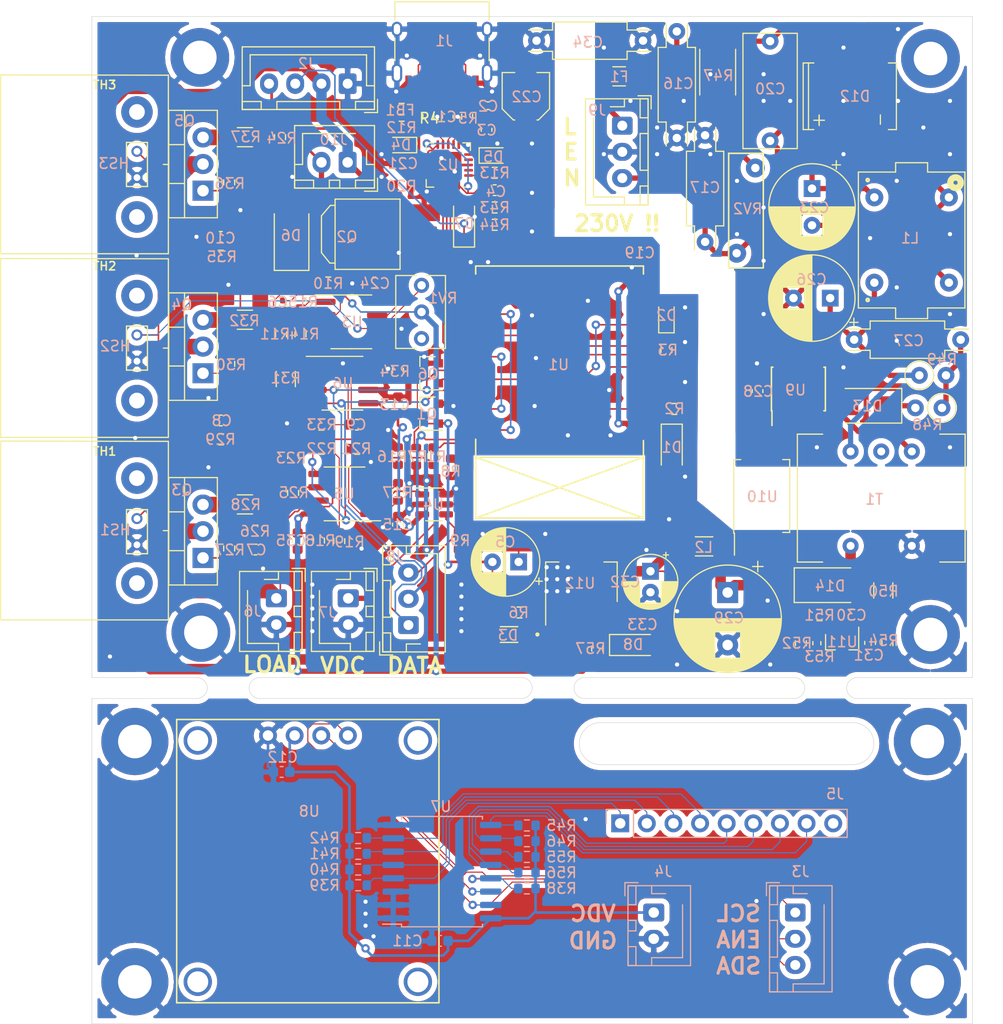
<source format=kicad_pcb>
(kicad_pcb (version 20171130) (host pcbnew "(5.1.9-13-g2d491f9cbd)-1")
  (layers (0 F.Cu signal) (31 B.Cu signal) (34 B.Paste user) (35 F.Paste user) (36 B.SilkS user) (37 F.SilkS user) (38 B.Mask user) (39 F.Mask user) (44 Edge.Cuts user))
  (net 0 "")
  (net 1 NEUTRAL)
  (net 2 "Net-(C2-Pad1)")
  (net 3 "Net-(C3-Pad1)")
  (net 4 Earth)
  (net 5 "Net-(C6-Pad1)")
  (net 6 GND)
  (net 7 +3V3)
  (net 8 VDC)
  (net 9 GNDA)
  (net 10 "Net-(D5-Pad2)")
  (net 11 "Net-(D5-Pad1)")
  (net 12 "Net-(D6-Pad2)")
  (net 13 LINE)
  (net 14 LOAD)
  (net 15 SCL)
  (net 16 ~INT)
  (net 17 SDA)
  (net 18 SHUNT)
  (net 19 THERM)
  (net 20 +12V)
  (net 21 VCC)
  (net 22 "Net-(D2-Pad2)")
  (net 23 "Net-(D2-Pad1)")
  (net 24 RTS)
  (net 25 TX)
  (net 26 RX)
  (net 27 DTR)
  (net 28 "Net-(C1-Pad1)")
  (net 29 "Net-(C7-Pad2)")
  (net 30 "Net-(C26-Pad2)")
  (net 31 "Net-(C28-Pad1)")
  (net 32 "Net-(C30-Pad2)")
  (net 33 ADC)
  (net 34 "Net-(D13-Pad1)")
  (net 35 "Net-(D14-Pad2)")
  (net 36 FAN_TACH)
  (net 37 "Net-(J3-Pad2)")
  (net 38 "Net-(Q4-Pad3)")
  (net 39 +5V)
  (net 40 "Net-(R17-Pad1)")
  (net 41 "Net-(C4-Pad1)")
  (net 42 "Net-(C5-Pad2)")
  (net 43 "Net-(C6-Pad2)")
  (net 44 "Net-(C8-Pad2)")
  (net 45 "Net-(C9-Pad2)")
  (net 46 "Net-(C9-Pad1)")
  (net 47 "Net-(C10-Pad2)")
  (net 48 "Net-(C16-Pad2)")
  (net 49 "Net-(C20-Pad1)")
  (net 50 "Net-(C23-Pad2)")
  (net 51 "Net-(C23-Pad1)")
  (net 52 "Net-(C26-Pad1)")
  (net 53 "Net-(C27-Pad2)")
  (net 54 "Net-(C29-Pad1)")
  (net 55 "Net-(C31-Pad2)")
  (net 56 "Net-(C31-Pad1)")
  (net 57 "Net-(D3-Pad1)")
  (net 58 "Net-(D4-Pad2)")
  (net 59 "Net-(D4-Pad1)")
  (net 60 "Net-(D13-Pad2)")
  (net 61 "Net-(J5-Pad8)")
  (net 62 "Net-(J5-Pad7)")
  (net 63 "Net-(J5-Pad6)")
  (net 64 "Net-(J5-Pad5)")
  (net 65 "Net-(J5-Pad4)")
  (net 66 "Net-(J5-Pad3)")
  (net 67 "Net-(J5-Pad2)")
  (net 68 "Net-(J5-Pad1)")
  (net 69 "Net-(Q2-Pad1)")
  (net 70 "Net-(Q3-Pad3)")
  (net 71 "Net-(Q5-Pad3)")
  (net 72 "Net-(R4-Pad1)")
  (net 73 "Net-(R5-Pad1)")
  (net 74 "Net-(R10-Pad1)")
  (net 75 "Net-(R14-Pad2)")
  (net 76 "Net-(R16-Pad2)")
  (net 77 "Net-(R18-Pad1)")
  (net 78 "Net-(R21-Pad1)")
  (net 79 "Net-(R23-Pad2)")
  (net 80 "Net-(R25-Pad1)")
  (net 81 "Net-(R51-Pad1)")
  (net 82 "Net-(U4-Pad1)")
  (net 83 "Net-(U10-Pad3)")
  (net 84 "Net-(D7-Pad1)")
  (net 85 FAN_OVERRIDE)
  (net 86 /Front/SCL)
  (net 87 /Front/SDA)
  (net 88 "Net-(J1-PadA8)")
  (net 89 "Net-(J1-PadA5)")
  (net 90 "Net-(J5-Pad9)")
  (net 91 "Net-(RV1-Pad1)")
  (net 92 "Net-(U1-Pad22)")
  (net 93 "Net-(U1-Pad21)")
  (net 94 "Net-(U1-Pad20)")
  (net 95 "Net-(U1-Pad19)")
  (net 96 "Net-(U1-Pad18)")
  (net 97 "Net-(U1-Pad17)")
  (net 98 "Net-(U1-Pad11)")
  (net 99 "Net-(U1-Pad10)")
  (net 100 "Net-(U2-Pad16)")
  (net 101 "Net-(U2-Pad15)")
  (net 102 "Net-(U2-Pad6)")
  (net 103 "Net-(U2-Pad5)")
  (net 104 "Net-(U2-Pad4)")
  (net 105 "Net-(U2-Pad2)")
  (net 106 "Net-(T1-Pad4)")
  (net 107 "Net-(H2-Pad1)")
  (module Resistor_SMD:R_0603_1608Metric (layer F.Cu) (at 43.815 53.213 270)
    (fp_text reference R9 (at 0 -0.127) (layer B.SilkS) (effects (justify mirror)))
    (fp_text value 4K7)
    (pad 2 smd roundrect (at 0.825 0 270) (size 0.8 0.95) (layers F.Cu F.Paste F.Mask) (net 7 +3V3))
    (pad 1 smd roundrect (at -0.825 0 270) (size 0.8 0.95) (layers F.Cu F.Paste F.Mask) (net 17 SDA))
  )
  (module Resistor_SMD:R_0603_1608Metric (layer F.Cu) (at 47.244 21.463)
    (fp_text reference R43 (at 0 0) (layer B.SilkS) (effects (justify mirror)))
    (fp_text value 10K)
    (pad 1 smd roundrect (at -0.825 0) (size 0.8 0.95) (layers F.Cu F.Paste F.Mask) (net 84 "Net-(D7-Pad1)"))
    (pad 2 smd roundrect (at 0.825 0) (size 0.8 0.95) (layers F.Cu F.Paste F.Mask) (net 7 +3V3))
  )
  (module Resistor_SMD:R_0603_1608Metric (layer F.Cu) (at 47.244 18.161)
    (fp_text reference R13 (at 0 0) (layer B.SilkS) (effects (justify mirror)))
    (fp_text value 1K6)
    (pad 2 smd roundrect (at 0.825 0) (size 0.8 0.95) (layers F.Cu F.Paste F.Mask) (net 21 VCC))
    (pad 1 smd roundrect (at -0.825 0) (size 0.8 0.95) (layers F.Cu F.Paste F.Mask) (net 10 "Net-(D5-Pad2)"))
  )
  (module Package_SO:SSO-4_6.7x5.1mm_P2.54mm_Clearance8mm (layer F.Cu) (at 72.718 48.963 90)
    (fp_text reference U10 (at -0.059 0.053) (layer B.SilkS) (effects (justify mirror)))
    (fp_text value PC817)
    (pad 4 smd rect (at 4.75 -1.27 90) (size 1.5 1.5) (layers F.Cu F.Paste F.Mask) (net 31 "Net-(C28-Pad1)"))
    (pad 3 smd rect (at 4.75 1.27 90) (size 1.5 1.5) (layers F.Cu F.Paste F.Mask) (net 83 "Net-(U10-Pad3)"))
    (pad 2 smd rect (at -4.75 1.27 90) (size 1.5 1.5) (layers F.Cu F.Paste F.Mask) (net 56 "Net-(C31-Pad1)"))
    (pad 1 smd rect (at -4.75 -1.27 90) (size 1.5 1.5) (layers F.Cu F.Paste F.Mask) (net 81 "Net-(R51-Pad1)"))
  )
  (module Transformers:EE16-A2 (layer F.Cu) (at 84.118 49.163 90)
    (fp_text reference T1 (at -0.113 -0.679) (layer B.SilkS) (effects (justify mirror)))
    (fp_text value EE13)
    (pad 5 thru_hole circle (at 4.445 -2.921 90) (size 1.524 1.524) (drill 0.762) (layers *.Cu *.Mask) (net 52 "Net-(C26-Pad1)"))
    (pad 4 thru_hole circle (at 4.445 0 90) (size 1.524 1.524) (drill 0.762) (layers *.Cu *.Mask) (net 106 "Net-(T1-Pad4)"))
    (pad 3 thru_hole circle (at 4.445 2.921 90) (size 1.524 1.524) (drill 0.762) (layers *.Cu *.Mask) (net 60 "Net-(D13-Pad2)"))
    (pad 2 thru_hole circle (at -4.55 2.921 90) (size 1.524 1.524) (drill 0.762) (layers *.Cu *.Mask) (net 6 GND))
    (pad 1 thru_hole circle (at -4.55 -2.921 90) (size 1.524 1.524) (drill 0.762) (layers *.Cu *.Mask) (net 35 "Net-(D14-Pad2)"))
  )
  (module Resistor_SMD:R_0603_1608Metric (layer F.Cu) (at 57.023 63.5 270)
    (fp_text reference R57 (at 0 0.635) (layer B.SilkS) (effects (justify mirror)))
    (fp_text value 1K2)
    (pad 2 smd roundrect (at 0.825 0 270) (size 0.8 0.95) (layers F.Cu F.Paste F.Mask) (net 39 +5V))
    (pad 1 smd roundrect (at -0.825 0 270) (size 0.8 0.95) (layers F.Cu F.Paste F.Mask) (net 20 +12V))
  )
  (module Diode_SMD:D_SOD-123 (layer F.Cu) (at 60.452 63.163)
    (fp_text reference D8 (at 0 -0.044) (layer B.SilkS) (effects (justify mirror)))
    (fp_text value BZT52C-5V1)
    (pad 2 smd rect (at 1.65 0) (size 0.9 1.2) (layers F.Cu F.Paste F.Mask) (net 6 GND))
    (pad 1 smd rect (at -1.65 0) (size 0.9 1.2) (layers F.Cu F.Paste F.Mask) (net 39 +5V))
  )
  (module Resistor_THT:R_Axial_DIN0207_L6.3mm_D2.5mm_P2.54mm_Vertical (layer F.Cu) (at 87.757 37.463)
    (fp_text reference R49 (at 2.159 -1.522) (layer B.SilkS) (effects (justify mirror)))
    (fp_text value 8k6)
    (pad 2 thru_hole oval (at 2.54 0) (size 1.6 1.6) (drill 0.8) (layers *.Cu *.Mask) (net 53 "Net-(C27-Pad2)"))
    (pad 1 thru_hole circle (at 0 0) (size 1.6 1.6) (drill 0.8) (layers *.Cu *.Mask) (net 52 "Net-(C26-Pad1)"))
  )
  (module Resistor_THT:R_Axial_DIN0207_L6.3mm_D2.5mm_P2.54mm_Vertical (layer F.Cu) (at 89.916 40.563 180)
    (fp_text reference R48 (at 1.397 -1.601) (layer B.SilkS) (effects (justify mirror)))
    (fp_text value 330R)
    (pad 2 thru_hole oval (at 2.54 0 180) (size 1.6 1.6) (drill 0.8) (layers *.Cu *.Mask) (net 34 "Net-(D13-Pad1)"))
    (pad 1 thru_hole circle (at 0 0 180) (size 1.6 1.6) (drill 0.8) (layers *.Cu *.Mask) (net 53 "Net-(C27-Pad2)"))
  )
  (module Condensator:JN_102M (layer F.Cu) (at 56.318 5.563 180)
    (fp_text reference C34 (at 0.184 -0.152) (layer B.SilkS) (effects (justify mirror)))
    (fp_text value "X type 470pF")
    (pad 2 thru_hole circle (at 5.08 0 180) (size 1.6 1.6) (drill 0.8) (layers *.Cu *.Mask) (net 6 GND))
    (pad 1 thru_hole circle (at -5.08 0 180) (size 1.6 1.6) (drill 0.8) (layers *.Cu *.Mask) (net 4 Earth))
  )
  (module Resistor_SMD:R_0603_1608Metric (layer F.Cu) (at 32.418 53.263 90)
    (fp_text reference R19 (at -0.077 0.983) (layer B.SilkS) (effects (justify mirror)))
    (fp_text value 33K)
    (pad 2 smd roundrect (at 0.825 0 90) (size 0.8 0.95) (layers F.Cu F.Paste F.Mask) (net 77 "Net-(R18-Pad1)"))
    (pad 1 smd roundrect (at -0.825 0 90) (size 0.8 0.95) (layers F.Cu F.Paste F.Mask) (net 6 GND))
  )
  (module Capacitor_SMD:C_0603_1608Metric (layer F.Cu) (at 28.448 53.263 90)
    (fp_text reference C35 (at 0.05 -0.635) (layer B.SilkS) (effects (justify mirror)))
    (fp_text value 100n)
    (pad 2 smd roundrect (at 0.775 0 90) (size 0.9 0.95) (layers F.Cu F.Paste F.Mask) (net 39 +5V))
    (pad 1 smd roundrect (at -0.775 0 90) (size 0.9 0.95) (layers F.Cu F.Paste F.Mask) (net 6 GND))
  )
  (module Resistor_SMD:R_0603_1608Metric (layer B.Cu) (at 50.318 84.863 180)
    (fp_text reference R56 (at -3.3 0) (layer B.SilkS) (effects (justify mirror)))
    (fp_text value 10k hide)
    (pad 2 smd roundrect (at 0.825 0 180) (size 0.8 0.95) (layers B.Cu B.Paste B.Mask) (net 64 "Net-(J5-Pad5)"))
    (pad 1 smd roundrect (at -0.825 0 180) (size 0.8 0.95) (layers B.Cu B.Paste B.Mask) (net 8 VDC))
  )
  (module Resistor_SMD:R_0603_1608Metric (layer B.Cu) (at 50.318 81.863 180)
    (fp_text reference R46 (at -3.3 0) (layer B.SilkS) (effects (justify mirror)))
    (fp_text value 10k hide)
    (pad 2 smd roundrect (at 0.825 0 180) (size 0.8 0.95) (layers B.Cu B.Paste B.Mask) (net 62 "Net-(J5-Pad7)"))
    (pad 1 smd roundrect (at -0.825 0 180) (size 0.8 0.95) (layers B.Cu B.Paste B.Mask) (net 8 VDC))
  )
  (module Resistor_SMD:R_0603_1608Metric (layer B.Cu) (at 50.318 80.363 180)
    (fp_text reference R45 (at -3.3 0) (layer B.SilkS) (effects (justify mirror)))
    (fp_text value 10k hide)
    (pad 2 smd roundrect (at 0.825 0 180) (size 0.8 0.95) (layers B.Cu B.Paste B.Mask) (net 61 "Net-(J5-Pad8)"))
    (pad 1 smd roundrect (at -0.825 0 180) (size 0.8 0.95) (layers B.Cu B.Paste B.Mask) (net 8 VDC))
  )
  (module Resistor_SMD:R_0603_1608Metric (layer B.Cu) (at 50.318 83.363 180)
    (fp_text reference R55 (at -3.3 0) (layer B.SilkS) (effects (justify mirror)))
    (fp_text value 10k hide)
    (pad 2 smd roundrect (at 0.825 0 180) (size 0.8 0.95) (layers B.Cu B.Paste B.Mask) (net 63 "Net-(J5-Pad6)"))
    (pad 1 smd roundrect (at -0.825 0 180) (size 0.8 0.95) (layers B.Cu B.Paste B.Mask) (net 8 VDC))
  )
  (module Resistor_SMD:R_0603_1608Metric (layer B.Cu) (at 50.318 86.363 180)
    (fp_text reference R38 (at -3.3 0) (layer B.SilkS) (effects (justify mirror)))
    (fp_text value 10k hide)
    (pad 2 smd roundrect (at 0.825 0 180) (size 0.8 0.95) (layers B.Cu B.Paste B.Mask) (net 37 "Net-(J3-Pad2)"))
    (pad 1 smd roundrect (at -0.825 0 180) (size 0.8 0.95) (layers B.Cu B.Paste B.Mask) (net 8 VDC))
  )
  (module Connector2:JST_XH_B2B-XH-AM_1x02_P2.50mm_Vertical (layer F.Cu) (at 33.274 58.713 270)
    (fp_text reference J8 (at -3.976 -4.445 180) (layer B.SilkS) (effects (justify mirror)))
    (fp_text value Conn_01x02)
    (pad 2 thru_hole oval (at 2.5 0 270) (size 1.7 2) (drill 1) (layers *.Cu *.Mask) (net 6 GND))
    (pad 1 thru_hole roundrect (at 0 0 270) (size 1.7 2) (drill 1) (layers *.Cu *.Mask) (roundrect_rratio 0.1470588235294118) (net 7 +3V3))
  )
  (module Connector2:JST_XH_B3B-XH-AM_1x03_P2.50mm_Vertical (layer F.Cu) (at 39.018 61.263 90)
    (fp_text reference J7 (at 1.192 -7.776) (layer B.SilkS) (effects (justify mirror)))
    (fp_text value Conn_01x03)
    (pad 1 thru_hole roundrect (at 0 0 90) (size 1.7 1.95) (drill 0.95) (layers *.Cu *.Mask) (roundrect_rratio 0.1470588235294118) (net 15 SCL))
    (pad 2 thru_hole oval (at 2.5 0 90) (size 1.7 1.95) (drill 0.95) (layers *.Cu *.Mask) (net 16 ~INT))
    (pad 3 thru_hole oval (at 5 0 90) (size 1.7 1.95) (drill 0.95) (layers *.Cu *.Mask) (net 17 SDA))
  )
  (module Resistor_SMD:R_0603_1608Metric (layer F.Cu) (at 47.244 23.114)
    (fp_text reference R44 (at 0 0) (layer B.SilkS) (effects (justify mirror)))
    (fp_text value 4K7)
    (pad 2 smd roundrect (at 0.825 0) (size 0.8 0.95) (layers F.Cu F.Paste F.Mask) (net 36 FAN_TACH))
    (pad 1 smd roundrect (at -0.825 0) (size 0.8 0.95) (layers F.Cu F.Paste F.Mask) (net 84 "Net-(D7-Pad1)"))
  )
  (module Package_TO_SOT_SMD:SOT-23 (layer F.Cu) (at 40.868 37.263 180)
    (fp_text reference Q6 (at -0.026 -0.075) (layer B.SilkS) (effects (justify mirror)))
    (fp_text value Si2306)
    (pad 3 smd rect (at 1 0 180) (size 0.9 0.8) (layers F.Cu F.Paste F.Mask) (net 19 THERM))
    (pad 2 smd rect (at -1 0.95 180) (size 0.9 0.8) (layers F.Cu F.Paste F.Mask) (net 6 GND))
    (pad 1 smd rect (at -1 -0.95 180) (size 0.9 0.8) (layers F.Cu F.Paste F.Mask) (net 85 FAN_OVERRIDE))
  )
  (module Connector2:JST_XH_B2B-XH-AM_1x02_P2.50mm_Vertical (layer F.Cu) (at 33.218 17.163 180)
    (fp_text reference J10 (at 1.341 2.177) (layer B.SilkS) (effects (justify mirror)))
    (fp_text value Conn_01x02)
    (pad 2 thru_hole oval (at 2.5 0 180) (size 1.7 2) (drill 1) (layers *.Cu *.Mask) (net 12 "Net-(D6-Pad2)"))
    (pad 1 thru_hole roundrect (at 0 0 180) (size 1.7 2) (drill 1) (layers *.Cu *.Mask) (roundrect_rratio 0.1470588235294118) (net 20 +12V))
  )
  (module Connector_JST:JST_XH_B4B-XH-A_1x04_P2.50mm_Vertical (layer F.Cu) (at 33.218 9.663 180)
    (fp_text reference J2 (at 3.881 1.916) (layer B.SilkS) (effects (justify mirror)))
    (fp_text value Conn_01x02)
    (pad 4 thru_hole oval (at 7.5 0 180) (size 1.7 1.95) (drill 0.95) (layers *.Cu *.Mask) (net 12 "Net-(D6-Pad2)"))
    (pad 3 thru_hole oval (at 5 0 180) (size 1.7 1.95) (drill 0.95) (layers *.Cu *.Mask) (net 84 "Net-(D7-Pad1)"))
    (pad 2 thru_hole oval (at 2.5 0 180) (size 1.7 1.95) (drill 0.95) (layers *.Cu *.Mask) (net 20 +12V))
    (pad 1 thru_hole roundrect (at 0 0 180) (size 1.7 1.95) (drill 0.95) (layers *.Cu *.Mask) (roundrect_rratio 0.1470588235294118) (net 6 GND))
  )
  (module Diode_SMD:D_SOD-123 (layer F.Cu) (at 44.323 22.987 90)
    (fp_text reference D7 (at 0 0) (layer B.SilkS) (effects (justify mirror)))
    (fp_text value BZT52C-3V6)
    (pad 2 smd rect (at 1.65 0 90) (size 0.9 1.2) (layers F.Cu F.Paste F.Mask) (net 6 GND))
    (pad 1 smd rect (at -1.65 0 90) (size 0.9 1.2) (layers F.Cu F.Paste F.Mask) (net 84 "Net-(D7-Pad1)"))
  )
  (module Diode_SMD:D_SOD-123 (layer F.Cu) (at 64.135 44.363 270)
    (fp_text reference D1 (at -0.04 0) (layer B.SilkS) (effects (justify mirror)))
    (fp_text value BZT52C-3V6)
    (pad 2 smd rect (at 1.65 0 270) (size 0.9 1.2) (layers F.Cu F.Paste F.Mask) (net 6 GND))
    (pad 1 smd rect (at -1.65 0 270) (size 0.9 1.2) (layers F.Cu F.Paste F.Mask) (net 33 ADC))
  )
  (module Package_SO:PowerIntegrations_SO-8C (layer F.Cu) (at 76.218 38.763 90)
    (fp_text reference U9 (at -0.099 -0.272) (layer B.SilkS) (effects (justify mirror)))
    (fp_text value LNK364D)
    (pad 8 smd rect (at 2.45 -1.905 90) (size 2 0.6) (layers F.Cu F.Paste F.Mask) (net 30 "Net-(C26-Pad2)"))
    (pad 7 smd rect (at 2.45 -0.635 90) (size 2 0.6) (layers F.Cu F.Paste F.Mask) (net 30 "Net-(C26-Pad2)"))
    (pad 6 smd rect (at 2.45 0.635 90) (size 2 0.6) (layers F.Cu F.Paste F.Mask) (net 30 "Net-(C26-Pad2)"))
    (pad 5 smd rect (at 2.45 1.905 90) (size 2 0.6) (layers F.Cu F.Paste F.Mask) (net 30 "Net-(C26-Pad2)"))
    (pad 4 smd rect (at -2.45 1.905 90) (size 2 0.6) (layers F.Cu F.Paste F.Mask) (net 60 "Net-(D13-Pad2)"))
    (pad 2 smd rect (at -2.45 -0.635 90) (size 2 0.6) (layers F.Cu F.Paste F.Mask) (net 83 "Net-(U10-Pad3)"))
    (pad 1 smd rect (at -2.45 -1.905 90) (size 2 0.6) (layers F.Cu F.Paste F.Mask) (net 31 "Net-(C28-Pad1)"))
  )
  (module Package_SO:SOIC-16W_7.5x10.3mm_P1.27mm (layer B.Cu) (at 42.218 84.763)
    (fp_text reference U7 (at -0.1 -6.2) (layer B.SilkS) (effects (justify mirror)))
    (fp_text value PCF8574)
    (pad 16 smd roundrect (at 4.65 4.445) (size 2.05 0.6) (layers B.Cu B.Paste B.Mask) (net 8 VDC))
    (pad 15 smd roundrect (at 4.65 3.175) (size 2.05 0.6) (layers B.Cu B.Paste B.Mask) (net 87 /Front/SDA))
    (pad 14 smd roundrect (at 4.65 1.905) (size 2.05 0.6) (layers B.Cu B.Paste B.Mask) (net 86 /Front/SCL))
    (pad 13 smd roundrect (at 4.65 0.635) (size 2.05 0.6) (layers B.Cu B.Paste B.Mask) (net 37 "Net-(J3-Pad2)"))
    (pad 12 smd roundrect (at 4.65 -0.635) (size 2.05 0.6) (layers B.Cu B.Paste B.Mask) (net 64 "Net-(J5-Pad5)"))
    (pad 11 smd roundrect (at 4.65 -1.905) (size 2.05 0.6) (layers B.Cu B.Paste B.Mask) (net 63 "Net-(J5-Pad6)"))
    (pad 10 smd roundrect (at 4.65 -3.175) (size 2.05 0.6) (layers B.Cu B.Paste B.Mask) (net 62 "Net-(J5-Pad7)"))
    (pad 9 smd roundrect (at 4.65 -4.445) (size 2.05 0.6) (layers B.Cu B.Paste B.Mask) (net 61 "Net-(J5-Pad8)"))
    (pad 8 smd roundrect (at -4.65 -4.445) (size 2.05 0.6) (layers B.Cu B.Paste B.Mask) (net 9 GNDA))
    (pad 7 smd roundrect (at -4.65 -3.175) (size 2.05 0.6) (layers B.Cu B.Paste B.Mask) (net 65 "Net-(J5-Pad4)"))
    (pad 6 smd roundrect (at -4.65 -1.905) (size 2.05 0.6) (layers B.Cu B.Paste B.Mask) (net 66 "Net-(J5-Pad3)"))
    (pad 5 smd roundrect (at -4.65 -0.635) (size 2.05 0.6) (layers B.Cu B.Paste B.Mask) (net 67 "Net-(J5-Pad2)"))
    (pad 4 smd roundrect (at -4.65 0.635) (size 2.05 0.6) (layers B.Cu B.Paste B.Mask) (net 68 "Net-(J5-Pad1)"))
    (pad 3 smd roundrect (at -4.65 1.905) (size 2.05 0.6) (layers B.Cu B.Paste B.Mask) (net 9 GNDA))
    (pad 2 smd roundrect (at -4.65 3.175) (size 2.05 0.6) (layers B.Cu B.Paste B.Mask) (net 9 GNDA))
    (pad 1 smd roundrect (at -4.65 4.445) (size 2.05 0.6) (layers B.Cu B.Paste B.Mask) (net 9 GNDA))
  )
  (module Package_SO:SOIC-8_3.9x4.9mm_P1.27mm (layer F.Cu) (at 32.718 38.213)
    (fp_text reference U6 (at 0.048 0.014) (layer B.SilkS) (effects (justify mirror)))
    (fp_text value " ")
    (pad 8 smd roundrect (at 2.475 -1.905) (size 1.95 0.6) (layers F.Cu F.Paste F.Mask) (net 46 "Net-(C9-Pad1)"))
    (pad 7 smd roundrect (at 2.475 -0.635) (size 1.95 0.6) (layers F.Cu F.Paste F.Mask) (net 45 "Net-(C9-Pad2)"))
    (pad 6 smd roundrect (at 2.475 0.635) (size 1.95 0.6) (layers F.Cu F.Paste F.Mask) (net 6 GND))
    (pad 5 smd roundrect (at 2.475 1.905) (size 1.95 0.6) (layers F.Cu F.Paste F.Mask) (net 7 +3V3))
    (pad 4 smd roundrect (at -2.475 1.905) (size 1.95 0.6) (layers F.Cu F.Paste F.Mask) (net 15 SCL))
    (pad 3 smd roundrect (at -2.475 0.635) (size 1.95 0.6) (layers F.Cu F.Paste F.Mask) (net 17 SDA))
    (pad 2 smd roundrect (at -2.475 -0.635) (size 1.95 0.6) (layers F.Cu F.Paste F.Mask) (net 6 GND))
    (pad 1 smd roundrect (at -2.475 -1.905) (size 1.95 0.6) (layers F.Cu F.Paste F.Mask) (net 6 GND))
  )
  (module Package_SO:SOIC-8_3.9x4.9mm_P1.27mm (layer F.Cu) (at 32.918 48.763 180)
    (fp_text reference U5 (at 0.025 -0.005) (layer B.SilkS) (effects (justify mirror)))
    (fp_text value LM358)
    (pad 8 smd roundrect (at 2.475 -1.905 180) (size 1.95 0.6) (layers F.Cu F.Paste F.Mask) (net 39 +5V))
    (pad 7 smd roundrect (at 2.475 -0.635 180) (size 1.95 0.6) (layers F.Cu F.Paste F.Mask) (net 80 "Net-(R25-Pad1)"))
    (pad 6 smd roundrect (at 2.475 0.635 180) (size 1.95 0.6) (layers F.Cu F.Paste F.Mask) (net 79 "Net-(R23-Pad2)"))
    (pad 5 smd roundrect (at 2.475 1.905 180) (size 1.95 0.6) (layers F.Cu F.Paste F.Mask) (net 78 "Net-(R21-Pad1)"))
    (pad 4 smd roundrect (at -2.475 1.905 180) (size 1.95 0.6) (layers F.Cu F.Paste F.Mask) (net 6 GND))
    (pad 3 smd roundrect (at -2.475 0.635 180) (size 1.95 0.6) (layers F.Cu F.Paste F.Mask) (net 82 "Net-(U4-Pad1)"))
    (pad 2 smd roundrect (at -2.475 -0.635 180) (size 1.95 0.6) (layers F.Cu F.Paste F.Mask) (net 76 "Net-(R16-Pad2)"))
    (pad 1 smd roundrect (at -2.475 -1.905 180) (size 1.95 0.6) (layers F.Cu F.Paste F.Mask) (net 40 "Net-(R17-Pad1)"))
  )
  (module Package_TO_SOT_SMD:SOT-23-6 (layer F.Cu) (at 41.468 49.763)
    (fp_text reference U4 (at -0.066 0.021) (layer B.SilkS) (effects (justify mirror)))
    (fp_text value MCP4725A0)
    (pad 6 smd roundrect (at 1.1375 -0.95) (size 1.325 0.6) (layers F.Cu F.Paste F.Mask) (net 6 GND))
    (pad 5 smd roundrect (at 1.1375 0) (size 1.325 0.6) (layers F.Cu F.Paste F.Mask) (net 15 SCL))
    (pad 4 smd roundrect (at 1.1375 0.95) (size 1.325 0.6) (layers F.Cu F.Paste F.Mask) (net 17 SDA))
    (pad 3 smd roundrect (at -1.1375 0.95) (size 1.325 0.6) (layers F.Cu F.Paste F.Mask) (net 7 +3V3))
    (pad 2 smd roundrect (at -1.1375 0) (size 1.325 0.6) (layers F.Cu F.Paste F.Mask) (net 6 GND))
    (pad 1 smd roundrect (at -1.1375 -0.95) (size 1.325 0.6) (layers F.Cu F.Paste F.Mask) (net 82 "Net-(U4-Pad1)"))
  )
  (module Package_DFN_QFN:QFN-20-1EP_4x4mm_P0.5mm_EP2.5x2.5mm (layer F.Cu) (at 42.818 17.413 180)
    (fp_text reference U2 (at 0.019 0.014) (layer B.SilkS) (effects (justify mirror)))
    (fp_text value FT231XQ)
    (pad 21 smd rect (at 0 0 180) (size 2.5 2.5) (layers F.Cu F.Mask) (net 6 GND))
    (pad 20 smd roundrect (at -1 -1.9375 180) (size 0.25 0.825) (layers F.Cu F.Paste F.Mask) (net 41 "Net-(C4-Pad1)"))
    (pad 19 smd roundrect (at -0.5 -1.9375 180) (size 0.25 0.825) (layers F.Cu F.Paste F.Mask) (net 24 RTS))
    (pad 18 smd roundrect (at 0 -1.9375 180) (size 0.25 0.825) (layers F.Cu F.Paste F.Mask) (net 27 DTR))
    (pad 17 smd roundrect (at 0.5 -1.9375 180) (size 0.25 0.825) (layers F.Cu F.Paste F.Mask) (net 26 RX))
    (pad 16 smd roundrect (at 1 -1.9375 180) (size 0.25 0.825) (layers F.Cu F.Paste F.Mask) (net 100 "Net-(U2-Pad16)"))
    (pad 15 smd roundrect (at 1.9375 -1 180) (size 0.825 0.25) (layers F.Cu F.Paste F.Mask) (net 101 "Net-(U2-Pad15)"))
    (pad 14 smd roundrect (at 1.9375 -0.5 180) (size 0.825 0.25) (layers F.Cu F.Paste F.Mask) (net 59 "Net-(D4-Pad1)"))
    (pad 13 smd roundrect (at 1.9375 0 180) (size 0.825 0.25) (layers F.Cu F.Paste F.Mask) (net 6 GND))
    (pad 12 smd roundrect (at 1.9375 0.5 180) (size 0.825 0.25) (layers F.Cu F.Paste F.Mask) (net 21 VCC))
    (pad 11 smd roundrect (at 1.9375 1 180) (size 0.825 0.25) (layers F.Cu F.Paste F.Mask) (net 41 "Net-(C4-Pad1)"))
    (pad 10 smd roundrect (at 1 1.9375 180) (size 0.25 0.825) (layers F.Cu F.Paste F.Mask) (net 41 "Net-(C4-Pad1)"))
    (pad 9 smd roundrect (at 0.5 1.9375 180) (size 0.25 0.825) (layers F.Cu F.Paste F.Mask) (net 72 "Net-(R4-Pad1)"))
    (pad 8 smd roundrect (at 0 1.9375 180) (size 0.25 0.825) (layers F.Cu F.Paste F.Mask) (net 73 "Net-(R5-Pad1)"))
    (pad 7 smd roundrect (at -0.5 1.9375 180) (size 0.25 0.825) (layers F.Cu F.Paste F.Mask) (net 11 "Net-(D5-Pad1)"))
    (pad 6 smd roundrect (at -1 1.9375 180) (size 0.25 0.825) (layers F.Cu F.Paste F.Mask) (net 102 "Net-(U2-Pad6)"))
    (pad 5 smd roundrect (at -1.9375 1 180) (size 0.825 0.25) (layers F.Cu F.Paste F.Mask) (net 103 "Net-(U2-Pad5)"))
    (pad 4 smd roundrect (at -1.9375 0.5 180) (size 0.825 0.25) (layers F.Cu F.Paste F.Mask) (net 104 "Net-(U2-Pad4)"))
    (pad 3 smd roundrect (at -1.9375 0 180) (size 0.825 0.25) (layers F.Cu F.Paste F.Mask) (net 6 GND))
    (pad 2 smd roundrect (at -1.9375 -0.5 180) (size 0.825 0.25) (layers F.Cu F.Paste F.Mask) (net 105 "Net-(U2-Pad2)"))
    (pad 1 smd roundrect (at -1.9375 -1 180) (size 0.825 0.25) (layers F.Cu F.Paste F.Mask) (net 25 TX))
  )
  (module Varistor2:RV_Disc_D10mm_W2mm_P8mm (layer F.Cu) (at 71.218 21.763 270)
    (fp_text reference RV2 (at -0.173 -0.156) (layer B.SilkS) (effects (justify mirror)))
    (fp_text value 10D431K)
    (pad 2 thru_hole circle (at 4.064 0.889 270) (size 1.8 1.8) (drill 0.8) (layers *.Cu *.Mask) (net 1 NEUTRAL))
    (pad 1 thru_hole circle (at -4.064 -0.889 270) (size 1.8 1.8) (drill 0.8) (layers *.Cu *.Mask) (net 48 "Net-(C16-Pad2)"))
  )
  (module Potentiometer_THT:Potentiometer_Bourns_3266Y_Vertical (layer F.Cu) (at 40.268 33.963 270)
    (fp_text reference RV1 (at -3.864 -2.023) (layer B.SilkS) (effects (justify mirror)))
    (fp_text value 10K)
    (pad 3 thru_hole circle (at -5.08 0 270) (size 1.44 1.44) (drill 0.8) (layers *.Cu *.Mask) (net 19 THERM))
    (pad 2 thru_hole circle (at -2.54 0 270) (size 1.44 1.44) (drill 0.8) (layers *.Cu *.Mask) (net 39 +5V))
    (pad 1 thru_hole circle (at 0 0 270) (size 1.44 1.44) (drill 0.8) (layers *.Cu *.Mask) (net 91 "Net-(RV1-Pad1)"))
  )
  (module Resistor_SMD:R_0402_1005Metric (layer F.Cu) (at 77.978 62.992 90)
    (fp_text reference R53 (at -1.27 0.254) (layer B.SilkS) (effects (justify mirror)))
    (fp_text value 22k)
    (pad 2 smd roundrect (at 0.51 0 90) (size 0.54 0.64) (layers F.Cu F.Paste F.Mask) (net 55 "Net-(C31-Pad2)"))
    (pad 1 smd roundrect (at -0.51 0 90) (size 0.54 0.64) (layers F.Cu F.Paste F.Mask) (net 20 +12V))
  )
  (module Resistor_SMD:R_0603_1608Metric (layer F.Cu) (at 76.454 62.992 270)
    (fp_text reference R52 (at 0 0.381) (layer B.SilkS) (effects (justify mirror)))
    (fp_text value 1K)
    (pad 2 smd roundrect (at 0.825 0 270) (size 0.8 0.95) (layers F.Cu F.Paste F.Mask) (net 56 "Net-(C31-Pad1)"))
    (pad 1 smd roundrect (at -0.825 0 270) (size 0.8 0.95) (layers F.Cu F.Paste F.Mask) (net 81 "Net-(R51-Pad1)"))
  )
  (module Resistor_SMD:R_1206_3216Metric (layer F.Cu) (at 84.318 57.963 90)
    (fp_text reference R50 (at -0.076 0.01) (layer B.SilkS) (effects (justify mirror)))
    (fp_text value 18R)
    (pad 2 smd roundrect (at 1.4625 0 90) (size 1.125 1.75) (layers F.Cu F.Paste F.Mask) (roundrect_rratio 0.2222195555555556) (net 35 "Net-(D14-Pad2)"))
    (pad 1 smd roundrect (at -1.4625 0 90) (size 1.125 1.75) (layers F.Cu F.Paste F.Mask) (roundrect_rratio 0.2222195555555556) (net 32 "Net-(C30-Pad2)"))
  )
  (module Resistor_SMD:R_2512_6332Metric (layer F.Cu) (at 68.518 8.563 270)
    (fp_text reference R47 (at 0.327 -0.062 180) (layer B.SilkS) (effects (justify mirror)))
    (fp_text value 10R)
    (pad 2 smd roundrect (at 2.9625 0 270) (size 1.225 3.35) (layers F.Cu F.Paste F.Mask) (roundrect_rratio 0.2040808163265306) (net 48 "Net-(C16-Pad2)"))
    (pad 1 smd roundrect (at -2.9625 0 270) (size 1.225 3.35) (layers F.Cu F.Paste F.Mask) (roundrect_rratio 0.2040808163265306) (net 49 "Net-(C20-Pad1)"))
  )
  (module Resistor_SMD:R_1206_3216Metric (layer F.Cu) (at 23.418 14.763 180)
    (fp_text reference R37 (at -0.077 0.031) (layer B.SilkS) (effects (justify mirror)))
    (fp_text value 0R002)
    (pad 2 smd roundrect (at 1.4625 0 180) (size 1.125 1.75) (layers F.Cu F.Paste F.Mask) (roundrect_rratio 0.2222195555555556) (net 71 "Net-(Q5-Pad3)"))
    (pad 1 smd roundrect (at -1.4625 0 180) (size 1.125 1.75) (layers F.Cu F.Paste F.Mask) (roundrect_rratio 0.2222195555555556) (net 18 SHUNT))
  )
  (module Resistor_SMD:R_1206_3216Metric (layer F.Cu) (at 23.418 32.163 180)
    (fp_text reference R32 (at 0.05 -0.095) (layer B.SilkS) (effects (justify mirror)))
    (fp_text value 0R002)
    (pad 2 smd roundrect (at 1.4625 0 180) (size 1.125 1.75) (layers F.Cu F.Paste F.Mask) (roundrect_rratio 0.2222195555555556) (net 38 "Net-(Q4-Pad3)"))
    (pad 1 smd roundrect (at -1.4625 0 180) (size 1.125 1.75) (layers F.Cu F.Paste F.Mask) (roundrect_rratio 0.2222195555555556) (net 18 SHUNT))
  )
  (module Resistor_SMD:R_1206_3216Metric (layer F.Cu) (at 27.318 37.813 270)
    (fp_text reference R31 (at -0.094 0.013) (layer B.SilkS) (effects (justify mirror)))
    (fp_text value 0R002)
    (pad 2 smd roundrect (at 1.4625 0 270) (size 1.125 1.75) (layers F.Cu F.Paste F.Mask) (roundrect_rratio 0.2222195555555556) (net 18 SHUNT))
    (pad 1 smd roundrect (at -1.4625 0 270) (size 1.125 1.75) (layers F.Cu F.Paste F.Mask) (roundrect_rratio 0.2222195555555556) (net 6 GND))
  )
  (module Resistor_SMD:R_1206_3216Metric (layer F.Cu) (at 23.418 49.763 180)
    (fp_text reference R28 (at -0.077 -0.021) (layer B.SilkS) (effects (justify mirror)))
    (fp_text value 0R002)
    (pad 2 smd roundrect (at 1.4625 0 180) (size 1.125 1.75) (layers F.Cu F.Paste F.Mask) (roundrect_rratio 0.2222195555555556) (net 70 "Net-(Q3-Pad3)"))
    (pad 1 smd roundrect (at -1.4625 0 180) (size 1.125 1.75) (layers F.Cu F.Paste F.Mask) (roundrect_rratio 0.2222195555555556) (net 18 SHUNT))
  )
  (module Resistor_SMD:R_0603_1608Metric (layer F.Cu) (at 30.48 53.213 90)
    (fp_text reference R18 (at 0 0.127) (layer B.SilkS) (effects (justify mirror)))
    (fp_text value 100K)
    (pad 2 smd roundrect (at 0.825 0 90) (size 0.8 0.95) (layers F.Cu F.Paste F.Mask) (net 39 +5V))
    (pad 1 smd roundrect (at -0.825 0 90) (size 0.8 0.95) (layers F.Cu F.Paste F.Mask) (net 77 "Net-(R18-Pad1)"))
  )
  (module Resistor_SMD:R_0603_1608Metric (layer F.Cu) (at 49.618 60.063 180)
    (fp_text reference R6 (at 0.088 -0.008) (layer B.SilkS) (effects (justify mirror)))
    (fp_text value 1K)
    (pad 2 smd roundrect (at 0.825 0 180) (size 0.8 0.95) (layers F.Cu F.Paste F.Mask) (net 42 "Net-(C5-Pad2)"))
    (pad 1 smd roundrect (at -0.825 0 180) (size 0.8 0.95) (layers F.Cu F.Paste F.Mask) (net 57 "Net-(D3-Pad1)"))
  )
  (module Resistor_SMD:R_0603_1608Metric (layer F.Cu) (at 44.618 12.813 90)
    (fp_text reference R5 (at -0.141 0.086) (layer B.SilkS) (effects (justify mirror)))
    (fp_text value 27R)
    (pad 2 smd roundrect (at 0.825 0 90) (size 0.8 0.95) (layers F.Cu F.Paste F.Mask) (net 3 "Net-(C3-Pad1)"))
    (pad 1 smd roundrect (at -0.825 0 90) (size 0.8 0.95) (layers F.Cu F.Paste F.Mask) (net 73 "Net-(R5-Pad1)"))
  )
  (module Package_TO_SOT_THT:TO-220-3_Vertical (layer F.Cu) (at 19.418 19.863 90)
    (fp_text reference Q5 (at 6.655 -1.765 180) (layer B.SilkS) (effects (justify mirror)))
    (fp_text value IRF840)
    (pad 3 thru_hole oval (at 5.08 0 90) (size 1.905 2) (drill 1.1) (layers *.Cu *.Mask) (net 71 "Net-(Q5-Pad3)"))
    (pad 2 thru_hole oval (at 2.54 0 90) (size 1.905 2) (drill 1.1) (layers *.Cu *.Mask) (net 14 LOAD))
    (pad 1 thru_hole rect (at 0 0 90) (size 1.905 2) (drill 1.1) (layers *.Cu *.Mask) (net 47 "Net-(C10-Pad2)"))
  )
  (module Package_TO_SOT_THT:TO-220-3_Vertical (layer F.Cu) (at 19.418 54.863 90)
    (fp_text reference Q3 (at 6.476 -2.019 180) (layer B.SilkS) (effects (justify mirror)))
    (fp_text value IRF840)
    (pad 3 thru_hole oval (at 5.08 0 90) (size 1.905 2) (drill 1.1) (layers *.Cu *.Mask) (net 70 "Net-(Q3-Pad3)"))
    (pad 2 thru_hole oval (at 2.54 0 90) (size 1.905 2) (drill 1.1) (layers *.Cu *.Mask) (net 14 LOAD))
    (pad 1 thru_hole rect (at 0 0 90) (size 1.905 2) (drill 1.1) (layers *.Cu *.Mask) (net 29 "Net-(C7-Pad2)"))
  )
  (module Package-SOT:369AA (layer F.Cu) (at 33.318 24.013)
    (fp_text reference Q2 (at -0.171 0.244) (layer B.SilkS) (effects (justify mirror)))
    (fp_text value 4809NG)
    (pad 1 smd rect (at 7.2 2.1) (size 3 1.6) (layers F.Cu F.Paste F.Mask) (net 69 "Net-(Q2-Pad1)"))
    (pad 3 smd rect (at 7.2 -2.05) (size 3 1.6) (layers F.Cu F.Paste F.Mask) (net 6 GND))
    (pad 2 smd rect (at 0 0) (size 6.2 5.8) (layers F.Cu F.Paste F.Mask) (net 12 "Net-(D6-Pad2)"))
  )
  (module Package_TO_SOT_SMD:SOT-23 (layer F.Cu) (at 40.868 41.113 180)
    (fp_text reference Q1 (at 0.101 -0.035) (layer B.SilkS) (effects (justify mirror)))
    (fp_text value Si2306)
    (pad 3 smd rect (at 1 0 180) (size 0.9 0.8) (layers F.Cu F.Paste F.Mask) (net 19 THERM))
    (pad 2 smd rect (at -1 0.95 180) (size 0.9 0.8) (layers F.Cu F.Paste F.Mask) (net 6 GND))
    (pad 1 smd rect (at -1 -0.95 180) (size 0.9 0.8) (layers F.Cu F.Paste F.Mask) (net 42 "Net-(C5-Pad2)"))
  )
  (module Connector2:JST_XH_B2B-XH-AM_1x02_P2.50mm_Vertical (layer F.Cu) (at 26.416 58.713 270)
    (fp_text reference J6 (at 1.231 2.286) (layer B.SilkS) (effects (justify mirror)))
    (fp_text value Conn_01x02)
    (pad 2 thru_hole oval (at 2.5 0 270) (size 1.7 2) (drill 1) (layers *.Cu *.Mask) (net 6 GND))
    (pad 1 thru_hole roundrect (at 0 0 270) (size 1.7 2) (drill 1) (layers *.Cu *.Mask) (roundrect_rratio 0.1470588235294118) (net 14 LOAD))
  )
  (module Connector_PinHeader_2.54mm:PinHeader_1x09_P2.54mm_Vertical (layer B.Cu) (at 59.218 80.163 270)
    (fp_text reference J5 (at -2.8 -20.5 180) (layer B.SilkS) (effects (justify mirror)))
    (fp_text value Conn_01x09_Male hide)
    (pad 9 thru_hole oval (at 0 -20.32 270) (size 1.7 1.7) (drill 1) (layers *.Cu *.Mask) (net 90 "Net-(J5-Pad9)"))
    (pad 8 thru_hole oval (at 0 -17.78 270) (size 1.7 1.7) (drill 1) (layers *.Cu *.Mask) (net 61 "Net-(J5-Pad8)"))
    (pad 7 thru_hole oval (at 0 -15.24 270) (size 1.7 1.7) (drill 1) (layers *.Cu *.Mask) (net 62 "Net-(J5-Pad7)"))
    (pad 6 thru_hole oval (at 0 -12.7 270) (size 1.7 1.7) (drill 1) (layers *.Cu *.Mask) (net 63 "Net-(J5-Pad6)"))
    (pad 5 thru_hole oval (at 0 -10.16 270) (size 1.7 1.7) (drill 1) (layers *.Cu *.Mask) (net 64 "Net-(J5-Pad5)"))
    (pad 4 thru_hole oval (at 0 -7.62 270) (size 1.7 1.7) (drill 1) (layers *.Cu *.Mask) (net 65 "Net-(J5-Pad4)"))
    (pad 3 thru_hole oval (at 0 -5.08 270) (size 1.7 1.7) (drill 1) (layers *.Cu *.Mask) (net 66 "Net-(J5-Pad3)"))
    (pad 2 thru_hole oval (at 0 -2.54 270) (size 1.7 1.7) (drill 1) (layers *.Cu *.Mask) (net 67 "Net-(J5-Pad2)"))
    (pad 1 thru_hole rect (at 0 0 270) (size 1.7 1.7) (drill 1) (layers *.Cu *.Mask) (net 68 "Net-(J5-Pad1)"))
  )
  (module Connector2:JST_XH_B3B-XH-AM_1x03_P2.50mm_Vertical (layer B.Cu) (at 75.918 88.663 270)
    (fp_text reference J3 (at -3.9 -0.5) (layer B.SilkS) (effects (justify mirror)))
    (fp_text value Conn_01x03 hide)
    (pad 1 thru_hole roundrect (at 0 0 270) (size 1.7 1.95) (drill 0.95) (layers *.Cu *.Mask) (roundrect_rratio 0.1470588235294118) (net 86 /Front/SCL))
    (pad 2 thru_hole oval (at 2.5 0 270) (size 1.7 1.95) (drill 0.95) (layers *.Cu *.Mask) (net 37 "Net-(J3-Pad2)"))
    (pad 3 thru_hole oval (at 5 0 270) (size 1.7 1.95) (drill 0.95) (layers *.Cu *.Mask) (net 87 /Front/SDA))
  )
  (module MountingHole:MountingHole_3.2mm_M3_Pad (layer F.Cu) (at 88.518 95.263)
    (fp_text reference H8 hide)
    (fp_text value MountingHole_Pad hide)
    (pad 1 thru_hole circle (at 0 0) (size 6.4 6.4) (drill 3.2) (layers *.Cu *.Mask) (net 9 GNDA))
  )
  (module MountingHole:MountingHole_3.2mm_M3_Pad (layer F.Cu) (at 88.518 72.363)
    (fp_text reference H7 hide)
    (fp_text value MountingHole_Pad hide)
    (pad 1 thru_hole circle (at 0 0) (size 6.4 6.4) (drill 3.2) (layers *.Cu *.Mask) (net 9 GNDA))
  )
  (module MountingHole:MountingHole_3.2mm_M3_Pad (layer F.Cu) (at 12.918 95.263)
    (fp_text reference H6 hide)
    (fp_text value MountingHole_Pad hide)
    (pad 1 thru_hole circle (at 0 0) (size 6.4 6.4) (drill 3.2) (layers *.Cu *.Mask) (net 9 GNDA))
  )
  (module MountingHole:MountingHole_3.2mm_M3_Pad (layer F.Cu) (at 12.918 72.363)
    (fp_text reference H5 hide)
    (fp_text value MountingHole_Pad hide)
    (pad 1 thru_hole circle (at 0 0) (size 6.4 6.4) (drill 3.2) (layers *.Cu *.Mask) (net 9 GNDA))
  )
  (module Diode_SMD:D_SMA (layer F.Cu) (at 82.677 40.363 180)
    (fp_text reference D13 (at -0.127 -0.023) (layer B.SilkS) (effects (justify mirror)))
    (fp_text value FR107)
    (pad 2 smd rect (at 2 0 180) (size 2.5 1.8) (layers F.Cu F.Paste F.Mask) (net 60 "Net-(D13-Pad2)"))
    (pad 1 smd rect (at -2 0 180) (size 2.5 1.8) (layers F.Cu F.Paste F.Mask) (net 34 "Net-(D13-Pad1)"))
  )
  (module Diode2:SOT4_Rectifier_Bridge (layer F.Cu) (at 81.118 10.863 90)
    (fp_text reference D12 (at 0 0.5) (layer B.SilkS) (effects (justify mirror)))
    (fp_text value DB207S)
    (pad 4 smd rect (at 4.826 -2.54 90) (size 2 1.4) (layers F.Cu F.Paste F.Mask) (net 1 NEUTRAL))
    (pad 1 smd rect (at -4.826 -2.54 90) (size 2 1.4) (layers F.Cu F.Paste F.Mask) (net 51 "Net-(C23-Pad1)"))
    (pad 2 smd rect (at -4.826 2.54 90) (size 2 1.4) (layers F.Cu F.Paste F.Mask) (net 50 "Net-(C23-Pad2)"))
    (pad 3 smd rect (at 4.826 2.54 90) (size 2 1.4) (layers F.Cu F.Paste F.Mask) (net 49 "Net-(C20-Pad1)"))
  )
  (module Diode_SMD:D_SMA (layer F.Cu) (at 27.868 24.063 90)
    (fp_text reference D6 (at -0.067 -0.055) (layer B.SilkS) (effects (justify mirror)))
    (fp_text value SMA12JA)
    (pad 2 smd rect (at 2 0 90) (size 2.5 1.8) (layers F.Cu F.Paste F.Mask) (net 12 "Net-(D6-Pad2)"))
    (pad 1 smd rect (at -2 0 90) (size 2.5 1.8) (layers F.Cu F.Paste F.Mask) (net 20 +12V))
  )
  (module LED_SMD:LED_0603_1608Metric (layer F.Cu) (at 47.244 16.51)
    (fp_text reference D5 (at -0.127 0.127) (layer B.SilkS) (effects (justify mirror)))
    (fp_text value LED)
    (pad 2 smd roundrect (at 0.7875 0) (size 0.875 0.95) (layers F.Cu F.Paste F.Mask) (net 10 "Net-(D5-Pad2)"))
    (pad 1 smd roundrect (at -0.7875 0) (size 0.875 0.95) (layers F.Cu F.Paste F.Mask) (net 11 "Net-(D5-Pad1)"))
  )
  (module LED_SMD:LED_0603_1608Metric (layer F.Cu) (at 38.318 15.513 180)
    (fp_text reference D4 (at 0 0.019) (layer B.SilkS) (effects (justify mirror)))
    (fp_text value LED)
    (pad 2 smd roundrect (at 0.7875 0 180) (size 0.875 0.95) (layers F.Cu F.Paste F.Mask) (net 58 "Net-(D4-Pad2)"))
    (pad 1 smd roundrect (at -0.7875 0 180) (size 0.875 0.95) (layers F.Cu F.Paste F.Mask) (net 59 "Net-(D4-Pad1)"))
  )
  (module Diode2:DIO_LL4148 (layer F.Cu) (at 48.618 62.163 180)
    (fp_text reference D3 (at 0.104 -0.067) (layer B.SilkS) (effects (justify mirror)))
    (fp_text value 1N4148)
    (fp_poly (pts (xy 1.15 -0.825) (xy 2.25 -0.825) (xy 2.25 0.825) (xy 1.15 0.825) (xy 1.15 0.25) (xy 1.65 0.25) (xy 1.65 -0.25) (xy 1.15 -0.25)) (layer F.Cu) (width 0.001))
    (fp_poly (pts (xy -2.24 -0.825) (xy -1.15 -0.825) (xy -1.15 -0.25) (xy -1.65 -0.25) (xy -1.65 0.25) (xy -1.15 0.25) (xy -1.15 0.825) (xy -2.24 0.825)) (layer F.Cu) (width 0.001))
    (pad 2 smd rect (at 1.95 0 180) (size 0.6 1.65) (layers F.Cu F.Paste F.Mask) (net 6 GND))
    (pad 1 smd rect (at -1.95 0 180) (size 0.6 1.65) (layers F.Cu F.Paste F.Mask) (net 57 "Net-(D3-Pad1)"))
  )
  (module LED_SMD:LED_0603_1608Metric_Pad1.05x0.95mm_HandSolder (layer F.Cu) (at 63.627 31.75 90)
    (fp_text reference D2 (at 0 0) (layer B.SilkS) (effects (justify mirror)))
    (fp_text value LED)
    (pad 2 smd roundrect (at 0.875 0 90) (size 1.05 0.95) (layers F.Cu F.Paste F.Mask) (net 22 "Net-(D2-Pad2)"))
    (pad 1 smd roundrect (at -0.875 0 90) (size 1.05 0.95) (layers F.Cu F.Paste F.Mask) (net 23 "Net-(D2-Pad1)"))
  )
  (module Capacitor_THT:CP_Radial_D5.0mm_P2.00mm (layer F.Cu) (at 62.103 56.134 270)
    (fp_text reference C32 (at 1.016 2.413) (layer B.SilkS) (effects (justify mirror)))
    (fp_text value 100uF/25V)
    (pad 2 thru_hole circle (at 2 0 270) (size 1.6 1.6) (drill 0.8) (layers *.Cu *.Mask) (net 6 GND))
    (pad 1 thru_hole rect (at 0 0 270) (size 1.6 1.6) (drill 0.8) (layers *.Cu *.Mask) (net 20 +12V))
  )
  (module Capacitor_SMD:C_0603_1608Metric (layer F.Cu) (at 83.058 62.963 270)
    (fp_text reference C31 (at 1.172 0.127) (layer B.SilkS) (effects (justify mirror)))
    (fp_text value 100nF)
    (pad 2 smd roundrect (at 0.775 0 270) (size 0.9 0.95) (layers F.Cu F.Paste F.Mask) (net 55 "Net-(C31-Pad2)"))
    (pad 1 smd roundrect (at -0.775 0 270) (size 0.9 0.95) (layers F.Cu F.Paste F.Mask) (net 56 "Net-(C31-Pad1)"))
  )
  (module Capacitor_THT:CP_Radial_D10.0mm_P5.00mm (layer F.Cu) (at 69.469 58.163 270)
    (fp_text reference C29 (at 2.416 -0.127) (layer B.SilkS) (effects (justify mirror)))
    (fp_text value 1000uF/25V)
    (pad 2 thru_hole circle (at 5 0 270) (size 2 2) (drill 1) (layers *.Cu *.Mask) (net 6 GND))
    (pad 1 thru_hole rect (at 0 0 270) (size 2 2) (drill 1) (layers *.Cu *.Mask) (net 54 "Net-(C29-Pad1)"))
  )
  (module Capacitor_SMD:C_0603_1608Metric (layer F.Cu) (at 72.318 38.963 90)
    (fp_text reference C28 (at -0.026 0.072) (layer B.SilkS) (effects (justify mirror)))
    (fp_text value 100nF/50V)
    (pad 2 smd roundrect (at 0.775 0 90) (size 0.9 0.95) (layers F.Cu F.Paste F.Mask) (net 30 "Net-(C26-Pad2)"))
    (pad 1 smd roundrect (at -0.775 0 90) (size 0.9 0.95) (layers F.Cu F.Paste F.Mask) (net 31 "Net-(C28-Pad1)"))
  )
  (module Condensator:JN_102M (layer F.Cu) (at 86.618 34.063)
    (fp_text reference C27 (at 0.123 0.1) (layer B.SilkS) (effects (justify mirror)))
    (fp_text value 1nF/300V)
    (pad 2 thru_hole circle (at 5.08 0) (size 1.6 1.6) (drill 0.8) (layers *.Cu *.Mask) (net 53 "Net-(C27-Pad2)"))
    (pad 1 thru_hole circle (at -5.08 0) (size 1.6 1.6) (drill 0.8) (layers *.Cu *.Mask) (net 52 "Net-(C26-Pad1)"))
  )
  (module Capacitor_THT:CP_Radial_D8.0mm_P3.50mm (layer F.Cu) (at 79.248 30.099 180)
    (fp_text reference C26 (at 1.778 1.778) (layer B.SilkS) (effects (justify mirror)))
    (fp_text value 6,8uF/400V)
    (pad 2 thru_hole circle (at 3.5 0 180) (size 1.6 1.6) (drill 0.8) (layers *.Cu *.Mask) (net 30 "Net-(C26-Pad2)"))
    (pad 1 thru_hole rect (at 0 0 180) (size 1.6 1.6) (drill 0.8) (layers *.Cu *.Mask) (net 52 "Net-(C26-Pad1)"))
  )
  (module Capacitor_THT:CP_Radial_D8.0mm_P3.50mm (layer F.Cu) (at 77.518 19.663 270)
    (fp_text reference C23 (at 1.8 -0.206) (layer B.SilkS) (effects (justify mirror)))
    (fp_text value 4,7uF/400V)
    (pad 2 thru_hole circle (at 3.5 0 270) (size 1.6 1.6) (drill 0.8) (layers *.Cu *.Mask) (net 50 "Net-(C23-Pad2)"))
    (pad 1 thru_hole rect (at 0 0 270) (size 1.6 1.6) (drill 0.8) (layers *.Cu *.Mask) (net 51 "Net-(C23-Pad1)"))
  )
  (module Capacitor_SMD:C_Elec_4x5.4 (layer F.Cu) (at 50.218 10.863 90)
    (fp_text reference C22 (at -0.059 0.074) (layer B.SilkS) (effects (justify mirror)))
    (fp_text value 4,7uF)
    (pad 2 smd roundrect (at 1.675 0 90) (size 2.65 1.6) (layers F.Cu F.Paste F.Mask) (roundrect_rratio 0.15625) (net 6 GND))
    (pad 1 smd roundrect (at -1.675 0 90) (size 2.65 1.6) (layers F.Cu F.Paste F.Mask) (roundrect_rratio 0.15625) (net 21 VCC))
  )
  (module Condensator:CBB22104J400V (layer F.Cu) (at 73.518 10.363 270)
    (fp_text reference C20 (at -0.203 -0.015) (layer B.SilkS) (effects (justify mirror)))
    (fp_text value "X2 100nF/275V")
    (pad 2 thru_hole circle (at 4.7498 0 270) (size 1.6 1.6) (drill 0.8) (layers *.Cu *.Mask) (net 1 NEUTRAL))
    (pad 1 thru_hole circle (at -4.7498 0 270) (size 1.6 1.6) (drill 0.8) (layers *.Cu *.Mask) (net 49 "Net-(C20-Pad1)"))
  )
  (module Condensator:JN_102M (layer F.Cu) (at 67.318 19.663 90)
    (fp_text reference C17 (at 0.105 -0.008 180) (layer B.SilkS) (effects (justify mirror)))
    (fp_text value "Y type 2N2/250VAC")
    (pad 2 thru_hole circle (at 5.08 0 90) (size 1.6 1.6) (drill 0.8) (layers *.Cu *.Mask) (net 4 Earth))
    (pad 1 thru_hole circle (at -5.08 0 90) (size 1.6 1.6) (drill 0.8) (layers *.Cu *.Mask) (net 1 NEUTRAL))
  )
  (module Condensator:JN_102M (layer F.Cu) (at 64.618 9.763 90)
    (fp_text reference C16 (at 0.111 0.152) (layer B.SilkS) (effects (justify mirror)))
    (fp_text value "Y type 2N2/250VAC")
    (pad 2 thru_hole circle (at 5.08 0 90) (size 1.6 1.6) (drill 0.8) (layers *.Cu *.Mask) (net 48 "Net-(C16-Pad2)"))
    (pad 1 thru_hole circle (at -5.08 0 90) (size 1.6 1.6) (drill 0.8) (layers *.Cu *.Mask) (net 4 Earth))
  )
  (module Capacitor_SMD:C_0603_1608Metric (layer B.Cu) (at 26.918 75.263)
    (fp_text reference C12 (at 0.1 -1.4) (layer B.SilkS) (effects (justify mirror)))
    (fp_text value 100n hide)
    (pad 2 smd roundrect (at 0.775 0) (size 0.9 0.95) (layers B.Cu B.Paste B.Mask) (net 8 VDC))
    (pad 1 smd roundrect (at -0.775 0) (size 0.9 0.95) (layers B.Cu B.Paste B.Mask) (net 9 GNDA))
  )
  (module Capacitor_SMD:C_0603_1608Metric (layer B.Cu) (at 42.018 91.363)
    (fp_text reference C11 (at -3.1 0 180) (layer B.SilkS) (effects (justify mirror)))
    (fp_text value 100n)
    (pad 2 smd roundrect (at 0.775 0) (size 0.9 0.95) (layers B.Cu B.Paste B.Mask) (net 8 VDC))
    (pad 1 smd roundrect (at -0.775 0) (size 0.9 0.95) (layers B.Cu B.Paste B.Mask) (net 9 GNDA))
  )
  (module Capacitor_SMD:C_0402_1005Metric (layer F.Cu) (at 27.068 30.813 90)
    (fp_text reference C6 (at 0.333 -0.525) (layer B.SilkS) (effects (justify mirror)))
    (fp_text value 470pF)
    (pad 2 smd roundrect (at 0.48 0 90) (size 0.56 0.62) (layers F.Cu F.Paste F.Mask) (net 43 "Net-(C6-Pad2)"))
    (pad 1 smd roundrect (at -0.48 0 90) (size 0.56 0.62) (layers F.Cu F.Paste F.Mask) (net 5 "Net-(C6-Pad1)"))
  )
  (module Capacitor_THT:CP_Radial_D6.3mm_P2.50mm (layer F.Cu) (at 49.53 55.245 180)
    (fp_text reference C5 (at 1.27 1.905) (layer B.SilkS) (effects (justify mirror)))
    (fp_text value 100uF)
    (pad 2 thru_hole circle (at 2.5 0 180) (size 1.6 1.6) (drill 0.8) (layers *.Cu *.Mask) (net 42 "Net-(C5-Pad2)"))
    (pad 1 thru_hole rect (at 0 0 180) (size 1.6 1.6) (drill 0.8) (layers *.Cu *.Mask) (net 7 +3V3))
  )
  (module Capacitor_SMD:C_0603_1608Metric (layer F.Cu) (at 47.244 19.812)
    (fp_text reference C4 (at 0.127 0.127) (layer B.SilkS) (effects (justify mirror)))
    (fp_text value 100nF)
    (pad 2 smd roundrect (at 0.775 0) (size 0.9 0.95) (layers F.Cu F.Paste F.Mask) (net 6 GND))
    (pad 1 smd roundrect (at -0.775 0) (size 0.9 0.95) (layers F.Cu F.Paste F.Mask) (net 41 "Net-(C4-Pad1)"))
  )
  (module Capacitor_SMD:C_0603_1608Metric (layer F.Cu) (at 46.468 14.063 270)
    (fp_text reference C3 (at 0.034 -0.014) (layer B.SilkS) (effects (justify mirror)))
    (fp_text value 47pF)
    (pad 2 smd roundrect (at 0.775 0 270) (size 0.9 0.95) (layers F.Cu F.Paste F.Mask) (net 6 GND))
    (pad 1 smd roundrect (at -0.775 0 270) (size 0.9 0.95) (layers F.Cu F.Paste F.Mask) (net 3 "Net-(C3-Pad1)"))
  )
  (module Capacitor_SMD:C_0402_1005Metric (layer F.Cu) (at 46.618 11.763)
    (fp_text reference C2 (at 0 0.048) (layer B.SilkS) (effects (justify mirror)))
    (fp_text value 10nF)
    (pad 2 smd roundrect (at 0.48 0) (size 0.56 0.62) (layers F.Cu F.Paste F.Mask) (net 6 GND))
    (pad 1 smd roundrect (at -0.48 0) (size 0.56 0.62) (layers F.Cu F.Paste F.Mask) (net 2 "Net-(C2-Pad1)"))
  )
  (module Capacitor_SMD:C_0603_1608Metric (layer F.Cu) (at 42.768 12.813 270)
    (fp_text reference C1 (at 0.014 0.096) (layer B.SilkS) (effects (justify mirror)))
    (fp_text value 47pF)
    (pad 2 smd roundrect (at 0.775 0 270) (size 0.9 0.95) (layers F.Cu F.Paste F.Mask) (net 6 GND))
    (pad 1 smd roundrect (at -0.775 0 270) (size 0.9 0.95) (layers F.Cu F.Paste F.Mask) (net 28 "Net-(C1-Pad1)"))
  )
  (module Package_TO_SOT_SMD:SOT-223-3_TabPin2 (layer F.Cu) (at 55.518 57.163 90)
    (fp_text reference U12 (at -0.114 -0.146) (layer B.SilkS) (effects (justify mirror)))
    (fp_text value LM1117-3.3)
    (pad 1 smd rect (at -3.15 -2.3 90) (size 2 1.5) (layers F.Cu F.Paste F.Mask) (net 6 GND))
    (pad 3 smd rect (at -3.15 2.3 90) (size 2 1.5) (layers F.Cu F.Paste F.Mask) (net 20 +12V))
    (pad 2 smd rect (at -3.15 0 90) (size 2 1.5) (layers F.Cu F.Paste F.Mask) (net 7 +3V3))
    (pad 2 smd rect (at 3.15 0 90) (size 2 3.8) (layers F.Cu F.Paste F.Mask) (net 7 +3V3))
  )
  (module Package_TO_SOT_SMD:SOT-23 (layer F.Cu) (at 80.391 62.865 270)
    (fp_text reference U11 (at 0 0) (layer B.SilkS) (effects (justify mirror)))
    (fp_text value TL431)
    (pad 3 smd rect (at 1 0 270) (size 0.9 0.8) (layers F.Cu F.Paste F.Mask) (net 6 GND))
    (pad 2 smd rect (at -1 0.95 270) (size 0.9 0.8) (layers F.Cu F.Paste F.Mask) (net 55 "Net-(C31-Pad2)"))
    (pad 1 smd rect (at -1 -0.95 270) (size 0.9 0.8) (layers F.Cu F.Paste F.Mask) (net 56 "Net-(C31-Pad1)"))
  )
  (module Package_SO:SOIC-8_3.9x4.9mm_P1.27mm (layer F.Cu) (at 33.568 32.363)
    (fp_text reference U3 (at 0.087 0.022) (layer B.SilkS) (effects (justify mirror)))
    (fp_text value LM358)
    (pad 8 smd roundrect (at 2.475 -1.905) (size 1.95 0.6) (layers F.Cu F.Paste F.Mask) (net 20 +12V))
    (pad 7 smd roundrect (at 2.475 -0.635) (size 1.95 0.6) (layers F.Cu F.Paste F.Mask) (net 69 "Net-(Q2-Pad1)"))
    (pad 6 smd roundrect (at 2.475 0.635) (size 1.95 0.6) (layers F.Cu F.Paste F.Mask) (net 19 THERM))
    (pad 5 smd roundrect (at 2.475 1.905) (size 1.95 0.6) (layers F.Cu F.Paste F.Mask) (net 43 "Net-(C6-Pad2)"))
    (pad 4 smd roundrect (at -2.475 1.905) (size 1.95 0.6) (layers F.Cu F.Paste F.Mask) (net 6 GND))
    (pad 3 smd roundrect (at -2.475 0.635) (size 1.95 0.6) (layers F.Cu F.Paste F.Mask) (net 74 "Net-(R10-Pad1)"))
    (pad 2 smd roundrect (at -2.475 -0.635) (size 1.95 0.6) (layers F.Cu F.Paste F.Mask) (net 43 "Net-(C6-Pad2)"))
    (pad 1 smd roundrect (at -2.475 -1.905) (size 1.95 0.6) (layers F.Cu F.Paste F.Mask) (net 75 "Net-(R14-Pad2)"))
  )
  (module Thermistor:THERM_NXRT15XH103FA1B040 (layer F.Cu) (at 13.118 17.363 270)
    (fp_text reference TH3 (at -7.584 3.085 180) (layer F.SilkS) (effects (font (size 0.8 0.8))))
    (fp_text value 10k_NTC)
    (pad 2 thru_hole circle (at 1.25 0 270) (size 1.05 1.05) (drill 0.65) (layers *.Cu *.Mask) (net 6 GND))
    (pad 1 thru_hole circle (at -1.25 0 270) (size 1.05 1.05) (drill 0.65) (layers *.Cu *.Mask) (net 19 THERM))
  )
  (module Thermistor:THERM_NXRT15XH103FA1B040 (layer F.Cu) (at 13.118 34.863 270)
    (fp_text reference TH2 (at -7.812 3.085 180) (layer F.SilkS) (effects (font (size 0.8 0.8))))
    (fp_text value 10k_NTC)
    (pad 2 thru_hole circle (at 1.25 0 270) (size 1.05 1.05) (drill 0.65) (layers *.Cu *.Mask) (net 6 GND))
    (pad 1 thru_hole circle (at -1.25 0 270) (size 1.05 1.05) (drill 0.65) (layers *.Cu *.Mask) (net 19 THERM))
  )
  (module Thermistor:THERM_NXRT15XH103FA1B040 (layer F.Cu) (at 13.118 52.363 270)
    (fp_text reference TH1 (at -7.659 3.085 180) (layer F.SilkS) (effects (font (size 0.8 0.8))))
    (fp_text value 10k_NTC)
    (pad 2 thru_hole circle (at 1.25 0 270) (size 1.05 1.05) (drill 0.65) (layers *.Cu *.Mask) (net 6 GND))
    (pad 1 thru_hole circle (at -1.25 0 270) (size 1.05 1.05) (drill 0.65) (layers *.Cu *.Mask) (net 19 THERM))
  )
  (module Resistor_SMD:R_0603_1608Metric (layer F.Cu) (at 84.709 62.992 270)
    (fp_text reference R54 (at -0.254 0.381) (layer B.SilkS) (effects (justify mirror)))
    (fp_text value 6K8)
    (pad 2 smd roundrect (at 0.825 0 270) (size 0.8 0.95) (layers F.Cu F.Paste F.Mask) (net 6 GND))
    (pad 1 smd roundrect (at -0.825 0 270) (size 0.8 0.95) (layers F.Cu F.Paste F.Mask) (net 55 "Net-(C31-Pad2)"))
  )
  (module Resistor_SMD:R_0603_1608Metric (layer F.Cu) (at 78.232 60.325)
    (fp_text reference R51 (at 0 0) (layer B.SilkS) (effects (justify mirror)))
    (fp_text value 150)
    (pad 2 smd roundrect (at 0.825 0) (size 0.8 0.95) (layers F.Cu F.Paste F.Mask) (net 54 "Net-(C29-Pad1)"))
    (pad 1 smd roundrect (at -0.825 0) (size 0.8 0.95) (layers F.Cu F.Paste F.Mask) (net 81 "Net-(R51-Pad1)"))
  )
  (module Resistor_SMD:R_0603_1608Metric (layer B.Cu) (at 34.218 81.563)
    (fp_text reference R42 (at -3.2 0) (layer B.SilkS) (effects (justify mirror)))
    (fp_text value 10k hide)
    (pad 2 smd roundrect (at 0.825 0) (size 0.8 0.95) (layers B.Cu B.Paste B.Mask) (net 65 "Net-(J5-Pad4)"))
    (pad 1 smd roundrect (at -0.825 0) (size 0.8 0.95) (layers B.Cu B.Paste B.Mask) (net 8 VDC))
  )
  (module Resistor_SMD:R_0603_1608Metric (layer F.Cu) (at 21.918 19.063 90)
    (fp_text reference R36 (at -0.114 0.053) (layer B.SilkS) (effects (justify mirror)))
    (fp_text value 100k)
    (pad 2 smd roundrect (at 0.825 0 90) (size 0.8 0.95) (layers F.Cu F.Paste F.Mask) (net 71 "Net-(Q5-Pad3)"))
    (pad 1 smd roundrect (at -0.825 0 90) (size 0.8 0.95) (layers F.Cu F.Paste F.Mask) (net 47 "Net-(C10-Pad2)"))
  )
  (module Resistor_SMD:R_0603_1608Metric (layer F.Cu) (at 21.118 26.063 180)
    (fp_text reference R35 (at -0.091 -0.099) (layer B.SilkS) (effects (justify mirror)))
    (fp_text value 470R)
    (pad 2 smd roundrect (at 0.825 0 180) (size 0.8 0.95) (layers F.Cu F.Paste F.Mask) (net 47 "Net-(C10-Pad2)"))
    (pad 1 smd roundrect (at -0.825 0 180) (size 0.8 0.95) (layers F.Cu F.Paste F.Mask) (net 80 "Net-(R25-Pad1)"))
  )
  (module Resistor_SMD:R_0603_1608Metric (layer F.Cu) (at 38.018 37.013 90)
    (fp_text reference R34 (at -0.071 -0.299) (layer B.SilkS) (effects (justify mirror)))
    (fp_text value 10R)
    (pad 2 smd roundrect (at 0.825 0 90) (size 0.8 0.95) (layers F.Cu F.Paste F.Mask) (net 6 GND))
    (pad 1 smd roundrect (at -0.825 0 90) (size 0.8 0.95) (layers F.Cu F.Paste F.Mask) (net 45 "Net-(C9-Pad2)"))
  )
  (module Resistor_SMD:R_0603_1608Metric (layer F.Cu) (at 30.718 42.163 180)
    (fp_text reference R33 (at -0.016 -0.001) (layer B.SilkS) (effects (justify mirror)))
    (fp_text value 10R)
    (pad 2 smd roundrect (at 0.825 0 180) (size 0.8 0.95) (layers F.Cu F.Paste F.Mask) (net 18 SHUNT))
    (pad 1 smd roundrect (at -0.825 0 180) (size 0.8 0.95) (layers F.Cu F.Paste F.Mask) (net 46 "Net-(C9-Pad1)"))
  )
  (module Resistor_SMD:R_0603_1608Metric (layer F.Cu) (at 38.018 48.563 90)
    (fp_text reference R17 (at -0.078 -0.045 180) (layer B.SilkS) (effects (justify mirror)))
    (fp_text value 56K)
    (pad 2 smd roundrect (at 0.825 0 90) (size 0.8 0.95) (layers F.Cu F.Paste F.Mask) (net 76 "Net-(R16-Pad2)"))
    (pad 1 smd roundrect (at -0.825 0 90) (size 0.8 0.95) (layers F.Cu F.Paste F.Mask) (net 40 "Net-(R17-Pad1)"))
  )
  (module Resistor_SMD:R_0603_1608Metric (layer F.Cu) (at 28.718 30.263 270)
    (fp_text reference R15 (at 0.217 -0.238) (layer B.SilkS) (effects (justify mirror)))
    (fp_text value 1K8)
    (pad 2 smd roundrect (at 0.825 0 270) (size 0.8 0.95) (layers F.Cu F.Paste F.Mask) (net 75 "Net-(R14-Pad2)"))
    (pad 1 smd roundrect (at -0.825 0 270) (size 0.8 0.95) (layers F.Cu F.Paste F.Mask) (net 43 "Net-(C6-Pad2)"))
  )
  (module Resistor_SMD:R_0603_1608Metric (layer F.Cu) (at 28.718 33.563 90)
    (fp_text reference R14 (at 0.035 0.365) (layer B.SilkS) (effects (justify mirror)))
    (fp_text value 10K)
    (pad 2 smd roundrect (at 0.825 0 90) (size 0.8 0.95) (layers F.Cu F.Paste F.Mask) (net 75 "Net-(R14-Pad2)"))
    (pad 1 smd roundrect (at -0.825 0 90) (size 0.8 0.95) (layers F.Cu F.Paste F.Mask) (net 74 "Net-(R10-Pad1)"))
  )
  (module Resistor_SMD:R_0603_1608Metric (layer F.Cu) (at 38.368 13.763)
    (fp_text reference R12 (at -0.014 0.08) (layer B.SilkS) (effects (justify mirror)))
    (fp_text value 1K6)
    (pad 2 smd roundrect (at 0.825 0) (size 0.8 0.95) (layers F.Cu F.Paste F.Mask) (net 21 VCC))
    (pad 1 smd roundrect (at -0.825 0) (size 0.8 0.95) (layers F.Cu F.Paste F.Mask) (net 58 "Net-(D4-Pad2)"))
  )
  (module Resistor_SMD:R_0603_1608Metric (layer F.Cu) (at 26.868 33.563 270)
    (fp_text reference R11 (at -0.035 0.579) (layer B.SilkS) (effects (justify mirror)))
    (fp_text value 100K)
    (pad 2 smd roundrect (at 0.825 0 270) (size 0.8 0.95) (layers F.Cu F.Paste F.Mask) (net 74 "Net-(R10-Pad1)"))
    (pad 1 smd roundrect (at -0.825 0 270) (size 0.8 0.95) (layers F.Cu F.Paste F.Mask) (net 5 "Net-(C6-Pad1)"))
  )
  (module Resistor_SMD:R_0603_1608Metric (layer F.Cu) (at 43.053 46.228 90)
    (fp_text reference R8 (at -0.381 0) (layer B.SilkS) (effects (justify mirror)))
    (fp_text value 4K7)
    (pad 2 smd roundrect (at 0.825 0 90) (size 0.8 0.95) (layers F.Cu F.Paste F.Mask) (net 7 +3V3))
    (pad 1 smd roundrect (at -0.825 0 90) (size 0.8 0.95) (layers F.Cu F.Paste F.Mask) (net 15 SCL))
  )
  (module Resistor_SMD:R_0603_1608Metric (layer F.Cu) (at 39.751 45.212 90)
    (fp_text reference R7 (at 0 0.127) (layer B.SilkS) (effects (justify mirror)))
    (fp_text value 56K)
    (pad 2 smd roundrect (at 0.825 0 90) (size 0.8 0.95) (layers F.Cu F.Paste F.Mask) (net 42 "Net-(C5-Pad2)"))
    (pad 1 smd roundrect (at -0.825 0 90) (size 0.8 0.95) (layers F.Cu F.Paste F.Mask) (net 6 GND))
  )
  (module Resistor_SMD:R_0603_1608Metric (layer F.Cu) (at 41.402 45.163 90)
    (fp_text reference R1 (at -0.049 0.254 180) (layer B.SilkS) (effects (justify mirror)))
    (fp_text value 330K)
    (pad 2 smd roundrect (at 0.825 0 90) (size 0.8 0.95) (layers F.Cu F.Paste F.Mask) (net 33 ADC))
    (pad 1 smd roundrect (at -0.825 0 90) (size 0.8 0.95) (layers F.Cu F.Paste F.Mask) (net 14 LOAD))
  )
  (module Package_TO_SOT_THT:TO-220-3_Vertical (layer F.Cu) (at 19.418 37.263 90)
    (fp_text reference Q4 (at 6.529 -2.019 180) (layer B.SilkS) (effects (justify mirror)))
    (fp_text value IRF840)
    (pad 3 thru_hole oval (at 5.08 0 90) (size 1.905 2) (drill 1.1) (layers *.Cu *.Mask) (net 38 "Net-(Q4-Pad3)"))
    (pad 2 thru_hole oval (at 2.54 0 90) (size 1.905 2) (drill 1.1) (layers *.Cu *.Mask) (net 14 LOAD))
    (pad 1 thru_hole rect (at 0 0 90) (size 1.905 2) (drill 1.1) (layers *.Cu *.Mask) (net 44 "Net-(C8-Pad2)"))
  )
  (module Inductor_SMD:L_1206_3216Metric (layer F.Cu) (at 67.218 53.763 180)
    (fp_text reference L2 (at 0.035 -0.085) (layer B.SilkS) (effects (justify mirror)))
    (fp_text value 3,3uH)
    (pad 2 smd roundrect (at 1.575 0 180) (size 1.05 1.9) (layers F.Cu F.Paste F.Mask) (roundrect_rratio 0.2380942857142857) (net 20 +12V))
    (pad 1 smd roundrect (at -1.575 0 180) (size 1.05 1.9) (layers F.Cu F.Paste F.Mask) (roundrect_rratio 0.2380942857142857) (net 54 "Net-(C29-Pad1)"))
  )
  (module Transformers:UU98_Common_Mode_Choke (layer F.Cu) (at 87.018 24.563 270)
    (fp_text reference L1 (at -0.179 0.15) (layer B.SilkS) (effects (justify mirror)))
    (fp_text value 6mH)
    (pad 4 thru_hole circle (at 4.064 -3.556 270) (size 1.7 1.7) (drill 0.8) (layers *.Cu *.Mask) (net 30 "Net-(C26-Pad2)"))
    (pad 1 thru_hole circle (at -4.064 -3.556 270) (size 1.7 1.7) (drill 0.8) (layers *.Cu *.Mask) (net 50 "Net-(C23-Pad2)"))
    (pad 2 thru_hole circle (at -4.064 3.556 270) (size 1.7 1.7) (drill 0.8) (layers *.Cu *.Mask) (net 51 "Net-(C23-Pad1)"))
    (pad 3 thru_hole circle (at 4.064 3.556 270) (size 1.7 1.7) (drill 0.8) (layers *.Cu *.Mask) (net 52 "Net-(C26-Pad1)"))
  )
  (module Connector2:JST_XH_B3B-XH-AM_1x03_P2.50mm_Vertical (layer F.Cu) (at 59.418 13.663 270)
    (fp_text reference J9 (at -1.471 2.395) (layer B.SilkS) (effects (justify mirror)))
    (fp_text value Conn_01x02)
    (pad 1 thru_hole roundrect (at 0 0 270) (size 1.7 1.95) (drill 0.95) (layers *.Cu *.Mask) (roundrect_rratio 0.1470588235294118) (net 13 LINE))
    (pad 2 thru_hole oval (at 2.5 0 270) (size 1.7 1.95) (drill 0.95) (layers *.Cu *.Mask) (net 4 Earth))
    (pad 3 thru_hole oval (at 5 0 270) (size 1.7 1.95) (drill 0.95) (layers *.Cu *.Mask) (net 1 NEUTRAL))
  )
  (module Connector2:JST_XH_B2B-XH-AM_1x02_P2.50mm_Vertical (layer B.Cu) (at 62.418 88.663 270)
    (fp_text reference J4 (at -3.9 -0.9 180) (layer B.SilkS) (effects (justify mirror)))
    (fp_text value Conn_01x02 hide)
    (pad 2 thru_hole oval (at 2.5 0 270) (size 1.7 2) (drill 1) (layers *.Cu *.Mask) (net 9 GNDA))
    (pad 1 thru_hole roundrect (at 0 0 270) (size 1.7 2) (drill 1) (layers *.Cu *.Mask) (roundrect_rratio 0.1470588235294118) (net 8 VDC))
  )
  (module Mechanisch:Heatsink_TO220 (layer F.Cu) (at 13.118 17.363 90)
    (fp_text reference HS3 (at 0.091 -2.196 180) (layer B.SilkS) (effects (justify mirror)))
    (fp_text value Heatsink)
    (pad 1 thru_hole circle (at 5.0038 0 90) (size 3 3) (drill 1.5) (layers *.Cu *.Mask))
    (pad 1 thru_hole circle (at -5.0038 0 90) (size 3 3) (drill 1.5) (layers *.Cu *.Mask))
  )
  (module Fuse:Fuse_1206_3216Metric (layer F.Cu) (at 59.118 8.963 180)
    (fp_text reference F1 (at 0 -0.054) (layer B.SilkS) (effects (justify mirror)))
    (fp_text value 0,3Amp)
    (pad 2 smd roundrect (at 1.4 0 180) (size 1.25 1.75) (layers F.Cu F.Paste F.Mask) (roundrect_rratio 0.2) (net 13 LINE))
    (pad 1 smd roundrect (at -1.4 0 180) (size 1.25 1.75) (layers F.Cu F.Paste F.Mask) (roundrect_rratio 0.2) (net 48 "Net-(C16-Pad2)"))
  )
  (module Diode_SMD:D_SMA (layer F.Cu) (at 79.218 57.463)
    (fp_text reference D14 (at 0.03 0.068) (layer B.SilkS) (effects (justify mirror)))
    (fp_text value SS34)
    (pad 2 smd rect (at 2 0) (size 2.5 1.8) (layers F.Cu F.Paste F.Mask) (net 35 "Net-(D14-Pad2)"))
    (pad 1 smd rect (at -2 0) (size 2.5 1.8) (layers F.Cu F.Paste F.Mask) (net 54 "Net-(C29-Pad1)"))
  )
  (module Capacitor_SMD:C_0603_1608Metric (layer F.Cu) (at 61.341 61.163)
    (fp_text reference C33 (at 0 0.051) (layer B.SilkS) (effects (justify mirror)))
    (fp_text value 10nF)
    (pad 2 smd roundrect (at 0.775 0) (size 0.9 0.95) (layers F.Cu F.Paste F.Mask) (net 6 GND))
    (pad 1 smd roundrect (at -0.775 0) (size 0.9 0.95) (layers F.Cu F.Paste F.Mask) (net 20 +12V))
  )
  (module Capacitor_SMD:C_0603_1608Metric (layer F.Cu) (at 81.318 60.263)
    (fp_text reference C30 (at -0.038 0.062) (layer B.SilkS) (effects (justify mirror)))
    (fp_text value 470pF/50V)
    (pad 2 smd roundrect (at 0.775 0) (size 0.9 0.95) (layers F.Cu F.Paste F.Mask) (net 32 "Net-(C30-Pad2)"))
    (pad 1 smd roundrect (at -0.775 0) (size 0.9 0.95) (layers F.Cu F.Paste F.Mask) (net 54 "Net-(C29-Pad1)"))
  )
  (module Capacitor_SMD:C_0603_1608Metric (layer F.Cu) (at 35.768 28.613)
    (fp_text reference C24 (at 0.046 0.089) (layer B.SilkS) (effects (justify mirror)))
    (fp_text value 100n)
    (pad 2 smd roundrect (at 0.775 0) (size 0.9 0.95) (layers F.Cu F.Paste F.Mask) (net 20 +12V))
    (pad 1 smd roundrect (at -0.775 0) (size 0.9 0.95) (layers F.Cu F.Paste F.Mask) (net 6 GND))
  )
  (module Capacitor_SMD:C_0603_1608Metric (layer F.Cu) (at 38.018 51.689 270)
    (fp_text reference C15 (at 0 0.045) (layer B.SilkS) (effects (justify mirror)))
    (fp_text value 100n)
    (pad 2 smd roundrect (at 0.775 0 270) (size 0.9 0.95) (layers F.Cu F.Paste F.Mask) (net 7 +3V3))
    (pad 1 smd roundrect (at -0.775 0 270) (size 0.9 0.95) (layers F.Cu F.Paste F.Mask) (net 6 GND))
  )
  (module Capacitor_SMD:C_0603_1608Metric (layer F.Cu) (at 38.018 40.313 270)
    (fp_text reference C13 (at -0.054 0.299) (layer B.SilkS) (effects (justify mirror)))
    (fp_text value 100n)
    (pad 2 smd roundrect (at 0.775 0 270) (size 0.9 0.95) (layers F.Cu F.Paste F.Mask) (net 7 +3V3))
    (pad 1 smd roundrect (at -0.775 0 270) (size 0.9 0.95) (layers F.Cu F.Paste F.Mask) (net 6 GND))
  )
  (module Capacitor_SMD:C_0603_1608Metric (layer F.Cu) (at 21.118 24.263)
    (fp_text reference C10 (at -0.036 0.121) (layer B.SilkS) (effects (justify mirror)))
    (fp_text value 100n)
    (pad 2 smd roundrect (at 0.775 0) (size 0.9 0.95) (layers F.Cu F.Paste F.Mask) (net 47 "Net-(C10-Pad2)"))
    (pad 1 smd roundrect (at -0.775 0) (size 0.9 0.95) (layers F.Cu F.Paste F.Mask) (net 6 GND))
  )
  (module Capacitor_SMD:C_0603_1608Metric (layer F.Cu) (at 34.093 42.163)
    (fp_text reference C9 (at -0.057 0.001) (layer B.SilkS) (effects (justify mirror)))
    (fp_text value 100n)
    (pad 2 smd roundrect (at 0.775 0) (size 0.9 0.95) (layers F.Cu F.Paste F.Mask) (net 45 "Net-(C9-Pad2)"))
    (pad 1 smd roundrect (at -0.775 0) (size 0.9 0.95) (layers F.Cu F.Paste F.Mask) (net 46 "Net-(C9-Pad1)"))
  )
  (module Capacitor_SMD:C_0603_1608Metric (layer F.Cu) (at 21.118 41.763)
    (fp_text reference C8 (at 0.091 0.02) (layer B.SilkS) (effects (justify mirror)))
    (fp_text value 100n)
    (pad 2 smd roundrect (at 0.775 0) (size 0.9 0.95) (layers F.Cu F.Paste F.Mask) (net 44 "Net-(C8-Pad2)"))
    (pad 1 smd roundrect (at -0.775 0) (size 0.9 0.95) (layers F.Cu F.Paste F.Mask) (net 6 GND))
  )
  (module Capacitor_SMD:C_0603_1608Metric (layer F.Cu) (at 24.418 54.063 180)
    (fp_text reference C7 (at -0.093 -0.039) (layer B.SilkS) (effects (justify mirror)))
    (fp_text value 100n)
    (pad 2 smd roundrect (at 0.775 0 180) (size 0.9 0.95) (layers F.Cu F.Paste F.Mask) (net 29 "Net-(C7-Pad2)"))
    (pad 1 smd roundrect (at -0.775 0 180) (size 0.9 0.95) (layers F.Cu F.Paste F.Mask) (net 6 GND))
  )
  (module Resistor_SMD:R_0603_1608Metric (layer F.Cu) (at 21.918 36.363 90)
    (fp_text reference R30 (at -0.086 0.18) (layer B.SilkS) (effects (justify mirror)))
    (fp_text value 100k)
    (pad 2 smd roundrect (at 0.825 0 90) (size 0.8 0.95) (layers F.Cu F.Paste F.Mask) (net 38 "Net-(Q4-Pad3)"))
    (pad 1 smd roundrect (at -0.825 0 90) (size 0.8 0.95) (layers F.Cu F.Paste F.Mask) (net 44 "Net-(C8-Pad2)"))
  )
  (module Resistor_SMD:R_0603_1608Metric (layer F.Cu) (at 21.143 43.563 180)
    (fp_text reference R29 (at 0.061 0.002) (layer B.SilkS) (effects (justify mirror)))
    (fp_text value 470R)
    (pad 2 smd roundrect (at 0.825 0 180) (size 0.8 0.95) (layers F.Cu F.Paste F.Mask) (net 44 "Net-(C8-Pad2)"))
    (pad 1 smd roundrect (at -0.825 0 180) (size 0.8 0.95) (layers F.Cu F.Paste F.Mask) (net 80 "Net-(R25-Pad1)"))
  )
  (module Resistor_SMD:R_0603_1608Metric (layer F.Cu) (at 21.918 53.963 90)
    (fp_text reference R27 (at -0.139 0.053 -180) (layer B.SilkS) (effects (justify mirror)))
    (fp_text value 100k)
    (pad 2 smd roundrect (at 0.825 0 90) (size 0.8 0.95) (layers F.Cu F.Paste F.Mask) (net 70 "Net-(Q3-Pad3)"))
    (pad 1 smd roundrect (at -0.825 0 90) (size 0.8 0.95) (layers F.Cu F.Paste F.Mask) (net 29 "Net-(C7-Pad2)"))
  )
  (module Resistor_SMD:R_0603_1608Metric (layer F.Cu) (at 24.418 52.263 180)
    (fp_text reference R26 (at 0.034 -0.061) (layer B.SilkS) (effects (justify mirror)))
    (fp_text value 470R)
    (pad 2 smd roundrect (at 0.825 0 180) (size 0.8 0.95) (layers F.Cu F.Paste F.Mask) (net 29 "Net-(C7-Pad2)"))
    (pad 1 smd roundrect (at -0.825 0 180) (size 0.8 0.95) (layers F.Cu F.Paste F.Mask) (net 80 "Net-(R25-Pad1)"))
  )
  (module Resistor_SMD:R_0603_1608Metric (layer F.Cu) (at 28.018 48.663 90)
    (fp_text reference R25 (at 0.022 0.049) (layer B.SilkS) (effects (justify mirror)))
    (fp_text value 100K)
    (pad 2 smd roundrect (at 0.825 0 90) (size 0.8 0.95) (layers F.Cu F.Paste F.Mask) (net 79 "Net-(R23-Pad2)"))
    (pad 1 smd roundrect (at -0.825 0 90) (size 0.8 0.95) (layers F.Cu F.Paste F.Mask) (net 80 "Net-(R25-Pad1)"))
  )
  (module Resistor_SMD:R_0603_1608Metric (layer F.Cu) (at 26.768 14.763 90)
    (fp_text reference R24 (at -0.096 0.156 -180) (layer B.SilkS) (effects (justify mirror)))
    (fp_text value 1K)
    (pad 2 smd roundrect (at 0.825 0 90) (size 0.8 0.95) (layers F.Cu F.Paste F.Mask) (net 20 +12V))
    (pad 1 smd roundrect (at -0.825 0 90) (size 0.8 0.95) (layers F.Cu F.Paste F.Mask) (net 12 "Net-(D6-Pad2)"))
  )
  (module Resistor_SMD:R_0603_1608Metric (layer F.Cu) (at 28.018 45.163 270)
    (fp_text reference R23 (at 0.176 0.205) (layer B.SilkS) (effects (justify mirror)))
    (fp_text value 100K)
    (pad 2 smd roundrect (at 0.825 0 270) (size 0.8 0.95) (layers F.Cu F.Paste F.Mask) (net 79 "Net-(R23-Pad2)"))
    (pad 1 smd roundrect (at -0.825 0 270) (size 0.8 0.95) (layers F.Cu F.Paste F.Mask) (net 6 GND))
  )
  (module Resistor_SMD:R_0603_1608Metric (layer F.Cu) (at 30.718 44.463 180)
    (fp_text reference R22 (at -0.016 0.013) (layer B.SilkS) (effects (justify mirror)))
    (fp_text value 0R)
    (pad 2 smd roundrect (at 0.825 0 180) (size 0.8 0.95) (layers F.Cu F.Paste F.Mask) (net 78 "Net-(R21-Pad1)"))
    (pad 1 smd roundrect (at -0.825 0 180) (size 0.8 0.95) (layers F.Cu F.Paste F.Mask) (net 77 "Net-(R18-Pad1)"))
  )
  (module Resistor_SMD:R_0603_1608Metric (layer F.Cu) (at 38.018 45.163 270)
    (fp_text reference R16 (at 0.049 0.553) (layer B.SilkS) (effects (justify mirror)))
    (fp_text value 100K)
    (pad 2 smd roundrect (at 0.825 0 270) (size 0.8 0.95) (layers F.Cu F.Paste F.Mask) (net 76 "Net-(R16-Pad2)"))
    (pad 1 smd roundrect (at -0.825 0 270) (size 0.8 0.95) (layers F.Cu F.Paste F.Mask) (net 6 GND))
  )
  (module Resistor_SMD:R_0603_1608Metric (layer F.Cu) (at 63.627 35.052 270)
    (fp_text reference R3 (at 0 -0.127) (layer B.SilkS) (effects (justify mirror)))
    (fp_text value 270R)
    (pad 2 smd roundrect (at 0.825 0 270) (size 0.8 0.95) (layers F.Cu F.Paste F.Mask) (net 6 GND))
    (pad 1 smd roundrect (at -0.825 0 270) (size 0.8 0.95) (layers F.Cu F.Paste F.Mask) (net 23 "Net-(D2-Pad1)"))
  )
  (module Resistor_SMD:R_0603_1608Metric (layer F.Cu) (at 64.383 40.663)
    (fp_text reference R2 (at 0.006 -0.023) (layer B.SilkS) (effects (justify mirror)))
    (fp_text value 10k)
    (pad 2 smd roundrect (at 0.825 0) (size 0.8 0.95) (layers F.Cu F.Paste F.Mask) (net 6 GND))
    (pad 1 smd roundrect (at -0.825 0) (size 0.8 0.95) (layers F.Cu F.Paste F.Mask) (net 33 ADC))
  )
  (module Resistor_SMD:R_0603_1608Metric (layer B.Cu) (at 34.218 83.063)
    (fp_text reference R41 (at -3.2 0) (layer B.SilkS) (effects (justify mirror)))
    (fp_text value 10k hide)
    (pad 2 smd roundrect (at 0.825 0) (size 0.8 0.95) (layers B.Cu B.Paste B.Mask) (net 66 "Net-(J5-Pad3)"))
    (pad 1 smd roundrect (at -0.825 0) (size 0.8 0.95) (layers B.Cu B.Paste B.Mask) (net 8 VDC))
  )
  (module Resistor_SMD:R_0603_1608Metric (layer B.Cu) (at 34.218 84.563)
    (fp_text reference R40 (at -3.2 0) (layer B.SilkS) (effects (justify mirror)))
    (fp_text value 10k hide)
    (pad 2 smd roundrect (at 0.825 0) (size 0.8 0.95) (layers B.Cu B.Paste B.Mask) (net 67 "Net-(J5-Pad2)"))
    (pad 1 smd roundrect (at -0.825 0) (size 0.8 0.95) (layers B.Cu B.Paste B.Mask) (net 8 VDC))
  )
  (module Resistor_SMD:R_0603_1608Metric (layer B.Cu) (at 34.218 86.063)
    (fp_text reference R39 (at -3.2 0) (layer B.SilkS) (effects (justify mirror)))
    (fp_text value 10k hide)
    (pad 2 smd roundrect (at 0.825 0) (size 0.8 0.95) (layers B.Cu B.Paste B.Mask) (net 68 "Net-(J5-Pad1)"))
    (pad 1 smd roundrect (at -0.825 0) (size 0.8 0.95) (layers B.Cu B.Paste B.Mask) (net 8 VDC))
  )
  (module Connector2:USB-C_Receptable_SMD_16pin (layer F.Cu) (at 42.218 4.463 180)
    (fp_text reference J1 (at -0.2 -1.125) (layer B.SilkS) (effects (justify mirror)))
    (fp_text value USB_C_Receptacle_USB2.0 hide)
    (pad S1 thru_hole oval (at -4.3 0 180) (size 1 1.4) (drill oval 0.6 1) (layers *.Cu *.Mask) (net 6 GND))
    (pad S1 thru_hole roundrect (at -4.3 -4.2 180) (size 1 1.8) (drill oval 0.6 1.4) (layers *.Cu *.Mask) (roundrect_rratio 0.5) (net 6 GND))
    (pad B1 smd rect (at 3.35 -5.15 180) (size 0.3 1.45) (layers F.Cu F.Paste F.Mask) (net 6 GND))
    (pad B4 smd rect (at 2.55 -5.15 180) (size 0.3 1.45) (layers F.Cu F.Paste F.Mask) (net 2 "Net-(C2-Pad1)"))
    (pad A12 smd rect (at 3.05 -5.15 180) (size 0.3 1.45) (layers F.Cu F.Paste F.Mask) (net 6 GND))
    (pad A9 smd rect (at 2.25 -5.15 180) (size 0.3 1.45) (layers F.Cu F.Paste F.Mask) (net 2 "Net-(C2-Pad1)"))
    (pad B9 smd rect (at -2.25 -5.15 180) (size 0.3 1.45) (layers F.Cu F.Paste F.Mask) (net 2 "Net-(C2-Pad1)"))
    (pad A4 smd rect (at -2.55 -5.15 180) (size 0.3 1.45) (layers F.Cu F.Paste F.Mask) (net 2 "Net-(C2-Pad1)"))
    (pad B12 smd rect (at -3.05 -5.15 180) (size 0.3 1.45) (layers F.Cu F.Paste F.Mask) (net 6 GND))
    (pad A1 smd rect (at -3.35 -5.15 180) (size 0.3 1.45) (layers F.Cu F.Paste F.Mask) (net 6 GND))
    (pad S1 thru_hole oval (at 4.3 0 180) (size 1 1.4) (drill oval 0.6 1) (layers *.Cu *.Mask) (net 6 GND))
    (pad S1 thru_hole roundrect (at 4.3 -4.2 180) (size 1 1.8) (drill oval 0.6 1.4) (layers *.Cu *.Mask) (roundrect_rratio 0.5) (net 6 GND))
    (pad "" np_thru_hole circle (at -2.9 -3.65 180) (size 0.7 0.7) (drill 0.7) (layers *.Cu))
    (pad "" np_thru_hole circle (at 2.9 -3.65 180) (size 0.7 0.7) (drill 0.7) (layers *.Cu))
    (pad B5 smd rect (at 1.75 -5.15 180) (size 0.3 1.45) (layers F.Cu F.Paste F.Mask) (net 89 "Net-(J1-PadA5)"))
    (pad A8 smd rect (at 1.25 -5.15 180) (size 0.3 1.45) (layers F.Cu F.Paste F.Mask) (net 88 "Net-(J1-PadA8)"))
    (pad B6 smd rect (at 0.75 -5.15 180) (size 0.3 1.45) (layers F.Cu F.Paste F.Mask) (net 3 "Net-(C3-Pad1)"))
    (pad A7 smd rect (at 0.25 -5.15 180) (size 0.3 1.45) (layers F.Cu F.Paste F.Mask) (net 28 "Net-(C1-Pad1)"))
    (pad A5 smd rect (at -1.75 -5.15 180) (size 0.3 1.45) (layers F.Cu F.Paste F.Mask) (net 89 "Net-(J1-PadA5)"))
    (pad B8 smd rect (at -1.25 -5.15 180) (size 0.3 1.45) (layers F.Cu F.Paste F.Mask) (net 88 "Net-(J1-PadA8)"))
    (pad A6 smd rect (at -0.75 -5.15 180) (size 0.3 1.45) (layers F.Cu F.Paste F.Mask) (net 3 "Net-(C3-Pad1)"))
    (pad B7 smd rect (at -0.25 -5.15 180) (size 0.3 1.45) (layers F.Cu F.Paste F.Mask) (net 28 "Net-(C1-Pad1)"))
  )
  (module Resistor_SMD:R_0603_1608Metric (layer F.Cu) (at 38.368 12.063)
    (fp_text reference FB1 (at -0.141 0.129) (layer B.SilkS) (effects (justify mirror)))
    (fp_text value 1K)
    (pad 2 smd roundrect (at 0.825 0) (size 0.8 0.95) (layers F.Cu F.Paste F.Mask) (net 2 "Net-(C2-Pad1)"))
    (pad 1 smd roundrect (at -0.825 0) (size 0.8 0.95) (layers F.Cu F.Paste F.Mask) (net 21 VCC))
  )
  (module Display2:SSD1306 (layer F.Cu) (at 29.418 83.763)
    (fp_text reference U8 (at 0.1397 -4.7498) (layer B.SilkS) (effects (justify mirror)))
    (fp_text value SSD1306)
    (pad "" np_thru_hole circle (at -10.5 11.5) (size 2.7 2.7) (drill 2) (layers *.Cu *.Mask))
    (pad "" np_thru_hole circle (at 10.5 11.5) (size 2.7 2.7) (drill 2) (layers *.Cu *.Mask))
    (pad "" np_thru_hole circle (at 10.5 -11.5) (size 2.7 2.7) (drill 2) (layers *.Cu *.Mask))
    (pad 4 thru_hole circle (at 3.8227 -11.9761) (size 1.7 1.7) (drill 1) (layers *.Cu *.Mask) (net 87 /Front/SDA))
    (pad 3 thru_hole circle (at 1.2827 -11.9761) (size 1.7 1.7) (drill 1) (layers *.Cu *.Mask) (net 86 /Front/SCL))
    (pad 2 thru_hole circle (at -1.2573 -11.9761) (size 1.7 1.7) (drill 1) (layers *.Cu *.Mask) (net 8 VDC))
    (pad 1 thru_hole circle (at -3.7973 -11.9761) (size 1.7 1.7) (drill 1) (layers *.Cu *.Mask) (net 9 GNDA))
    (pad "" np_thru_hole circle (at -10.5 -11.5) (size 2.7 2.7) (drill 2) (layers *.Cu *.Mask))
  )
  (module ESP8266:ESP-12E_SMD (layer F.Cu) (at 60.418 42.663 180)
    (fp_text reference U1 (at 7.078 6.214 180) (layer B.SilkS) (effects (justify mirror)))
    (fp_text value ESP12E hide)
    (pad 22 smd rect (at 11.99 15 270) (size 2.5 1.1) (drill (offset -0.7 0)) (layers F.Cu F.Paste F.Mask) (net 92 "Net-(U1-Pad22)"))
    (pad 21 smd rect (at 9.99 15 270) (size 2.5 1.1) (drill (offset -0.7 0)) (layers F.Cu F.Paste F.Mask) (net 93 "Net-(U1-Pad21)"))
    (pad 20 smd rect (at 7.99 15 270) (size 2.5 1.1) (drill (offset -0.7 0)) (layers F.Cu F.Paste F.Mask) (net 94 "Net-(U1-Pad20)"))
    (pad 19 smd rect (at 5.99 15 270) (size 2.5 1.1) (drill (offset -0.7 0)) (layers F.Cu F.Paste F.Mask) (net 95 "Net-(U1-Pad19)"))
    (pad 18 smd rect (at 3.99 15 270) (size 2.5 1.1) (drill (offset -0.7 0)) (layers F.Cu F.Paste F.Mask) (net 96 "Net-(U1-Pad18)"))
    (pad 17 smd rect (at 1.99 15 270) (size 2.5 1.1) (drill (offset -0.7 0)) (layers F.Cu F.Paste F.Mask) (net 97 "Net-(U1-Pad17)"))
    (pad 16 smd rect (at 14 0 180) (size 2.5 1.1) (drill (offset 0.7 0)) (layers F.Cu F.Paste F.Mask) (net 25 TX))
    (pad 15 smd rect (at 14 2 180) (size 2.5 1.1) (drill (offset 0.7 0)) (layers F.Cu F.Paste F.Mask) (net 26 RX))
    (pad 14 smd rect (at 14 4 180) (size 2.5 1.1) (drill (offset 0.7 0)) (layers F.Cu F.Paste F.Mask) (net 15 SCL))
    (pad 13 smd rect (at 14 6 180) (size 2.5 1.1) (drill (offset 0.7 0)) (layers F.Cu F.Paste F.Mask) (net 17 SDA))
    (pad 12 smd rect (at 14 8 180) (size 2.5 1.1) (drill (offset 0.7 0)) (layers F.Cu F.Paste F.Mask) (net 27 DTR))
    (pad 11 smd rect (at 14 10 180) (size 2.5 1.1) (drill (offset 0.7 0)) (layers F.Cu F.Paste F.Mask) (net 98 "Net-(U1-Pad11)"))
    (pad 10 smd rect (at 14 12 180) (size 2.5 1.1) (drill (offset 0.7 0)) (layers F.Cu F.Paste F.Mask) (net 99 "Net-(U1-Pad10)"))
    (pad 9 smd rect (at 14 14 180) (size 2.5 1.1) (drill (offset 0.7 0)) (layers F.Cu F.Paste F.Mask) (net 6 GND))
    (pad 8 smd rect (at 0 14 180) (size 2.5 1.1) (drill (offset -0.7 0)) (layers F.Cu F.Paste F.Mask) (net 7 +3V3))
    (pad 7 smd rect (at 0 12 180) (size 2.5 1.1) (drill (offset -0.7 0)) (layers F.Cu F.Paste F.Mask) (net 22 "Net-(D2-Pad2)"))
    (pad 6 smd rect (at 0 10 180) (size 2.5 1.1) (drill (offset -0.7 0)) (layers F.Cu F.Paste F.Mask) (net 85 FAN_OVERRIDE))
    (pad 5 smd rect (at 0 8 180) (size 2.5 1.1) (drill (offset -0.7 0)) (layers F.Cu F.Paste F.Mask) (net 36 FAN_TACH))
    (pad 4 smd rect (at 0 6 180) (size 2.5 1.1) (drill (offset -0.7 0)) (layers F.Cu F.Paste F.Mask) (net 16 ~INT))
    (pad 3 smd rect (at 0 4 180) (size 2.5 1.1) (drill (offset -0.7 0)) (layers F.Cu F.Paste F.Mask) (net 24 RTS))
    (pad 2 smd rect (at 0 2 180) (size 2.5 1.1) (drill (offset -0.7 0)) (layers F.Cu F.Paste F.Mask) (net 33 ADC))
    (pad 1 smd rect (at 0 0 180) (size 2.5 1.1) (drill (offset -0.7 0)) (layers F.Cu F.Paste F.Mask) (net 7 +3V3))
  )
  (module Resistor_SMD:R_0603_1608Metric (layer F.Cu) (at 34.118 44.463)
    (fp_text reference R21 (at -0.082 -0.013) (layer B.SilkS) (effects (justify mirror)))
    (fp_text value 10K)
    (pad 2 smd roundrect (at 0.825 0) (size 0.8 0.95) (layers F.Cu F.Paste F.Mask) (net 40 "Net-(R17-Pad1)"))
    (pad 1 smd roundrect (at -0.825 0) (size 0.8 0.95) (layers F.Cu F.Paste F.Mask) (net 78 "Net-(R21-Pad1)"))
  )
  (module Resistor_SMD:R_0603_1608Metric (layer F.Cu) (at 38.418 19.363 180)
    (fp_text reference R20 (at 0.064 -0.068) (layer B.SilkS) (effects (justify mirror)))
    (fp_text value 100K)
    (pad 2 smd roundrect (at 0.825 0 180) (size 0.8 0.95) (layers F.Cu F.Paste F.Mask) (net 69 "Net-(Q2-Pad1)"))
    (pad 1 smd roundrect (at -0.825 0 180) (size 0.8 0.95) (layers F.Cu F.Paste F.Mask) (net 6 GND))
  )
  (module Resistor_SMD:R_0603_1608Metric (layer F.Cu) (at 31.368 28.613)
    (fp_text reference R10 (at 0.001 0.089) (layer B.SilkS) (effects (justify mirror)))
    (fp_text value 100K)
    (pad 2 smd roundrect (at 0.825 0) (size 0.8 0.95) (layers F.Cu F.Paste F.Mask) (net 39 +5V))
    (pad 1 smd roundrect (at -0.825 0) (size 0.8 0.95) (layers F.Cu F.Paste F.Mask) (net 74 "Net-(R10-Pad1)"))
  )
  (module Resistor_SMD:R_0603_1608Metric (layer F.Cu) (at 40.918 12.813 90)
    (fp_text reference R4 (at -0.141 0.103 180) (layer F.SilkS))
    (fp_text value 27R)
    (pad 2 smd roundrect (at 0.825 0 90) (size 0.8 0.95) (layers F.Cu F.Paste F.Mask) (net 28 "Net-(C1-Pad1)"))
    (pad 1 smd roundrect (at -0.825 0 90) (size 0.8 0.95) (layers F.Cu F.Paste F.Mask) (net 72 "Net-(R4-Pad1)"))
  )
  (module MountingHole:MountingHole_3.2mm_M3_DIN965_Pad (layer F.Cu) (at 19.118 7.163)
    (fp_text reference H4 hide)
    (fp_text value MountingHole_Pad)
    (pad 1 thru_hole circle (at 0 0) (size 5.6 5.6) (drill 3.2) (layers *.Cu *.Mask) (net 6 GND))
  )
  (module MountingHole:MountingHole_3.2mm_M3_DIN965_Pad (layer F.Cu) (at 19.218 61.963)
    (fp_text reference H3 hide)
    (fp_text value MountingHole_Pad)
    (pad 1 thru_hole circle (at 0 0) (size 5.6 5.6) (drill 3.2) (layers *.Cu *.Mask) (net 6 GND))
  )
  (module MountingHole:MountingHole_3.2mm_M3_DIN965_Pad (layer F.Cu) (at 88.818 7.263)
    (fp_text reference H2 hide)
    (fp_text value MountingHole_Pad)
    (pad 1 thru_hole circle (at 0 0) (size 5.6 5.6) (drill 3.2) (layers *.Cu *.Mask) (net 107 "Net-(H2-Pad1)"))
  )
  (module MountingHole:MountingHole_3.2mm_M3_DIN965_Pad (layer F.Cu) (at 88.818 62.163)
    (fp_text reference H1 hide)
    (fp_text value MountingHole_Pad)
    (pad 1 thru_hole circle (at 0 0) (size 5.6 5.6) (drill 3.2) (layers *.Cu *.Mask) (net 6 GND))
  )
  (module Capacitor_SMD:C_0603_1608Metric (layer F.Cu) (at 38.368 17.263 180)
    (fp_text reference C21 (at -0.113 -0.009) (layer B.SilkS) (effects (justify mirror)))
    (fp_text value 100nF)
    (pad 2 smd roundrect (at 0.775 0 180) (size 0.9 0.95) (layers F.Cu F.Paste F.Mask) (net 6 GND))
    (pad 1 smd roundrect (at -0.775 0 180) (size 0.9 0.95) (layers F.Cu F.Paste F.Mask) (net 21 VCC))
  )
  (module Capacitor_SMD:C_0603_1608Metric (layer F.Cu) (at 61.118 25.763)
    (fp_text reference C19 (at -0.031 0.018) (layer B.SilkS) (effects (justify mirror)))
    (fp_text value 100n)
    (pad 2 smd roundrect (at 0.775 0) (size 0.9 0.95) (layers F.Cu F.Paste F.Mask) (net 7 +3V3))
    (pad 1 smd roundrect (at -0.775 0) (size 0.9 0.95) (layers F.Cu F.Paste F.Mask) (net 6 GND))
  )
  (module Mechanisch:Heatsink_TO220 (layer F.Cu) (at 13.118 34.863 90)
    (fp_text reference HS2 (at 0.192 -2.069 180) (layer B.SilkS) (effects (justify mirror)))
    (fp_text value Heatsink)
    (pad 1 thru_hole circle (at 5.0038 0 90) (size 3 3) (drill 1.5) (layers *.Cu *.Mask))
    (pad 1 thru_hole circle (at -5.0038 0 90) (size 3 3) (drill 1.5) (layers *.Cu *.Mask))
  )
  (module Mechanisch:Heatsink_TO220 (layer F.Cu) (at 13.118 52.263 90)
    (fp_text reference HS1 (at 0.066 -2.069) (layer B.SilkS) (effects (justify mirror)))
    (fp_text value Heatsink)
    (pad 1 thru_hole circle (at 5.0038 0 90) (size 3 3) (drill 1.5) (layers *.Cu *.Mask))
    (pad 1 thru_hole circle (at -5.0038 0 90) (size 3 3) (drill 1.5) (layers *.Cu *.Mask))
  )
  (gr_text SDA (at 70.518 93.763) (layer B.SilkS) (effects (font (size 1.5 1.5) (thickness 0.3)) (justify mirror)))
  (gr_text ENA (at 70.518 91.263) (layer B.SilkS) (effects (font (size 1.5 1.5) (thickness 0.3)) (justify mirror)))
  (gr_text SCL (at 70.518 88.763) (layer B.SilkS) (effects (font (size 1.5 1.5) (thickness 0.3)) (justify mirror)))
  (gr_text GND (at 56.618 91.363) (layer B.SilkS) (effects (font (size 1.5 1.5) (thickness 0.3)) (justify mirror)))
  (gr_text VDC (at 56.618 88.763) (layer B.SilkS) (effects (font (size 1.5 1.5) (thickness 0.3)) (justify mirror)))
  (gr_text DATA (at 39.624 65.151) (layer F.SilkS) (effects (font (size 1.5 1.5) (thickness 0.3))))
  (gr_text VDC (at 32.766 65.151) (layer F.SilkS) (effects (font (size 1.5 1.5) (thickness 0.3))))
  (gr_text LOAD (at 26.035 65.024) (layer F.SilkS) (effects (font (size 1.5 1.5) (thickness 0.3))))
  (gr_text "230V !!" (at 58.928 22.987) (layer F.SilkS) (effects (font (size 1.5 1.5) (thickness 0.3))))
  (gr_text N (at 54.618 18.663) (layer F.SilkS) (effects (font (size 1.5 1.5) (thickness 0.3))))
  (gr_text E (at 54.518 16.163) (layer F.SilkS) (effects (font (size 1.5 1.5) (thickness 0.3))))
  (gr_text L (at 54.418 13.763) (layer F.SilkS) (effects (font (size 1.5 1.5) (thickness 0.3))))
  (gr_arc (start 81.418 72.563) (end 81.418 74.563) (angle -180) (layer Edge.Cuts) (width 0.05))
  (gr_line (start 81.418 74.563) (end 57.318 74.563) (layer Edge.Cuts) (width 0.05))
  (gr_line (start 57.318 70.563) (end 81.418 70.563) (layer Edge.Cuts) (width 0.05))
  (gr_arc (start 57.318 72.563) (end 57.318 70.563) (angle -180) (layer Edge.Cuts) (width 0.05))
  (gr_line (start 55.818 66.263) (end 75.818 66.263) (layer Edge.Cuts) (width 0.05))
  (gr_line (start 24.818 66.263) (end 49.818 66.263) (layer Edge.Cuts) (width 0.05))
  (gr_line (start 8.818 66.263) (end 18.818 66.263) (layer Edge.Cuts) (width 0.05))
  (gr_line (start 8.818 3.263) (end 8.818 66.263) (layer Edge.Cuts) (width 0.05))
  (gr_line (start 92.818 3.263) (end 8.818 3.263) (layer Edge.Cuts) (width 0.05))
  (gr_line (start 92.818 66.263) (end 92.818 3.263) (layer Edge.Cuts) (width 0.05))
  (gr_line (start 81.818 66.263) (end 92.818 66.263) (layer Edge.Cuts) (width 0.05))
  (gr_line (start 92.818 68.263) (end 81.818 68.263) (layer Edge.Cuts) (width 0.05))
  (gr_line (start 92.818 99.263) (end 92.818 68.263) (layer Edge.Cuts) (width 0.05))
  (gr_line (start 8.818 99.263) (end 92.818 99.263) (layer Edge.Cuts) (width 0.05))
  (gr_line (start 8.818 68.263) (end 8.818 99.263) (layer Edge.Cuts) (width 0.05))
  (gr_line (start 18.818 68.263) (end 8.818 68.263) (layer Edge.Cuts) (width 0.05))
  (gr_line (start 49.818 68.263) (end 24.818 68.263) (layer Edge.Cuts) (width 0.05))
  (gr_line (start 75.818 68.263) (end 55.818 68.263) (layer Edge.Cuts) (width 0.05))
  (gr_arc (start 49.818 67.263) (end 49.818 68.263) (angle -180) (layer Edge.Cuts) (width 0.05))
  (gr_arc (start 75.818 67.263) (end 75.818 68.263) (angle -180) (layer Edge.Cuts) (width 0.05))
  (gr_arc (start 81.818 67.263) (end 81.818 66.263) (angle -180) (layer Edge.Cuts) (width 0.05))
  (gr_arc (start 55.818 67.263) (end 55.818 66.263) (angle -180) (layer Edge.Cuts) (width 0.05))
  (gr_arc (start 24.818 67.263) (end 24.818 66.263) (angle -180) (layer Edge.Cuts) (width 0.05))
  (gr_arc (start 18.818 67.263) (end 18.818 68.263) (angle -180) (layer Edge.Cuts) (width 0.05))
  (segment (start 59.418 18.663) (end 65.118 18.663) (width 0.5) (layer F.Cu) (net 1))
  (segment (start 67.318 20.863) (end 67.318 24.743) (width 0.5) (layer F.Cu) (net 1))
  (segment (start 65.118 18.663) (end 67.318 20.863) (width 0.5) (layer F.Cu) (net 1))
  (segment (start 67.318 24.743) (end 68.438 25.863) (width 0.5) (layer F.Cu) (net 1))
  (segment (start 70.293 25.863) (end 70.329 25.827) (width 0.5) (layer F.Cu) (net 1))
  (segment (start 68.438 25.863) (end 70.293 25.863) (width 0.5) (layer F.Cu) (net 1))
  (segment (start 70.329 25.827) (end 74.218 21.938) (width 0.5) (layer F.Cu) (net 1))
  (segment (start 74.218 15.8128) (end 73.518 15.1128) (width 0.5) (layer F.Cu) (net 1))
  (segment (start 74.218 21.938) (end 74.218 15.8128) (width 0.5) (layer F.Cu) (net 1))
  (segment (start 73.518 15.1128) (end 78.3678 10.263) (width 0.5) (layer F.Cu) (net 1))
  (segment (start 78.3678 6.2472) (end 78.578 6.037) (width 0.5) (layer F.Cu) (net 1))
  (segment (start 78.3678 10.263) (end 78.3678 6.2472) (width 0.5) (layer F.Cu) (net 1))
  (segment (start 44.468 9.613) (end 44.768 9.613) (width 0.25) (layer F.Cu) (net 2))
  (segment (start 39.668 9.613) (end 39.968 9.613) (width 0.25) (layer F.Cu) (net 2))
  (segment (start 39.643001 11.612999) (end 39.193 12.063) (width 0.25) (layer F.Cu) (net 2))
  (segment (start 39.643001 9.937999) (end 39.643001 11.612999) (width 0.25) (layer F.Cu) (net 2))
  (segment (start 39.668 9.913) (end 39.643001 9.937999) (width 0.25) (layer F.Cu) (net 2))
  (segment (start 39.668 9.613) (end 39.668 9.913) (width 0.25) (layer F.Cu) (net 2))
  (segment (start 45.957998 11.763) (end 46.138 11.763) (width 0.25) (layer F.Cu) (net 2))
  (segment (start 44.768 10.573002) (end 45.957998 11.763) (width 0.25) (layer F.Cu) (net 2))
  (segment (start 44.768 9.613) (end 44.768 10.573002) (width 0.25) (layer F.Cu) (net 2))
  (segment (start 44.468 9.613) (end 44.468 7.892) (width 0.1524) (layer F.Cu) (net 2))
  (segment (start 44.468 7.892) (end 43.942 7.366) (width 0.1524) (layer F.Cu) (net 2))
  (segment (start 39.968 9.613) (end 39.968 7.911) (width 0.1524) (layer F.Cu) (net 2))
  (segment (start 39.968 7.911) (end 40.513 7.366) (width 0.1524) (layer F.Cu) (net 2))
  (segment (start 40.513 7.366) (end 43.942 7.366) (width 0.1524) (layer F.Cu) (net 2))
  (segment (start 42.968 10.4396) (end 43.4914 10.963) (width 0.1016) (layer F.Cu) (net 3))
  (segment (start 42.968 9.613) (end 42.968 10.4396) (width 0.1016) (layer F.Cu) (net 3))
  (segment (start 43.4914 10.963) (end 43.518 10.963) (width 0.1016) (layer F.Cu) (net 3))
  (segment (start 44.543 11.988) (end 44.618 11.988) (width 0.1016) (layer F.Cu) (net 3))
  (segment (start 43.518 10.963) (end 44.543 11.988) (width 0.1016) (layer F.Cu) (net 3))
  (segment (start 44.618 11.988) (end 44.643 11.988) (width 0.1016) (layer F.Cu) (net 3))
  (segment (start 45.943 13.288) (end 46.468 13.288) (width 0.1016) (layer F.Cu) (net 3))
  (segment (start 44.643 11.988) (end 45.943 13.288) (width 0.1016) (layer F.Cu) (net 3))
  (segment (start 41.468 8.57) (end 41.61477 8.42323) (width 0.1524) (layer F.Cu) (net 3))
  (segment (start 41.468 9.613) (end 41.468 8.57) (width 0.1524) (layer F.Cu) (net 3))
  (segment (start 41.61477 8.42323) (end 42.84023 8.42323) (width 0.1524) (layer F.Cu) (net 3))
  (segment (start 42.968 8.551) (end 42.968 9.613) (width 0.1524) (layer F.Cu) (net 3))
  (segment (start 42.84023 8.42323) (end 42.968 8.551) (width 0.1524) (layer F.Cu) (net 3))
  (via (at 85.718 4.463) (size 0.8) (drill 0.4) (layers F.Cu B.Cu) (net 4))
  (via (at 85.718 11.303) (size 0.8) (drill 0.4) (layers F.Cu B.Cu) (net 4))
  (via (at 90.678 11.303) (size 0.8) (drill 0.4) (layers F.Cu B.Cu) (net 4))
  (via (at 90.678 16.383) (size 0.8) (drill 0.4) (layers F.Cu B.Cu) (net 4))
  (via (at 88.138 13.843) (size 0.8) (drill 0.4) (layers F.Cu B.Cu) (net 4))
  (via (at 80.518 11.303) (size 0.8) (drill 0.4) (layers F.Cu B.Cu) (net 4))
  (via (at 80.518 6.223) (size 0.8) (drill 0.4) (layers F.Cu B.Cu) (net 4))
  (via (at 75.438 11.303) (size 0.8) (drill 0.4) (layers F.Cu B.Cu) (net 4))
  (via (at 72.898 11.303) (size 0.8) (drill 0.4) (layers F.Cu B.Cu) (net 4))
  (via (at 72.898 8.763) (size 0.8) (drill 0.4) (layers F.Cu B.Cu) (net 4))
  (via (at 67.818 8.763) (size 0.8) (drill 0.4) (layers F.Cu B.Cu) (net 4))
  (via (at 65.278 11.303) (size 0.8) (drill 0.4) (layers F.Cu B.Cu) (net 4))
  (via (at 60.198 11.303) (size 0.8) (drill 0.4) (layers F.Cu B.Cu) (net 4))
  (via (at 57.658 6.223) (size 0.8) (drill 0.4) (layers F.Cu B.Cu) (net 4))
  (via (at 62.738 13.843) (size 0.8) (drill 0.4) (layers F.Cu B.Cu) (net 4))
  (via (at 57.658 16.383) (size 0.8) (drill 0.4) (layers F.Cu B.Cu) (net 4))
  (via (at 62.738 16.383) (size 0.8) (drill 0.4) (layers F.Cu B.Cu) (net 4))
  (via (at 67.818 16.383) (size 0.8) (drill 0.4) (layers F.Cu B.Cu) (net 4))
  (via (at 70.358 18.923) (size 0.8) (drill 0.4) (layers F.Cu B.Cu) (net 4))
  (via (at 70.358 24.003) (size 0.8) (drill 0.4) (layers F.Cu B.Cu) (net 4))
  (via (at 72.898 21.463) (size 0.8) (drill 0.4) (layers F.Cu B.Cu) (net 4))
  (via (at 72.898 26.543) (size 0.8) (drill 0.4) (layers F.Cu B.Cu) (net 4))
  (via (at 72.898 31.623) (size 0.8) (drill 0.4) (layers F.Cu B.Cu) (net 4))
  (via (at 72.263 36.322) (size 0.8) (drill 0.4) (layers F.Cu B.Cu) (net 4))
  (via (at 77.978 44.323) (size 0.8) (drill 0.4) (layers F.Cu B.Cu) (net 4))
  (via (at 90.678 44.323) (size 0.8) (drill 0.4) (layers F.Cu B.Cu) (net 4))
  (via (at 80.518 36.703) (size 0.8) (drill 0.4) (layers F.Cu B.Cu) (net 4))
  (via (at 85.598 34.163) (size 0.8) (drill 0.4) (layers F.Cu B.Cu) (net 4))
  (via (at 90.678 31.623) (size 0.8) (drill 0.4) (layers F.Cu B.Cu) (net 4))
  (via (at 85.598 29.083) (size 0.8) (drill 0.4) (layers F.Cu B.Cu) (net 4))
  (via (at 90.678 24.003) (size 0.8) (drill 0.4) (layers F.Cu B.Cu) (net 4))
  (via (at 83.058 24.384) (size 0.8) (drill 0.4) (layers F.Cu B.Cu) (net 4))
  (via (at 85.598 18.923) (size 0.8) (drill 0.4) (layers F.Cu B.Cu) (net 4))
  (via (at 80.518 16.383) (size 0.8) (drill 0.4) (layers F.Cu B.Cu) (net 4))
  (segment (start 26.868 31.493) (end 27.068 31.293) (width 0.1016) (layer F.Cu) (net 5))
  (segment (start 26.868 32.738) (end 26.868 31.493) (width 0.1016) (layer F.Cu) (net 5))
  (via (at 42.164 16.764) (size 0.8) (drill 0.4) (layers F.Cu B.Cu) (net 6))
  (segment (start 45.268 9.613) (end 45.568 9.613) (width 0.25) (layer F.Cu) (net 6))
  (segment (start 38.868 9.613) (end 39.168 9.613) (width 0.25) (layer F.Cu) (net 6))
  (segment (start 40.8805 17.413) (end 42.818 17.413) (width 0.25) (layer F.Cu) (net 6))
  (segment (start 42.818 17.413) (end 44.7555 17.413) (width 0.25) (layer F.Cu) (net 6))
  (segment (start 43.418 16.713) (end 43.518 16.713) (width 0.25) (layer F.Cu) (net 6))
  (segment (start 42.118 18.063) (end 42.118 18.113) (width 0.25) (layer F.Cu) (net 6))
  (segment (start 42.768 13.588) (end 42.893 13.588) (width 0.25) (layer F.Cu) (net 6))
  (via (at 43.718 12.813) (size 0.8) (drill 0.4) (layers F.Cu B.Cu) (net 6))
  (segment (start 43.668 12.813) (end 43.718 12.813) (width 0.25) (layer F.Cu) (net 6))
  (segment (start 42.893 13.588) (end 43.668 12.813) (width 0.25) (layer F.Cu) (net 6))
  (via (at 41.768 12.813) (size 0.8) (drill 0.4) (layers F.Cu B.Cu) (net 6))
  (segment (start 42.543 13.588) (end 41.768 12.813) (width 0.25) (layer F.Cu) (net 6))
  (segment (start 42.768 13.588) (end 42.543 13.588) (width 0.25) (layer F.Cu) (net 6))
  (via (at 36.449 16.383) (size 0.8) (drill 0.4) (layers F.Cu B.Cu) (net 6))
  (via (at 43.434 18.034) (size 0.8) (drill 0.4) (layers F.Cu B.Cu) (net 6))
  (via (at 43.434 18.034) (size 0.8) (drill 0.4) (layers F.Cu B.Cu) (net 6))
  (via (at 44.704 15.494) (size 0.8) (drill 0.4) (layers F.Cu B.Cu) (net 6))
  (via (at 40.767 19.939) (size 0.8) (drill 0.4) (layers F.Cu B.Cu) (net 6))
  (via (at 45.339 22.352) (size 0.8) (drill 0.4) (layers F.Cu B.Cu) (net 6))
  (via (at 36.449 18.542) (size 0.8) (drill 0.4) (layers F.Cu B.Cu) (net 6))
  (via (at 18.796 24.257) (size 0.8) (drill 0.4) (layers F.Cu B.Cu) (net 6))
  (via (at 22.987 21.717) (size 0.8) (drill 0.4) (layers F.Cu B.Cu) (net 6))
  (via (at 21.844 28.829) (size 0.8) (drill 0.4) (layers F.Cu B.Cu) (net 6))
  (via (at 47.498 15.367) (size 0.8) (drill 0.4) (layers F.Cu B.Cu) (net 6))
  (via (at 46.99 10.414) (size 0.8) (drill 0.4) (layers F.Cu B.Cu) (net 6))
  (via (at 37.846 10.414) (size 0.8) (drill 0.4) (layers F.Cu B.Cu) (net 6))
  (via (at 38.862 6.985) (size 0.8) (drill 0.4) (layers F.Cu B.Cu) (net 6))
  (via (at 45.847 6.985) (size 0.8) (drill 0.4) (layers F.Cu B.Cu) (net 6))
  (via (at 39.116 47.752) (size 0.8) (drill 0.4) (layers F.Cu B.Cu) (net 6))
  (via (at 46.609 26.67) (size 0.8) (drill 0.4) (layers F.Cu B.Cu) (net 6))
  (via (at 44.958 26.67) (size 0.8) (drill 0.4) (layers F.Cu B.Cu) (net 6))
  (via (at 56.134 30.353) (size 0.8) (drill 0.4) (layers F.Cu B.Cu) (net 6))
  (via (at 50.8 31.75) (size 0.8) (drill 0.4) (layers F.Cu B.Cu) (net 6))
  (via (at 51.181 35.814) (size 0.8) (drill 0.4) (layers F.Cu B.Cu) (net 6))
  (via (at 51.054 40.386) (size 0.8) (drill 0.4) (layers F.Cu B.Cu) (net 6))
  (via (at 32.766 36.322) (size 0.8) (drill 0.4) (layers F.Cu B.Cu) (net 6))
  (via (at 58.166 38.862) (size 0.8) (drill 0.4) (layers F.Cu B.Cu) (net 6))
  (via (at 54.229 43.18) (size 0.8) (drill 0.4) (layers F.Cu B.Cu) (net 6))
  (via (at 58.293 43.18) (size 0.8) (drill 0.4) (layers F.Cu B.Cu) (net 6))
  (via (at 65.405 30.988) (size 0.8) (drill 0.4) (layers F.Cu B.Cu) (net 6))
  (via (at 65.405 34.29) (size 0.8) (drill 0.4) (layers F.Cu B.Cu) (net 6))
  (via (at 65.405 38.1) (size 0.8) (drill 0.4) (layers F.Cu B.Cu) (net 6))
  (via (at 65.405 47.117) (size 0.8) (drill 0.4) (layers F.Cu B.Cu) (net 6))
  (via (at 63.881 51.181) (size 0.8) (drill 0.4) (layers F.Cu B.Cu) (net 6))
  (via (at 61.722 54.102) (size 0.8) (drill 0.4) (layers F.Cu B.Cu) (net 6))
  (via (at 64.643 59.944) (size 0.8) (drill 0.4) (layers F.Cu B.Cu) (net 6))
  (via (at 64.643 65.024) (size 0.8) (drill 0.4) (layers F.Cu B.Cu) (net 6))
  (via (at 73.533 65.024) (size 0.8) (drill 0.4) (layers F.Cu B.Cu) (net 6))
  (via (at 73.279 58.928) (size 0.8) (drill 0.4) (layers F.Cu B.Cu) (net 6))
  (via (at 44.069 57.404) (size 0.8) (drill 0.4) (layers F.Cu B.Cu) (net 6))
  (via (at 44.069 61.849) (size 0.8) (drill 0.4) (layers F.Cu B.Cu) (net 6))
  (via (at 46.101 52.578) (size 0.8) (drill 0.4) (layers F.Cu B.Cu) (net 6))
  (via (at 52.07 52.578) (size 0.8) (drill 0.4) (layers F.Cu B.Cu) (net 6))
  (via (at 10.541 64.262) (size 0.8) (drill 0.4) (layers F.Cu B.Cu) (net 6))
  (via (at 12.954 43.434) (size 0.8) (drill 0.4) (layers F.Cu B.Cu) (net 6))
  (via (at 13.081 26.035) (size 0.8) (drill 0.4) (layers F.Cu B.Cu) (net 6))
  (via (at 27.94 18.542) (size 0.8) (drill 0.4) (layers F.Cu B.Cu) (net 6))
  (via (at 38.1 25.781) (size 0.8) (drill 0.4) (layers F.Cu B.Cu) (net 6))
  (via (at 33.655 28.702) (size 0.8) (drill 0.4) (layers F.Cu B.Cu) (net 6))
  (via (at 60.325 27.178) (size 0.8) (drill 0.4) (layers F.Cu B.Cu) (net 6))
  (via (at 50.8 23.749) (size 0.8) (drill 0.4) (layers F.Cu B.Cu) (net 6))
  (via (at 50.8 20.066) (size 0.8) (drill 0.4) (layers F.Cu B.Cu) (net 6))
  (via (at 50.8 15.367) (size 0.8) (drill 0.4) (layers F.Cu B.Cu) (net 6))
  (segment (start 45.338 22.352) (end 44.323 21.337) (width 0.25) (layer F.Cu) (net 6))
  (segment (start 45.339 22.352) (end 45.338 22.352) (width 0.25) (layer F.Cu) (net 6))
  (via (at 37.084 36.83) (size 0.8) (drill 0.4) (layers F.Cu B.Cu) (net 6))
  (via (at 37.084 42.672) (size 0.8) (drill 0.4) (layers F.Cu B.Cu) (net 6))
  (via (at 19.939 46.228) (size 0.8) (drill 0.4) (layers F.Cu B.Cu) (net 6))
  (via (at 19.939 39.624) (size 0.8) (drill 0.4) (layers F.Cu B.Cu) (net 6))
  (via (at 27.432 42.037) (size 0.8) (drill 0.4) (layers F.Cu B.Cu) (net 6))
  (via (at 38.354 33.02) (size 0.8) (drill 0.4) (layers F.Cu B.Cu) (net 6))
  (via (at 40.513 35.687) (size 0.8) (drill 0.4) (layers F.Cu B.Cu) (net 6))
  (via (at 43.307 40.386) (size 0.8) (drill 0.4) (layers F.Cu B.Cu) (net 6))
  (via (at 36.576 51.943) (size 0.8) (drill 0.4) (layers F.Cu B.Cu) (net 6))
  (via (at 34.544 53.975) (size 0.8) (drill 0.4) (layers F.Cu B.Cu) (net 6))
  (segment (start 44.383 62.163) (end 44.069 61.849) (width 0.5) (layer F.Cu) (net 6))
  (segment (start 46.668 62.163) (end 44.383 62.163) (width 0.5) (layer F.Cu) (net 6))
  (via (at 39.116 50.165) (size 0.8) (drill 0.4) (layers F.Cu B.Cu) (net 6))
  (segment (start 39.518 49.763) (end 40.3305 49.763) (width 0.5) (layer F.Cu) (net 6))
  (segment (start 39.116 50.165) (end 39.518 49.763) (width 0.5) (layer F.Cu) (net 6))
  (segment (start 41.2905 47.498) (end 42.6055 48.813) (width 0.5) (layer F.Cu) (net 6))
  (segment (start 40.894 47.498) (end 41.2905 47.498) (width 0.5) (layer F.Cu) (net 6))
  (segment (start 40.894 47.498) (end 40.259 47.498) (width 0.5) (layer F.Cu) (net 6))
  (segment (start 39.751 46.99) (end 39.751 46.037) (width 0.5) (layer F.Cu) (net 6))
  (segment (start 40.259 47.498) (end 39.751 46.99) (width 0.5) (layer F.Cu) (net 6))
  (segment (start 38.967999 36.662999) (end 38.967999 39.391001) (width 0.5) (layer F.Cu) (net 6))
  (segment (start 38.493 36.188) (end 38.967999 36.662999) (width 0.5) (layer F.Cu) (net 6))
  (segment (start 38.018 36.188) (end 38.493 36.188) (width 0.5) (layer F.Cu) (net 6))
  (segment (start 38.821 39.538) (end 38.018 39.538) (width 0.5) (layer F.Cu) (net 6))
  (segment (start 38.967999 39.391001) (end 38.821 39.538) (width 0.5) (layer F.Cu) (net 6))
  (segment (start 39.116 50.165) (end 39.116 47.752) (width 0.5) (layer B.Cu) (net 6))
  (segment (start 39.751 47.117) (end 39.751 46.99) (width 0.5) (layer F.Cu) (net 6))
  (via (at 53.213 58.039) (size 0.8) (drill 0.4) (layers F.Cu B.Cu) (net 6))
  (via (at 53.213 56.896) (size 0.8) (drill 0.4) (layers F.Cu B.Cu) (net 6))
  (via (at 53.213 55.753) (size 0.8) (drill 0.4) (layers F.Cu B.Cu) (net 6))
  (via (at 54.229 55.753) (size 0.8) (drill 0.4) (layers F.Cu B.Cu) (net 6))
  (via (at 54.229 56.896) (size 0.8) (drill 0.4) (layers F.Cu B.Cu) (net 6))
  (via (at 54.229 58.039) (size 0.8) (drill 0.4) (layers F.Cu B.Cu) (net 6))
  (via (at 52.197 58.039) (size 0.8) (drill 0.4) (layers F.Cu B.Cu) (net 6))
  (via (at 52.197 55.753) (size 0.8) (drill 0.4) (layers F.Cu B.Cu) (net 6))
  (via (at 52.197 56.896) (size 0.8) (drill 0.4) (layers F.Cu B.Cu) (net 6))
  (via (at 44.069 58.547) (size 0.8) (drill 0.4) (layers F.Cu B.Cu) (net 6))
  (via (at 44.069 59.69) (size 0.8) (drill 0.4) (layers F.Cu B.Cu) (net 6))
  (via (at 44.069 60.706) (size 0.8) (drill 0.4) (layers F.Cu B.Cu) (net 6))
  (segment (start 46.418 28.663) (end 45.808 28.663) (width 0.5) (layer F.Cu) (net 6))
  (segment (start 44.958 27.813) (end 44.958 26.67) (width 0.5) (layer F.Cu) (net 6))
  (segment (start 45.808 28.663) (end 44.958 27.813) (width 0.5) (layer F.Cu) (net 6))
  (segment (start 46.418 28.663) (end 47.078 28.663) (width 0.5) (layer F.Cu) (net 6))
  (segment (start 49.911 30.861) (end 50.8 31.75) (width 0.5) (layer F.Cu) (net 6))
  (segment (start 49.276 30.861) (end 49.911 30.861) (width 0.5) (layer F.Cu) (net 6))
  (segment (start 47.078 28.663) (end 49.276 30.861) (width 0.5) (layer F.Cu) (net 6))
  (segment (start 60.343 27.16) (end 60.325 27.178) (width 0.5) (layer F.Cu) (net 6))
  (segment (start 60.343 25.763) (end 60.343 27.16) (width 0.5) (layer F.Cu) (net 6))
  (via (at 29.845 59.69) (size 0.8) (drill 0.4) (layers F.Cu B.Cu) (net 6))
  (via (at 29.845 60.706) (size 0.8) (drill 0.4) (layers F.Cu B.Cu) (net 6))
  (via (at 29.845 58.547) (size 0.8) (drill 0.4) (layers F.Cu B.Cu) (net 6))
  (via (at 29.845 57.404) (size 0.8) (drill 0.4) (layers F.Cu B.Cu) (net 6))
  (via (at 29.845 61.849) (size 0.8) (drill 0.4) (layers F.Cu B.Cu) (net 6))
  (via (at 25.146 55.88) (size 0.8) (drill 0.4) (layers F.Cu B.Cu) (net 6))
  (segment (start 37.084 43.404) (end 38.018 44.338) (width 0.5) (layer F.Cu) (net 6))
  (segment (start 37.084 42.672) (end 37.084 43.404) (width 0.5) (layer F.Cu) (net 6))
  (segment (start 39.116 50.165) (end 38.991 50.165) (width 0.5) (layer F.Cu) (net 6))
  (segment (start 39.116 47.752) (end 39.751 47.117) (width 0.5) (layer F.Cu) (net 6))
  (via (at 35.433 45.72) (size 0.8) (drill 0.4) (layers F.Cu B.Cu) (net 6))
  (segment (start 35.393 45.76) (end 35.433 45.72) (width 0.5) (layer F.Cu) (net 6))
  (segment (start 35.393 46.858) (end 35.393 45.76) (width 0.5) (layer F.Cu) (net 6))
  (segment (start 37.084 36.83) (end 37.084 36.449) (width 0.5) (layer F.Cu) (net 6))
  (segment (start 37.345 36.188) (end 38.018 36.188) (width 0.5) (layer F.Cu) (net 6))
  (segment (start 37.084 36.449) (end 37.345 36.188) (width 0.5) (layer F.Cu) (net 6))
  (segment (start 36.181 38.848) (end 35.193 38.848) (width 0.5) (layer F.Cu) (net 6))
  (segment (start 36.871 39.538) (end 36.181 38.848) (width 0.5) (layer F.Cu) (net 6))
  (segment (start 38.018 39.538) (end 36.871 39.538) (width 0.5) (layer F.Cu) (net 6))
  (segment (start 38.367 50.914) (end 39.116 50.165) (width 0.5) (layer F.Cu) (net 6))
  (segment (start 38.018 50.914) (end 38.367 50.914) (width 0.5) (layer F.Cu) (net 6))
  (segment (start 38.067 10.414) (end 38.868 9.613) (width 0.5) (layer F.Cu) (net 6))
  (segment (start 37.846 10.414) (end 38.067 10.414) (width 0.5) (layer F.Cu) (net 6))
  (segment (start 38.868 9.613) (end 39.067999 9.613) (width 0.5) (layer F.Cu) (net 6))
  (segment (start 46.189 9.613) (end 46.99 10.414) (width 0.5) (layer F.Cu) (net 6))
  (segment (start 45.568 9.613) (end 46.189 9.613) (width 0.5) (layer F.Cu) (net 6))
  (via (at 38.862 43.561) (size 0.8) (drill 0.4) (layers F.Cu B.Cu) (net 6))
  (segment (start 38.862 47.498) (end 39.116 47.752) (width 0.5) (layer B.Cu) (net 6))
  (segment (start 38.862 43.561) (end 38.862 47.498) (width 0.5) (layer B.Cu) (net 6))
  (via (at 40.767 47.498) (size 0.8) (drill 0.4) (layers F.Cu B.Cu) (net 6))
  (via (at 40.767 54.102) (size 0.8) (drill 0.4) (layers F.Cu B.Cu) (net 6))
  (via (at 43.561 48.26) (size 0.8) (drill 0.4) (layers F.Cu B.Cu) (net 6))
  (segment (start 43.008 48.813) (end 43.561 48.26) (width 0.5) (layer F.Cu) (net 6))
  (segment (start 42.6055 48.813) (end 43.008 48.813) (width 0.5) (layer F.Cu) (net 6))
  (segment (start 45.845588 52.578) (end 46.101 52.578) (width 0.5) (layer B.Cu) (net 6))
  (segment (start 43.561 50.293412) (end 45.845588 52.578) (width 0.5) (layer B.Cu) (net 6))
  (segment (start 43.561 48.26) (end 43.561 50.293412) (width 0.5) (layer B.Cu) (net 6))
  (segment (start 46.101 52.578) (end 52.07 52.578) (width 0.5) (layer B.Cu) (net 6))
  (segment (start 35.193 40.118) (end 36.173 40.118) (width 0.25) (layer F.Cu) (net 7))
  (segment (start 37.143 41.088) (end 38.018 41.088) (width 0.25) (layer F.Cu) (net 7))
  (segment (start 36.173 40.118) (end 37.143 41.088) (width 0.25) (layer F.Cu) (net 7))
  (segment (start 55.518 60.313) (end 55.518 54.013) (width 1) (layer F.Cu) (net 7))
  (segment (start 61.658364 28.663) (end 60.418 28.663) (width 0.25) (layer F.Cu) (net 7))
  (segment (start 60.418 28.663) (end 61.634 28.663) (width 0.25) (layer F.Cu) (net 7))
  (segment (start 61.893 28.404) (end 61.893 25.763) (width 0.25) (layer F.Cu) (net 7))
  (segment (start 61.634 28.663) (end 61.893 28.404) (width 0.25) (layer F.Cu) (net 7))
  (segment (start 62.04501 44.29001) (end 60.418 42.663) (width 0.5) (layer F.Cu) (net 7))
  (segment (start 62.04501 51.494402) (end 62.04501 44.29001) (width 0.5) (layer F.Cu) (net 7))
  (segment (start 59.526412 54.013) (end 62.04501 51.494402) (width 0.5) (layer F.Cu) (net 7))
  (segment (start 55.518 54.013) (end 59.526412 54.013) (width 0.5) (layer F.Cu) (net 7))
  (segment (start 43.858001 53.994999) (end 43.815 54.038) (width 0.5) (layer F.Cu) (net 7))
  (segment (start 55.518 54.013) (end 55.499999 53.994999) (width 0.5) (layer F.Cu) (net 7))
  (segment (start 55.518 60.563) (end 52.493011 63.587989) (width 0.5) (layer F.Cu) (net 7))
  (segment (start 55.518 60.313) (end 55.518 60.563) (width 0.5) (layer F.Cu) (net 7))
  (segment (start 36.98148 63.587989) (end 35.687 62.293509) (width 0.5) (layer F.Cu) (net 7))
  (segment (start 52.493011 63.587989) (end 36.98148 63.587989) (width 0.5) (layer F.Cu) (net 7))
  (segment (start 35.687 62.293509) (end 35.687 59.436) (width 0.5) (layer F.Cu) (net 7))
  (segment (start 35.687 59.436) (end 34.964 58.713) (width 0.5) (layer F.Cu) (net 7))
  (segment (start 34.964 58.713) (end 35.013 58.713) (width 0.5) (layer F.Cu) (net 7))
  (segment (start 35.696 58.03) (end 35.696 55.635) (width 0.5) (layer F.Cu) (net 7))
  (segment (start 35.013 58.713) (end 35.696 58.03) (width 0.5) (layer F.Cu) (net 7))
  (segment (start 38.018 53.313) (end 35.696 55.635) (width 0.5) (layer F.Cu) (net 7))
  (segment (start 44.74001 53.978988) (end 44.723999 53.994999) (width 0.5) (layer F.Cu) (net 7))
  (segment (start 44.723999 53.994999) (end 43.858001 53.994999) (width 0.5) (layer F.Cu) (net 7))
  (segment (start 49.53 54.014998) (end 49.549999 53.994999) (width 0.1524) (layer F.Cu) (net 7))
  (segment (start 49.53 55.245) (end 49.53 54.014998) (width 0.1524) (layer F.Cu) (net 7))
  (segment (start 49.549999 53.994999) (end 44.723999 53.994999) (width 0.5) (layer F.Cu) (net 7))
  (segment (start 55.499999 53.994999) (end 49.549999 53.994999) (width 0.5) (layer F.Cu) (net 7))
  (segment (start 61.893 25.19) (end 61.29101 24.58801) (width 0.25) (layer F.Cu) (net 7))
  (segment (start 61.893 25.763) (end 61.893 25.19) (width 0.25) (layer F.Cu) (net 7))
  (segment (start 52.883374 24.58801) (end 52.69299 24.397626) (width 0.25) (layer F.Cu) (net 7))
  (segment (start 61.29101 24.58801) (end 52.883374 24.58801) (width 0.25) (layer F.Cu) (net 7))
  (segment (start 52.69299 24.397626) (end 52.69299 22.46699) (width 0.25) (layer F.Cu) (net 7))
  (segment (start 51.689 21.463) (end 48.069 21.463) (width 0.25) (layer F.Cu) (net 7))
  (segment (start 52.69299 22.46699) (end 51.689 21.463) (width 0.25) (layer F.Cu) (net 7))
  (segment (start 38.018 41.088) (end 38.018 42.209) (width 0.25) (layer F.Cu) (net 7))
  (via (at 38.481 42.418) (size 0.8) (drill 0.4) (layers F.Cu B.Cu) (net 7))
  (via (at 39.134001 51.87175) (size 0.8) (drill 0.4) (layers F.Cu B.Cu) (net 7))
  (segment (start 60.418 28.663) (end 59.856 28.663) (width 0.5) (layer F.Cu) (net 7))
  (segment (start 59.856 28.663) (end 59.055 29.464) (width 0.5) (layer F.Cu) (net 7))
  (via (at 59.055 29.464) (size 0.8) (drill 0.4) (layers F.Cu B.Cu) (net 7))
  (segment (start 59.055 29.464) (end 59.055 42.037) (width 0.5) (layer B.Cu) (net 7))
  (via (at 59.055 42.037) (size 0.8) (drill 0.4) (layers F.Cu B.Cu) (net 7))
  (segment (start 59.792 42.037) (end 60.418 42.663) (width 0.5) (layer F.Cu) (net 7))
  (segment (start 59.055 42.037) (end 59.792 42.037) (width 0.5) (layer F.Cu) (net 7))
  (segment (start 35.013 58.713) (end 33.274 58.713) (width 0.5) (layer F.Cu) (net 7))
  (segment (start 38.018 53.313) (end 38.018 52.464) (width 0.5) (layer F.Cu) (net 7))
  (segment (start 38.541751 52.464) (end 39.134001 51.87175) (width 0.5) (layer F.Cu) (net 7))
  (segment (start 38.018 52.464) (end 38.541751 52.464) (width 0.5) (layer F.Cu) (net 7))
  (segment (start 39.17175 51.87175) (end 40.3305 50.713) (width 0.5) (layer F.Cu) (net 7))
  (segment (start 39.134001 51.87175) (end 39.17175 51.87175) (width 0.5) (layer F.Cu) (net 7))
  (segment (start 44.589611 53.860611) (end 44.723999 53.994999) (width 0.1524) (layer F.Cu) (net 7))
  (segment (start 44.589611 46.939611) (end 44.589611 53.860611) (width 0.1524) (layer F.Cu) (net 7))
  (segment (start 43.053 45.403) (end 44.589611 46.939611) (width 0.1524) (layer F.Cu) (net 7))
  (segment (start 38.227 42.418) (end 38.018 42.209) (width 0.25) (layer F.Cu) (net 7))
  (segment (start 38.481 42.418) (end 38.227 42.418) (width 0.25) (layer F.Cu) (net 7))
  (segment (start 38.1 50.837749) (end 39.134001 51.87175) (width 0.25) (layer B.Cu) (net 7))
  (segment (start 38.1 42.672) (end 38.1 50.837749) (width 0.25) (layer B.Cu) (net 7))
  (segment (start 38.354 42.418) (end 38.1 42.672) (width 0.25) (layer B.Cu) (net 7))
  (segment (start 38.481 42.418) (end 38.354 42.418) (width 0.25) (layer B.Cu) (net 7))
  (segment (start 33.393 86.063) (end 33.393 81.563) (width 0.25) (layer B.Cu) (net 8))
  (segment (start 51.143 86.363) (end 51.143 80.363) (width 0.25) (layer B.Cu) (net 8))
  (segment (start 46.868 89.208) (end 50.473 89.208) (width 0.25) (layer B.Cu) (net 8))
  (segment (start 51.143 88.538) (end 51.143 86.363) (width 0.25) (layer B.Cu) (net 8))
  (segment (start 50.473 89.208) (end 51.143 88.538) (width 0.25) (layer B.Cu) (net 8))
  (segment (start 33.393 86.063) (end 33.393 90.638) (width 0.25) (layer B.Cu) (net 8))
  (segment (start 44.713 91.363) (end 46.868 89.208) (width 0.25) (layer B.Cu) (net 8))
  (segment (start 42.793 91.363) (end 44.713 91.363) (width 0.25) (layer B.Cu) (net 8))
  (segment (start 42.793 91.363) (end 42.793 92.288) (width 0.25) (layer B.Cu) (net 8))
  (segment (start 42.793 92.288) (end 42.318 92.763) (width 0.25) (layer B.Cu) (net 8))
  (segment (start 35.518 92.763) (end 33.393 90.638) (width 0.25) (layer B.Cu) (net 8))
  (segment (start 42.318 92.763) (end 35.518 92.763) (width 0.25) (layer B.Cu) (net 8))
  (segment (start 33.393 81.563) (end 33.393 76.638) (width 0.25) (layer B.Cu) (net 8))
  (segment (start 32.018 75.263) (end 27.693 75.263) (width 0.25) (layer B.Cu) (net 8))
  (segment (start 33.393 76.638) (end 32.018 75.263) (width 0.25) (layer B.Cu) (net 8))
  (segment (start 27.693 72.2546) (end 28.1607 71.7869) (width 0.25) (layer B.Cu) (net 8))
  (segment (start 27.693 75.263) (end 27.693 72.2546) (width 0.25) (layer B.Cu) (net 8))
  (segment (start 51.268 88.663) (end 51.143 88.538) (width 0.25) (layer B.Cu) (net 8))
  (segment (start 62.418 88.663) (end 51.268 88.663) (width 0.25) (layer B.Cu) (net 8))
  (via (at 34.925 92.075) (size 0.8) (drill 0.4) (layers F.Cu B.Cu) (net 8))
  (segment (start 25.6207 74.7407) (end 26.143 75.263) (width 0.25) (layer B.Cu) (net 9))
  (segment (start 25.6207 71.7869) (end 25.6207 74.7407) (width 0.25) (layer B.Cu) (net 9))
  (via (at 72.218 87.563) (size 0.8) (drill 0.4) (layers F.Cu B.Cu) (net 9))
  (via (at 55.918 79.763) (size 0.8) (drill 0.4) (layers F.Cu B.Cu) (net 9))
  (via (at 34.925 89.916) (size 0.8) (drill 0.4) (layers F.Cu B.Cu) (net 9))
  (via (at 35.687 90.932) (size 0.8) (drill 0.4) (layers F.Cu B.Cu) (net 9))
  (via (at 34.925 88.773) (size 0.8) (drill 0.4) (layers F.Cu B.Cu) (net 9))
  (via (at 34.925 87.63) (size 0.8) (drill 0.4) (layers F.Cu B.Cu) (net 9))
  (segment (start 46.419 18.1225) (end 48.0315 16.51) (width 0.1524) (layer F.Cu) (net 10))
  (segment (start 46.419 18.161) (end 46.419 18.1225) (width 0.1524) (layer F.Cu) (net 10))
  (segment (start 43.318 15.063) (end 43.618 14.763) (width 0.1016) (layer F.Cu) (net 11))
  (segment (start 43.318 15.4755) (end 43.318 15.063) (width 0.1016) (layer F.Cu) (net 11))
  (segment (start 43.618 14.763) (end 44.7055 14.763) (width 0.1016) (layer F.Cu) (net 11))
  (segment (start 46.4565 16.245722) (end 46.4565 16.51) (width 0.1524) (layer F.Cu) (net 11))
  (segment (start 44.973778 14.763) (end 46.4565 16.245722) (width 0.1524) (layer F.Cu) (net 11))
  (segment (start 44.7055 14.763) (end 44.973778 14.763) (width 0.1524) (layer F.Cu) (net 11))
  (segment (start 27.868 22.063) (end 27.868 21.154) (width 0.5) (layer F.Cu) (net 12))
  (segment (start 31.368 22.063) (end 33.318 24.013) (width 0.5) (layer F.Cu) (net 12))
  (segment (start 27.868 22.063) (end 31.368 22.063) (width 0.5) (layer F.Cu) (net 12))
  (segment (start 30.718 21.413) (end 33.318 24.013) (width 0.5) (layer F.Cu) (net 12))
  (segment (start 30.718 17.163) (end 30.718 21.413) (width 0.5) (layer F.Cu) (net 12))
  (segment (start 29.143 15.588) (end 30.718 17.163) (width 0.25) (layer F.Cu) (net 12))
  (segment (start 26.768 15.588) (end 29.143 15.588) (width 0.25) (layer F.Cu) (net 12))
  (segment (start 25.96799 9.91299) (end 25.718 9.663) (width 0.25) (layer F.Cu) (net 12))
  (segment (start 25.96799 14.78799) (end 25.96799 9.91299) (width 0.25) (layer F.Cu) (net 12))
  (segment (start 26.768 15.588) (end 25.96799 14.78799) (width 0.25) (layer F.Cu) (net 12))
  (segment (start 59.418 13.663) (end 59.418 13.363) (width 0.5) (layer F.Cu) (net 13))
  (segment (start 57.718 11.663) (end 57.718 8.963) (width 0.5) (layer F.Cu) (net 13))
  (segment (start 59.418 13.363) (end 57.718 11.663) (width 0.5) (layer F.Cu) (net 13))
  (segment (start 18.295498 17.323) (end 19.418 17.323) (width 1.5) (layer F.Cu) (net 14))
  (segment (start 16.818 18.800498) (end 18.295498 17.323) (width 1.5) (layer F.Cu) (net 14))
  (segment (start 16.978 34.723) (end 16.818 34.563) (width 1.5) (layer F.Cu) (net 14))
  (segment (start 19.418 34.723) (end 16.978 34.723) (width 1.5) (layer F.Cu) (net 14))
  (segment (start 16.818 34.563) (end 16.818 18.800498) (width 1.5) (layer F.Cu) (net 14))
  (segment (start 16.978 52.323) (end 16.818 52.163) (width 1.5) (layer F.Cu) (net 14))
  (segment (start 19.418 52.323) (end 16.978 52.323) (width 1.5) (layer F.Cu) (net 14))
  (segment (start 16.818 52.163) (end 16.818 34.563) (width 1.5) (layer F.Cu) (net 14))
  (segment (start 26.797 58.332) (end 26.416 58.713) (width 0.1524) (layer F.Cu) (net 14))
  (segment (start 26.797 51.830222) (end 26.797 58.332) (width 0.1524) (layer F.Cu) (net 14))
  (segment (start 28.186423 50.440799) (end 26.797 51.830222) (width 0.1524) (layer F.Cu) (net 14))
  (segment (start 41.402 45.988) (end 40.72579 45.31179) (width 0.1524) (layer F.Cu) (net 14))
  (segment (start 40.72579 45.31179) (end 36.67579 45.31179) (width 0.1524) (layer F.Cu) (net 14))
  (segment (start 36.67579 45.31179) (end 36.195 44.831) (width 0.1524) (layer F.Cu) (net 14))
  (segment (start 28.443028 50.440799) (end 28.186423 50.440799) (width 0.1524) (layer F.Cu) (net 14))
  (segment (start 36.195 44.831) (end 36.195 43.815) (width 0.1524) (layer F.Cu) (net 14))
  (segment (start 36.195 43.815) (end 35.941 43.561) (width 0.1524) (layer F.Cu) (net 14))
  (segment (start 31.778536 45.847) (end 31.778536 49.640218) (width 0.1524) (layer F.Cu) (net 14))
  (segment (start 35.941 43.561) (end 31.296536 43.561) (width 0.1524) (layer F.Cu) (net 14))
  (segment (start 31.296536 43.561) (end 30.734 44.123536) (width 0.1524) (layer F.Cu) (net 14))
  (segment (start 30.734 44.123536) (end 30.734 44.802464) (width 0.1524) (layer F.Cu) (net 14))
  (segment (start 30.734 44.802464) (end 31.778536 45.847) (width 0.1524) (layer F.Cu) (net 14))
  (segment (start 31.778536 49.640218) (end 31.444544 49.97421) (width 0.1524) (layer F.Cu) (net 14))
  (segment (start 31.444544 49.97421) (end 28.909617 49.97421) (width 0.1524) (layer F.Cu) (net 14))
  (segment (start 28.909617 49.97421) (end 28.443028 50.440799) (width 0.1524) (layer F.Cu) (net 14))
  (segment (start 25.666 57.963) (end 26.416 58.713) (width 1.5) (layer F.Cu) (net 14))
  (segment (start 18.218 57.963) (end 25.666 57.963) (width 1.5) (layer F.Cu) (net 14))
  (segment (start 16.818 56.563) (end 18.218 57.963) (width 1.5) (layer F.Cu) (net 14))
  (segment (start 16.818 52.163) (end 16.818 56.563) (width 1.5) (layer F.Cu) (net 14))
  (segment (start 46.473 38.608) (end 46.418 38.663) (width 0.1524) (layer F.Cu) (net 15))
  (segment (start 40.26921 55.796509) (end 39.609491 55.13679) (width 0.1524) (layer B.Cu) (net 15))
  (segment (start 40.26921 56.729491) (end 40.26921 55.796509) (width 0.1524) (layer B.Cu) (net 15))
  (segment (start 39.609491 57.38921) (end 40.26921 56.729491) (width 0.1524) (layer B.Cu) (net 15))
  (segment (start 38.426509 57.38921) (end 39.609491 57.38921) (width 0.1524) (layer B.Cu) (net 15))
  (segment (start 37.76679 58.048929) (end 38.426509 57.38921) (width 0.1524) (layer B.Cu) (net 15))
  (segment (start 37.76679 60.01179) (end 37.76679 58.048929) (width 0.1524) (layer B.Cu) (net 15))
  (segment (start 39.018 61.263) (end 37.76679 60.01179) (width 0.1524) (layer B.Cu) (net 15))
  (segment (start 39.609491 55.13679) (end 38.390172 55.13679) (width 0.1524) (layer B.Cu) (net 15))
  (segment (start 38.390172 55.13679) (end 32.968 49.714618) (width 0.1524) (layer B.Cu) (net 15))
  (segment (start 32.968 49.714618) (end 32.968 40.132) (width 0.1524) (layer B.Cu) (net 15))
  (via (at 32.61559 40.132) (size 0.8) (drill 0.4) (layers F.Cu B.Cu) (net 15))
  (segment (start 32.968 40.132) (end 32.61559 40.132) (width 0.1524) (layer B.Cu) (net 15))
  (segment (start 30.257 40.132) (end 30.243 40.118) (width 0.1524) (layer F.Cu) (net 15))
  (segment (start 32.61559 40.132) (end 30.257 40.132) (width 0.1524) (layer F.Cu) (net 15))
  (segment (start 46.191799 38.889201) (end 41.755799 38.889201) (width 0.1524) (layer F.Cu) (net 15))
  (segment (start 46.418 38.663) (end 46.191799 38.889201) (width 0.1524) (layer F.Cu) (net 15))
  (segment (start 41.755799 38.889201) (end 40.64 40.005) (width 0.1524) (layer F.Cu) (net 15))
  (via (at 40.64 40.005) (size 0.8) (drill 0.4) (layers F.Cu B.Cu) (net 15))
  (segment (start 32.74259 40.005) (end 32.61559 40.132) (width 0.1524) (layer B.Cu) (net 15))
  (segment (start 40.64 40.005) (end 32.74259 40.005) (width 0.1524) (layer B.Cu) (net 15))
  (segment (start 41.943 49.763) (end 41.529 50.177) (width 0.1524) (layer F.Cu) (net 15))
  (segment (start 42.6055 49.763) (end 41.943 49.763) (width 0.1524) (layer F.Cu) (net 15))
  (segment (start 41.529 50.177) (end 41.529 51.562) (width 0.1524) (layer F.Cu) (net 15))
  (segment (start 41.529 51.562) (end 37.338 55.753) (width 0.1524) (layer F.Cu) (net 15))
  (segment (start 37.338 59.583) (end 39.018 61.263) (width 0.1524) (layer F.Cu) (net 15))
  (segment (start 37.338 55.753) (end 37.338 59.583) (width 0.1524) (layer F.Cu) (net 15))
  (segment (start 43.528 47.053) (end 43.053 47.053) (width 0.1524) (layer F.Cu) (net 15))
  (segment (start 44.237201 47.762201) (end 43.528 47.053) (width 0.1524) (layer F.Cu) (net 15))
  (segment (start 44.237201 48.793799) (end 44.237201 47.762201) (width 0.1524) (layer F.Cu) (net 15))
  (segment (start 43.268 49.763) (end 44.237201 48.793799) (width 0.1524) (layer F.Cu) (net 15))
  (segment (start 42.6055 49.763) (end 43.268 49.763) (width 0.1524) (layer F.Cu) (net 15))
  (via (at 40.259 43.18) (size 0.8) (drill 0.4) (layers F.Cu B.Cu) (net 16))
  (segment (start 40.259 43.41358) (end 40.259 43.18) (width 0.1524) (layer B.Cu) (net 16))
  (segment (start 40.26921 43.42379) (end 40.259 43.41358) (width 0.1524) (layer B.Cu) (net 16))
  (segment (start 40.658999 43.579999) (end 51.416001 43.579999) (width 0.1524) (layer F.Cu) (net 16))
  (segment (start 40.259 43.18) (end 40.658999 43.579999) (width 0.1524) (layer F.Cu) (net 16))
  (segment (start 58.333 36.663) (end 60.418 36.663) (width 0.1524) (layer F.Cu) (net 16))
  (segment (start 51.416001 43.579999) (end 58.333 36.663) (width 0.1524) (layer F.Cu) (net 16))
  (segment (start 39.859001 43.579999) (end 40.259 43.18) (width 0.25) (layer B.Cu) (net 16))
  (segment (start 39.859001 54.818904) (end 39.859001 43.579999) (width 0.25) (layer B.Cu) (net 16))
  (segment (start 40.67042 55.630322) (end 39.859001 54.818904) (width 0.25) (layer B.Cu) (net 16))
  (segment (start 40.67042 57.11058) (end 40.67042 55.630322) (width 0.25) (layer B.Cu) (net 16))
  (segment (start 39.018 58.763) (end 40.67042 57.11058) (width 0.25) (layer B.Cu) (net 16))
  (via (at 31.877 38.848) (size 0.8) (drill 0.4) (layers F.Cu B.Cu) (net 17))
  (segment (start 32.61559 49.86059) (end 39.018 56.263) (width 0.1524) (layer B.Cu) (net 17))
  (segment (start 42.6055 51.1785) (end 43.815 52.388) (width 0.1524) (layer F.Cu) (net 17))
  (segment (start 42.6055 50.713) (end 42.6055 51.1785) (width 0.1524) (layer F.Cu) (net 17))
  (segment (start 39.94 56.263) (end 43.815 52.388) (width 0.1524) (layer F.Cu) (net 17))
  (segment (start 39.018 56.263) (end 39.94 56.263) (width 0.1524) (layer F.Cu) (net 17))
  (segment (start 31.877 40.394188) (end 31.877 38.848) (width 0.1524) (layer B.Cu) (net 17))
  (segment (start 32.61559 41.132778) (end 31.877 40.394188) (width 0.1524) (layer B.Cu) (net 17))
  (segment (start 32.61559 49.86059) (end 32.61559 41.132778) (width 0.1524) (layer B.Cu) (net 17))
  (segment (start 30.243 38.848) (end 31.877 38.848) (width 0.1524) (layer F.Cu) (net 17))
  (segment (start 31.877 38.848) (end 32.332368 38.848) (width 0.1524) (layer B.Cu) (net 17))
  (segment (start 32.332368 38.848) (end 32.346368 38.862) (width 0.1524) (layer B.Cu) (net 17))
  (segment (start 32.346368 38.862) (end 40.767 38.862) (width 0.1524) (layer B.Cu) (net 17))
  (via (at 40.767 38.862) (size 0.8) (drill 0.4) (layers F.Cu B.Cu) (net 17))
  (segment (start 40.767 37.966838) (end 40.767 38.862) (width 0.1524) (layer F.Cu) (net 17))
  (segment (start 41.744637 36.989201) (end 40.767 37.966838) (width 0.1524) (layer F.Cu) (net 17))
  (segment (start 46.091799 36.989201) (end 41.744637 36.989201) (width 0.1524) (layer F.Cu) (net 17))
  (segment (start 46.418 36.663) (end 46.091799 36.989201) (width 0.1524) (layer F.Cu) (net 17))
  (segment (start 24.9055 40.8755) (end 24.8805 40.8505) (width 1.5) (layer F.Cu) (net 18))
  (segment (start 24.8805 49.763) (end 24.8805 40.8505) (width 1.5) (layer F.Cu) (net 18))
  (segment (start 24.9055 39.2755) (end 24.8805 39.3005) (width 1.5) (layer F.Cu) (net 18))
  (segment (start 24.8805 39.3005) (end 24.8805 14.763) (width 1.5) (layer F.Cu) (net 18))
  (segment (start 27.318 39.2755) (end 24.9055 39.2755) (width 1.5) (layer F.Cu) (net 18))
  (segment (start 24.8805 40.8505) (end 24.8805 39.3005) (width 1.5) (layer F.Cu) (net 18))
  (segment (start 27.318 39.2755) (end 28.1305 39.2755) (width 0.1016) (layer F.Cu) (net 18))
  (segment (start 28.1305 39.2755) (end 28.768 39.913) (width 0.1016) (layer F.Cu) (net 18))
  (segment (start 28.768 41.038) (end 29.893 42.163) (width 0.1016) (layer F.Cu) (net 18))
  (segment (start 28.768 39.913) (end 28.768 41.038) (width 0.1016) (layer F.Cu) (net 18))
  (segment (start 39.868 41.113) (end 39.868 37.263) (width 0.1016) (layer F.Cu) (net 19))
  (segment (start 36.314834 32.998) (end 36.043 32.998) (width 0.1016) (layer F.Cu) (net 19))
  (segment (start 39.868 36.551166) (end 36.314834 32.998) (width 0.1016) (layer F.Cu) (net 19))
  (segment (start 39.868 37.263) (end 39.868 36.551166) (width 0.1016) (layer F.Cu) (net 19))
  (segment (start 36.043 32.998) (end 36.433 32.998) (width 0.1016) (layer F.Cu) (net 19))
  (segment (start 40.268 29.163) (end 40.268 28.883) (width 0.1016) (layer F.Cu) (net 19))
  (segment (start 36.433 32.998) (end 40.268 29.163) (width 0.1016) (layer F.Cu) (net 19))
  (segment (start 15.018 33.613) (end 13.118 33.613) (width 0.1016) (layer B.Cu) (net 19))
  (segment (start 31.518 30.363) (end 18.268 30.363) (width 0.1016) (layer B.Cu) (net 19))
  (segment (start 36.043 32.998) (end 34.153 32.998) (width 0.1016) (layer F.Cu) (net 19))
  (segment (start 34.153 32.998) (end 31.518 30.363) (width 0.1016) (layer B.Cu) (net 19))
  (segment (start 18.268 30.363) (end 15.018 33.613) (width 0.1016) (layer B.Cu) (net 19))
  (via (at 34.153 32.998) (size 0.8) (drill 0.4) (layers F.Cu B.Cu) (net 19))
  (segment (start 15.168 49.063) (end 15.168 33.613) (width 0.1524) (layer F.Cu) (net 19))
  (segment (start 13.118 51.113) (end 15.168 49.063) (width 0.1524) (layer F.Cu) (net 19))
  (segment (start 15.168 33.613) (end 13.118 33.613) (width 0.1524) (layer F.Cu) (net 19))
  (segment (start 15.168 18.163) (end 13.118 16.113) (width 0.1524) (layer F.Cu) (net 19))
  (segment (start 15.168 33.613) (end 15.168 18.163) (width 0.1524) (layer F.Cu) (net 19))
  (segment (start 36.043 30.458) (end 36.568 29.933) (width 0.25) (layer F.Cu) (net 20))
  (segment (start 36.568 28.638) (end 36.543 28.613) (width 0.25) (layer F.Cu) (net 20))
  (segment (start 36.568 29.933) (end 36.568 28.638) (width 0.25) (layer F.Cu) (net 20))
  (segment (start 64.474 53.763) (end 62.103 56.134) (width 1) (layer F.Cu) (net 20))
  (segment (start 65.643 53.763) (end 64.474 53.763) (width 1) (layer F.Cu) (net 20))
  (segment (start 77.978 63.502) (end 77.978 64.008) (width 0.1524) (layer F.Cu) (net 20))
  (segment (start 77.978 64.008) (end 77.216 64.77) (width 0.1524) (layer F.Cu) (net 20))
  (segment (start 77.216 64.77) (end 75.819 64.77) (width 0.1524) (layer F.Cu) (net 20))
  (segment (start 75.819 64.77) (end 71.501 60.452) (width 0.1524) (layer F.Cu) (net 20))
  (segment (start 71.501 60.452) (end 67.691 60.452) (width 0.1524) (layer F.Cu) (net 20))
  (segment (start 63.373 56.134) (end 62.103 56.134) (width 0.1524) (layer F.Cu) (net 20))
  (segment (start 67.691 60.452) (end 63.373 56.134) (width 0.1524) (layer F.Cu) (net 20))
  (segment (start 57.818 58.619) (end 57.818 60.313) (width 1) (layer F.Cu) (net 20))
  (segment (start 60.303 56.134) (end 57.818 58.619) (width 1) (layer F.Cu) (net 20))
  (segment (start 62.103 56.134) (end 60.303 56.134) (width 1) (layer F.Cu) (net 20))
  (segment (start 59.716 60.313) (end 60.566 61.163) (width 1) (layer F.Cu) (net 20))
  (segment (start 57.818 60.313) (end 59.716 60.313) (width 1) (layer F.Cu) (net 20))
  (segment (start 57.023 62.675) (end 57.023 62.484) (width 1) (layer F.Cu) (net 20))
  (segment (start 57.818 61.689) (end 57.818 60.313) (width 1) (layer F.Cu) (net 20))
  (segment (start 57.023 62.484) (end 57.818 61.689) (width 1) (layer F.Cu) (net 20))
  (segment (start 62.103 56.134) (end 62.29501 55.94199) (width 1) (layer B.Cu) (net 20))
  (segment (start 33.218 17.163) (end 33.218 15.438) (width 1) (layer B.Cu) (net 20))
  (segment (start 30.718 12.938) (end 30.718 9.663) (width 1) (layer B.Cu) (net 20))
  (segment (start 33.218 15.438) (end 30.718 12.938) (width 1) (layer B.Cu) (net 20))
  (segment (start 26.768 13.938) (end 32.226 13.938) (width 0.25) (layer F.Cu) (net 20))
  (segment (start 33.218 14.93) (end 33.218 17.163) (width 0.25) (layer F.Cu) (net 20))
  (segment (start 32.226 13.938) (end 33.218 14.93) (width 0.25) (layer F.Cu) (net 20))
  (segment (start 36.543 28.613) (end 37.084 28.072) (width 0.5) (layer F.Cu) (net 20))
  (segment (start 37.084 20.955) (end 37.047 20.992) (width 0.5) (layer F.Cu) (net 20))
  (segment (start 27.868 26.063) (end 29.237 27.432) (width 0.5) (layer F.Cu) (net 20))
  (segment (start 29.237 27.432) (end 37.084 27.432) (width 0.5) (layer F.Cu) (net 20))
  (segment (start 37.084 27.432) (end 37.084 20.955) (width 0.5) (layer F.Cu) (net 20))
  (segment (start 37.084 28.072) (end 37.084 27.432) (width 0.5) (layer F.Cu) (net 20))
  (segment (start 57.023 62.675) (end 55.943 62.675) (width 1) (layer F.Cu) (net 20))
  (segment (start 21.823003 64.537999) (end 20.898001 65.463001) (width 1) (layer F.Cu) (net 20))
  (segment (start 54.080001 64.537999) (end 21.823003 64.537999) (width 1) (layer F.Cu) (net 20))
  (segment (start 20.898001 65.463001) (end 14.409001 65.463001) (width 1) (layer F.Cu) (net 20))
  (segment (start 55.943 62.675) (end 54.080001 64.537999) (width 1) (layer F.Cu) (net 20))
  (segment (start 14.409001 65.463001) (end 10.16 61.214) (width 1) (layer F.Cu) (net 20))
  (segment (start 29.04299 7.98799) (end 30.718 9.663) (width 1) (layer F.Cu) (net 20))
  (segment (start 25.075965 7.98799) (end 29.04299 7.98799) (width 1) (layer F.Cu) (net 20))
  (segment (start 17.437999 10.663001) (end 22.400954 10.663001) (width 1) (layer F.Cu) (net 20))
  (segment (start 16.934197 10.159199) (end 17.437999 10.663001) (width 1) (layer F.Cu) (net 20))
  (segment (start 12.061999 10.159199) (end 16.934197 10.159199) (width 1) (layer F.Cu) (net 20))
  (segment (start 10.16 12.061198) (end 12.061999 10.159199) (width 1) (layer F.Cu) (net 20))
  (segment (start 22.400954 10.663001) (end 25.075965 7.98799) (width 1) (layer F.Cu) (net 20))
  (segment (start 10.16 61.214) (end 10.16 12.061198) (width 1) (layer F.Cu) (net 20))
  (segment (start 33.218 17.163) (end 33.218 17.343) (width 1) (layer F.Cu) (net 20))
  (segment (start 33.278002 17.163) (end 33.218 17.163) (width 0.5) (layer F.Cu) (net 20))
  (segment (start 37.047 20.931998) (end 33.278002 17.163) (width 0.5) (layer F.Cu) (net 20))
  (segment (start 37.047 20.992) (end 37.047 20.931998) (width 0.5) (layer F.Cu) (net 20))
  (segment (start 39.143 17.263) (end 39.493 16.913) (width 0.25) (layer F.Cu) (net 21))
  (segment (start 39.493 16.913) (end 40.018 16.913) (width 0.25) (layer F.Cu) (net 21))
  (segment (start 40.018 16.913) (end 40.8805 16.913) (width 0.25) (layer F.Cu) (net 21))
  (segment (start 36.322 10.033) (end 37.543 11.254) (width 0.25) (layer F.Cu) (net 21))
  (segment (start 36.322 6.477) (end 36.322 10.033) (width 0.25) (layer F.Cu) (net 21))
  (segment (start 36.703 6.096) (end 36.322 6.477) (width 0.25) (layer F.Cu) (net 21))
  (segment (start 48.133 6.223) (end 48.006 6.096) (width 0.25) (layer F.Cu) (net 21))
  (segment (start 48.006 6.096) (end 36.703 6.096) (width 0.25) (layer F.Cu) (net 21))
  (segment (start 37.543 11.254) (end 37.543 12.063) (width 0.25) (layer F.Cu) (net 21))
  (segment (start 48.168 12.538) (end 48.133 12.573) (width 0.25) (layer F.Cu) (net 21))
  (segment (start 48.133 12.573) (end 48.133 6.223) (width 0.25) (layer F.Cu) (net 21))
  (segment (start 50.218 12.538) (end 48.168 12.538) (width 0.25) (layer F.Cu) (net 21))
  (segment (start 40.018 14.588) (end 39.193 13.763) (width 0.25) (layer F.Cu) (net 21))
  (segment (start 40.018 16.913) (end 40.018 14.588) (width 0.25) (layer F.Cu) (net 21))
  (segment (start 39.193 13.713) (end 37.543 12.063) (width 0.25) (layer F.Cu) (net 21))
  (segment (start 39.193 13.763) (end 39.193 13.713) (width 0.25) (layer F.Cu) (net 21))
  (segment (start 49.418 13.338) (end 50.218 12.538) (width 0.25) (layer F.Cu) (net 21))
  (segment (start 49.418 16.812) (end 49.418 13.338) (width 0.25) (layer F.Cu) (net 21))
  (segment (start 48.069 18.161) (end 49.418 16.812) (width 0.25) (layer F.Cu) (net 21))
  (segment (start 63.415 30.663) (end 63.627 30.875) (width 0.1524) (layer F.Cu) (net 22))
  (segment (start 60.418 30.663) (end 63.415 30.663) (width 0.1524) (layer F.Cu) (net 22))
  (segment (start 63.627 32.625) (end 63.627 34.227) (width 0.1524) (layer F.Cu) (net 23))
  (segment (start 61.415162 38.663) (end 60.418 38.663) (width 0.1524) (layer F.Cu) (net 24))
  (segment (start 62.241363 35.489201) (end 62.644201 35.892039) (width 0.1524) (layer F.Cu) (net 24))
  (segment (start 54.657039 35.489201) (end 62.241363 35.489201) (width 0.1524) (layer F.Cu) (net 24))
  (segment (start 62.644201 37.433961) (end 61.415162 38.663) (width 0.1524) (layer F.Cu) (net 24))
  (segment (start 62.644201 35.892039) (end 62.644201 37.433961) (width 0.1524) (layer F.Cu) (net 24))
  (segment (start 52.822838 33.655) (end 54.657039 35.489201) (width 0.1524) (layer F.Cu) (net 24))
  (segment (start 43.434 33.655) (end 52.822838 33.655) (width 0.1524) (layer F.Cu) (net 24))
  (segment (start 43.02282 33.24382) (end 43.434 33.655) (width 0.1524) (layer F.Cu) (net 24))
  (segment (start 43.02282 20.05818) (end 43.02282 33.24382) (width 0.1524) (layer F.Cu) (net 24))
  (segment (start 43.318 19.763) (end 43.02282 20.05818) (width 0.1524) (layer F.Cu) (net 24))
  (segment (start 43.318 19.3505) (end 43.318 19.763) (width 0.1524) (layer F.Cu) (net 24))
  (segment (start 43.446799 20.688201) (end 43.37523 20.75977) (width 0.1524) (layer F.Cu) (net 25))
  (segment (start 43.446799 20.666039) (end 43.446799 20.688201) (width 0.1524) (layer F.Cu) (net 25))
  (segment (start 43.37523 20.75977) (end 43.37523 31.43723) (width 0.1524) (layer F.Cu) (net 25))
  (segment (start 43.37523 31.43723) (end 43.561 31.623) (width 0.1524) (layer F.Cu) (net 25))
  (segment (start 43.561 31.623) (end 48.768 31.623) (width 0.1524) (layer F.Cu) (net 25))
  (via (at 48.768 31.623) (size 0.8) (drill 0.4) (layers F.Cu B.Cu) (net 25))
  (segment (start 48.768 31.623) (end 48.768 42.672) (width 0.1524) (layer B.Cu) (net 25))
  (via (at 48.768 42.672) (size 0.8) (drill 0.4) (layers F.Cu B.Cu) (net 25))
  (segment (start 46.427 42.672) (end 46.418 42.663) (width 0.1524) (layer F.Cu) (net 25))
  (segment (start 48.768 42.672) (end 46.427 42.672) (width 0.1524) (layer F.Cu) (net 25))
  (segment (start 46.854019 20.610799) (end 43.524201 20.610799) (width 0.1524) (layer F.Cu) (net 25))
  (segment (start 47.19521 20.269608) (end 46.854019 20.610799) (width 0.1524) (layer F.Cu) (net 25))
  (segment (start 47.19521 19.354392) (end 47.19521 20.269608) (width 0.1524) (layer F.Cu) (net 25))
  (segment (start 46.901608 19.06079) (end 47.19521 19.354392) (width 0.1524) (layer F.Cu) (net 25))
  (segment (start 46.11179 19.06079) (end 46.901608 19.06079) (width 0.1524) (layer F.Cu) (net 25))
  (segment (start 45.464 18.413) (end 46.11179 19.06079) (width 0.1524) (layer F.Cu) (net 25))
  (segment (start 43.524201 20.610799) (end 43.446799 20.688201) (width 0.1524) (layer F.Cu) (net 25))
  (segment (start 44.7555 18.413) (end 45.464 18.413) (width 0.1524) (layer F.Cu) (net 25))
  (segment (start 42.318 19.3505) (end 42.318 28.929) (width 0.1524) (layer F.Cu) (net 26))
  (segment (start 42.318 34.307382) (end 43.697618 35.687) (width 0.1524) (layer F.Cu) (net 26))
  (segment (start 42.318 28.929) (end 42.318 34.307382) (width 0.1524) (layer F.Cu) (net 26))
  (segment (start 43.697618 35.687) (end 47.879 35.687) (width 0.1524) (layer F.Cu) (net 26))
  (via (at 47.879 35.687) (size 0.8) (drill 0.4) (layers F.Cu B.Cu) (net 26))
  (segment (start 47.879 35.687) (end 47.879 40.64) (width 0.1524) (layer B.Cu) (net 26))
  (via (at 47.879 40.64) (size 0.8) (drill 0.4) (layers F.Cu B.Cu) (net 26))
  (segment (start 47.856 40.663) (end 47.879 40.64) (width 0.1524) (layer F.Cu) (net 26))
  (segment (start 46.418 40.663) (end 47.856 40.663) (width 0.1524) (layer F.Cu) (net 26))
  (segment (start 43.172 34.663) (end 46.418 34.663) (width 0.1524) (layer F.Cu) (net 27))
  (segment (start 42.67041 34.16141) (end 43.172 34.663) (width 0.1524) (layer F.Cu) (net 27))
  (segment (start 42.67041 19.8896) (end 42.67041 34.16141) (width 0.1524) (layer F.Cu) (net 27))
  (segment (start 42.818 19.74201) (end 42.67041 19.8896) (width 0.1524) (layer F.Cu) (net 27))
  (segment (start 42.818 19.3505) (end 42.818 19.74201) (width 0.1524) (layer F.Cu) (net 27))
  (segment (start 41.968 10.938) (end 40.918 11.988) (width 0.1016) (layer F.Cu) (net 28))
  (segment (start 41.968 9.613) (end 41.968 10.938) (width 0.1016) (layer F.Cu) (net 28))
  (segment (start 42.768 11.738) (end 41.968 10.938) (width 0.1016) (layer F.Cu) (net 28))
  (segment (start 42.768 12.038) (end 42.768 11.738) (width 0.1016) (layer F.Cu) (net 28))
  (segment (start 41.968 9.613) (end 42.468 9.613) (width 0.1524) (layer F.Cu) (net 28))
  (segment (start 21.843 54.863) (end 21.918 54.788) (width 0.1524) (layer F.Cu) (net 29))
  (segment (start 19.418 54.863) (end 21.843 54.863) (width 0.1524) (layer F.Cu) (net 29))
  (segment (start 22.918 54.788) (end 23.643 54.063) (width 0.1524) (layer F.Cu) (net 29))
  (segment (start 21.918 54.788) (end 22.918 54.788) (width 0.1524) (layer F.Cu) (net 29))
  (segment (start 23.643 52.313) (end 23.593 52.263) (width 0.1524) (layer F.Cu) (net 29))
  (segment (start 23.643 54.063) (end 23.643 52.313) (width 0.1524) (layer F.Cu) (net 29))
  (segment (start 72.438 38.188) (end 74.313 36.313) (width 0.5) (layer F.Cu) (net 30))
  (segment (start 72.318 38.188) (end 72.438 38.188) (width 0.5) (layer F.Cu) (net 30))
  (segment (start 74.313 36.313) (end 78.123 36.313) (width 0.5) (layer F.Cu) (net 30))
  (segment (start 88.01 26.063) (end 90.574 28.627) (width 0.5) (layer F.Cu) (net 30))
  (segment (start 79.784 26.063) (end 88.01 26.063) (width 0.5) (layer F.Cu) (net 30))
  (segment (start 75.748 30.099) (end 79.784 26.063) (width 0.5) (layer F.Cu) (net 30))
  (segment (start 74.313 41.213) (end 73.368 41.213) (width 0.5) (layer F.Cu) (net 31))
  (segment (start 71.448 43.133) (end 71.448 44.213) (width 0.5) (layer F.Cu) (net 31))
  (segment (start 73.368 41.213) (end 71.448 43.133) (width 0.5) (layer F.Cu) (net 31))
  (segment (start 72.318 40.163) (end 73.368 41.213) (width 0.5) (layer F.Cu) (net 31))
  (segment (start 72.318 39.738) (end 72.318 40.163) (width 0.5) (layer F.Cu) (net 31))
  (segment (start 82.9305 59.4255) (end 82.093 60.263) (width 0.25) (layer F.Cu) (net 32))
  (segment (start 84.318 59.4255) (end 82.9305 59.4255) (width 0.25) (layer F.Cu) (net 32))
  (segment (start 60.418 40.663) (end 54.831382 40.663) (width 0.1524) (layer F.Cu) (net 33))
  (segment (start 54.831382 40.663) (end 51.561974 43.932409) (width 0.1524) (layer F.Cu) (net 33))
  (segment (start 42.423591 43.932409) (end 42.018 44.338) (width 0.1524) (layer F.Cu) (net 33))
  (segment (start 51.561974 43.932409) (end 42.423591 43.932409) (width 0.1524) (layer F.Cu) (net 33))
  (segment (start 42.018 44.338) (end 41.402 44.338) (width 0.1524) (layer F.Cu) (net 33))
  (segment (start 60.418 40.663) (end 63.558 40.663) (width 0.1524) (layer F.Cu) (net 33))
  (segment (start 63.558 42.136) (end 64.135 42.713) (width 0.1524) (layer F.Cu) (net 33))
  (segment (start 63.558 40.663) (end 63.558 42.136) (width 0.1524) (layer F.Cu) (net 33))
  (segment (start 87.176 40.363) (end 87.376 40.563) (width 0.5) (layer F.Cu) (net 34))
  (segment (start 84.677 40.363) (end 87.176 40.363) (width 0.5) (layer F.Cu) (net 34))
  (segment (start 81.197 57.442) (end 81.218 57.463) (width 1) (layer F.Cu) (net 35))
  (segment (start 81.197 53.713) (end 81.197 57.442) (width 1) (layer F.Cu) (net 35))
  (segment (start 83.3555 57.463) (end 84.318 56.5005) (width 0.25) (layer F.Cu) (net 35))
  (segment (start 81.218 57.463) (end 83.3555 57.463) (width 0.25) (layer F.Cu) (net 35))
  (segment (start 49.254201 24.299201) (end 48.069 23.114) (width 0.1524) (layer F.Cu) (net 36))
  (segment (start 49.254201 28.086363) (end 49.254201 24.299201) (width 0.1524) (layer F.Cu) (net 36))
  (segment (start 55.830838 34.663) (end 49.254201 28.086363) (width 0.1524) (layer F.Cu) (net 36))
  (segment (start 60.418 34.663) (end 55.830838 34.663) (width 0.1524) (layer F.Cu) (net 36))
  (segment (start 48.858 86.363) (end 49.493 86.363) (width 0.1016) (layer B.Cu) (net 37))
  (segment (start 47.893 85.398) (end 48.858 86.363) (width 0.1016) (layer B.Cu) (net 37))
  (segment (start 46.868 85.398) (end 47.893 85.398) (width 0.1016) (layer B.Cu) (net 37))
  (segment (start 46.868 85.398) (end 45.283 85.398) (width 0.1016) (layer B.Cu) (net 37))
  (via (at 45.118 85.463) (size 0.8) (drill 0.4) (layers F.Cu B.Cu) (net 37))
  (segment (start 45.218 85.463) (end 45.118 85.463) (width 0.1016) (layer B.Cu) (net 37))
  (segment (start 45.283 85.398) (end 45.218 85.463) (width 0.1016) (layer B.Cu) (net 37))
  (segment (start 45.118 85.463) (end 67.418 85.463) (width 0.1016) (layer F.Cu) (net 37))
  (segment (start 73.118 91.163) (end 75.918 91.163) (width 0.1016) (layer F.Cu) (net 37))
  (segment (start 67.418 85.463) (end 73.118 91.163) (width 0.1016) (layer F.Cu) (net 37))
  (segment (start 21.918 32.2005) (end 21.9555 32.163) (width 0.1016) (layer F.Cu) (net 38))
  (segment (start 21.918 35.538) (end 21.918 32.2005) (width 0.1016) (layer F.Cu) (net 38))
  (segment (start 21.9355 32.183) (end 21.9555 32.163) (width 1.5) (layer F.Cu) (net 38))
  (segment (start 19.418 32.183) (end 21.9355 32.183) (width 1.5) (layer F.Cu) (net 38))
  (segment (start 30.418 50.693) (end 30.443 50.668) (width 0.25) (layer F.Cu) (net 39))
  (segment (start 28.511 51.117) (end 28.955 50.673) (width 0.5) (layer F.Cu) (net 39))
  (segment (start 30.438 50.673) (end 30.443 50.668) (width 0.5) (layer F.Cu) (net 39))
  (segment (start 28.955 50.673) (end 30.438 50.673) (width 0.5) (layer F.Cu) (net 39))
  (segment (start 30.368 52.438) (end 30.418 52.488) (width 0.5) (layer F.Cu) (net 39))
  (segment (start 28.511 52.345) (end 28.418 52.438) (width 0.5) (layer F.Cu) (net 39))
  (segment (start 28.511 51.117) (end 28.511 52.345) (width 0.5) (layer F.Cu) (net 39))
  (segment (start 57.64 64.325) (end 58.802 63.163) (width 0.5) (layer F.Cu) (net 39))
  (segment (start 57.023 64.325) (end 57.64 64.325) (width 0.5) (layer F.Cu) (net 39))
  (segment (start 57.023 64.325) (end 56.96 64.325) (width 0.5) (layer F.Cu) (net 39))
  (segment (start 56.96 64.325) (end 55.626 65.659) (width 0.5) (layer F.Cu) (net 39))
  (via (at 28.448 65.638) (size 0.8) (drill 0.4) (layers F.Cu B.Cu) (net 39))
  (segment (start 28.448 65.659) (end 28.448 65.638) (width 0.5) (layer F.Cu) (net 39))
  (via (at 28.511 51.117) (size 0.8) (drill 0.4) (layers F.Cu B.Cu) (net 39))
  (segment (start 28.448 51.18) (end 28.511 51.117) (width 0.5) (layer B.Cu) (net 39))
  (segment (start 28.448 65.638) (end 28.448 51.18) (width 0.5) (layer B.Cu) (net 39))
  (via (at 41.656 65.638) (size 0.8) (drill 0.4) (layers F.Cu B.Cu) (net 39))
  (segment (start 41.677 65.659) (end 41.656 65.638) (width 0.5) (layer F.Cu) (net 39))
  (segment (start 41.783 65.659) (end 41.677 65.659) (width 0.5) (layer F.Cu) (net 39))
  (segment (start 55.626 65.659) (end 41.783 65.659) (width 0.5) (layer F.Cu) (net 39))
  (segment (start 41.783 65.659) (end 28.448 65.659) (width 0.5) (layer F.Cu) (net 39))
  (segment (start 41.656 32.811) (end 40.268 31.423) (width 0.5) (layer B.Cu) (net 39))
  (segment (start 41.656 65.638) (end 41.656 32.811) (width 0.5) (layer B.Cu) (net 39))
  (segment (start 40.268 31.423) (end 34.471 31.423) (width 0.1524) (layer B.Cu) (net 39))
  (segment (start 34.471 31.423) (end 33.655 30.607) (width 0.1524) (layer B.Cu) (net 39))
  (via (at 33.655 30.607) (size 0.8) (drill 0.4) (layers F.Cu B.Cu) (net 39))
  (segment (start 32.193 29.145) (end 32.193 28.613) (width 0.1524) (layer F.Cu) (net 39))
  (segment (start 33.655 30.607) (end 32.193 29.145) (width 0.1524) (layer F.Cu) (net 39))
  (segment (start 30.38 52.488) (end 30.48 52.388) (width 0.1524) (layer F.Cu) (net 39))
  (segment (start 28.448 52.488) (end 30.38 52.488) (width 0.1524) (layer F.Cu) (net 39))
  (segment (start 36.738 50.668) (end 38.018 49.388) (width 0.1016) (layer F.Cu) (net 40))
  (segment (start 35.393 50.668) (end 36.738 50.668) (width 0.1016) (layer F.Cu) (net 40))
  (segment (start 34.943 44.463) (end 34.943 44.638) (width 0.1016) (layer F.Cu) (net 40))
  (segment (start 34.943 44.638) (end 33.318 46.263) (width 0.1016) (layer F.Cu) (net 40))
  (segment (start 34.418 50.668) (end 35.393 50.668) (width 0.1016) (layer F.Cu) (net 40))
  (segment (start 33.318 49.568) (end 34.418 50.668) (width 0.1016) (layer F.Cu) (net 40))
  (segment (start 33.318 46.263) (end 33.318 49.568) (width 0.1016) (layer F.Cu) (net 40))
  (segment (start 44.574701 20.107201) (end 43.818 19.3505) (width 0.1524) (layer F.Cu) (net 41))
  (segment (start 45.577778 19.812) (end 45.282577 20.107201) (width 0.1524) (layer F.Cu) (net 41))
  (segment (start 46.469 19.812) (end 45.577778 19.812) (width 0.1524) (layer F.Cu) (net 41))
  (segment (start 40.8805 16.413) (end 40.8805 16.183701) (width 0.1524) (layer F.Cu) (net 41))
  (segment (start 41.021 16.043201) (end 41.233799 16.043201) (width 0.1524) (layer F.Cu) (net 41))
  (segment (start 40.8805 16.183701) (end 41.021 16.043201) (width 0.1524) (layer F.Cu) (net 41))
  (segment (start 41.8015 15.4755) (end 41.818 15.4755) (width 0.1524) (layer F.Cu) (net 41))
  (via (at 40.767 15.367) (size 0.8) (drill 0.4) (layers F.Cu B.Cu) (net 41))
  (segment (start 41.3385 15.9385) (end 40.767 15.367) (width 0.1524) (layer F.Cu) (net 41))
  (segment (start 41.233799 16.043201) (end 41.3385 15.9385) (width 0.1524) (layer F.Cu) (net 41))
  (segment (start 41.3385 15.9385) (end 41.8015 15.4755) (width 0.1524) (layer F.Cu) (net 41))
  (segment (start 40.767 15.367) (end 43.053 15.367) (width 0.1524) (layer B.Cu) (net 41))
  (via (at 44.704 19.431) (size 0.8) (drill 0.4) (layers F.Cu B.Cu) (net 41))
  (segment (start 44.704 17.018) (end 44.704 19.431) (width 0.1524) (layer B.Cu) (net 41))
  (segment (start 43.053 15.367) (end 44.704 17.018) (width 0.1524) (layer B.Cu) (net 41))
  (segment (start 44.704 19.431) (end 44.704 20.066) (width 0.1524) (layer F.Cu) (net 41))
  (segment (start 44.704 20.066) (end 44.662799 20.107201) (width 0.1524) (layer F.Cu) (net 41))
  (segment (start 44.662799 20.107201) (end 44.574701 20.107201) (width 0.1524) (layer F.Cu) (net 41))
  (segment (start 45.282577 20.107201) (end 44.662799 20.107201) (width 0.1524) (layer F.Cu) (net 41))
  (segment (start 40.375222 42.063) (end 41.868 42.063) (width 0.1524) (layer F.Cu) (net 42))
  (segment (start 39.582799 42.855423) (end 40.375222 42.063) (width 0.1524) (layer F.Cu) (net 42))
  (segment (start 39.582799 44.218799) (end 39.582799 42.855423) (width 0.1524) (layer F.Cu) (net 42))
  (segment (start 39.751 44.387) (end 39.582799 44.218799) (width 0.1524) (layer F.Cu) (net 42))
  (segment (start 47.03 58.3) (end 48.793 60.063) (width 0.1524) (layer F.Cu) (net 42))
  (segment (start 47.03 55.245) (end 47.03 58.3) (width 0.1524) (layer F.Cu) (net 42))
  (segment (start 47.03 55.245) (end 43.053 55.245) (width 0.25) (layer F.Cu) (net 42))
  (via (at 42.799 55.499) (size 0.8) (drill 0.4) (layers F.Cu B.Cu) (net 42))
  (segment (start 43.053 55.245) (end 42.799 55.499) (width 0.25) (layer F.Cu) (net 42))
  (segment (start 42.799 55.499) (end 42.799 42.037) (width 0.25) (layer B.Cu) (net 42))
  (via (at 42.799 42.037) (size 0.8) (drill 0.4) (layers F.Cu B.Cu) (net 42))
  (segment (start 41.894 42.037) (end 41.868 42.063) (width 0.25) (layer F.Cu) (net 42))
  (segment (start 42.799 42.037) (end 41.894 42.037) (width 0.25) (layer F.Cu) (net 42))
  (segment (start 27.823 30.333) (end 28.718 29.438) (width 0.1016) (layer F.Cu) (net 43))
  (segment (start 27.068 30.333) (end 27.823 30.333) (width 0.1016) (layer F.Cu) (net 43))
  (segment (start 31.093 31.728) (end 31.583 31.728) (width 0.1016) (layer F.Cu) (net 43))
  (segment (start 34.123 34.268) (end 36.043 34.268) (width 0.1016) (layer F.Cu) (net 43))
  (segment (start 31.583 31.728) (end 34.123 34.268) (width 0.1016) (layer F.Cu) (net 43))
  (segment (start 29.043 29.763) (end 28.718 29.438) (width 0.1016) (layer F.Cu) (net 43))
  (segment (start 32.118 29.763) (end 29.043 29.763) (width 0.1016) (layer F.Cu) (net 43))
  (segment (start 32.518 30.163) (end 32.118 29.763) (width 0.1016) (layer F.Cu) (net 43))
  (segment (start 32.518 31.278) (end 32.518 30.163) (width 0.1016) (layer F.Cu) (net 43))
  (segment (start 32.068 31.728) (end 32.518 31.278) (width 0.1016) (layer F.Cu) (net 43))
  (segment (start 31.093 31.728) (end 32.068 31.728) (width 0.1016) (layer F.Cu) (net 43))
  (segment (start 21.843 37.263) (end 21.918 37.188) (width 0.1016) (layer F.Cu) (net 44))
  (segment (start 19.418 37.263) (end 21.843 37.263) (width 0.1016) (layer F.Cu) (net 44))
  (segment (start 20.318 43.338) (end 21.893 41.763) (width 0.1016) (layer F.Cu) (net 44))
  (segment (start 20.318 43.563) (end 20.318 43.338) (width 0.1016) (layer F.Cu) (net 44))
  (segment (start 21.918 41.738) (end 21.893 41.763) (width 0.1016) (layer F.Cu) (net 44))
  (segment (start 21.918 37.188) (end 21.918 41.738) (width 0.1016) (layer F.Cu) (net 44))
  (segment (start 37.758 37.578) (end 38.018 37.838) (width 0.1016) (layer F.Cu) (net 45))
  (segment (start 35.193 37.578) (end 37.758 37.578) (width 0.1016) (layer F.Cu) (net 45))
  (segment (start 34.868 42.163) (end 34.868 41.963) (width 0.1016) (layer F.Cu) (net 45))
  (segment (start 34.868 41.963) (end 33.568 40.663) (width 0.1016) (layer F.Cu) (net 45))
  (segment (start 34.218 37.578) (end 35.193 37.578) (width 0.1016) (layer F.Cu) (net 45))
  (segment (start 33.568 38.228) (end 34.218 37.578) (width 0.1016) (layer F.Cu) (net 45))
  (segment (start 33.568 40.663) (end 33.568 38.228) (width 0.1016) (layer F.Cu) (net 45))
  (segment (start 33.318 42.163) (end 31.543 42.163) (width 0.1016) (layer F.Cu) (net 46))
  (segment (start 33.26639 42.11139) (end 33.318 42.163) (width 0.1016) (layer F.Cu) (net 46))
  (segment (start 33.26639 37.25961) (end 33.26639 42.11139) (width 0.1016) (layer F.Cu) (net 46))
  (segment (start 34.218 36.308) (end 33.26639 37.25961) (width 0.1016) (layer F.Cu) (net 46))
  (segment (start 35.193 36.308) (end 34.218 36.308) (width 0.1016) (layer F.Cu) (net 46))
  (segment (start 21.893 19.863) (end 21.918 19.888) (width 0.1524) (layer F.Cu) (net 47))
  (segment (start 19.418 19.863) (end 21.893 19.863) (width 0.1524) (layer F.Cu) (net 47))
  (segment (start 21.918 24.238) (end 21.893 24.263) (width 0.1524) (layer F.Cu) (net 47))
  (segment (start 21.918 19.888) (end 21.918 24.238) (width 0.1524) (layer F.Cu) (net 47))
  (segment (start 21.893 24.463) (end 20.293 26.063) (width 0.1524) (layer F.Cu) (net 47))
  (segment (start 21.893 24.263) (end 21.893 24.463) (width 0.1524) (layer F.Cu) (net 47))
  (segment (start 68.518 11.5255) (end 70.7555 13.763) (width 0.5) (layer F.Cu) (net 48))
  (segment (start 70.7555 16.3475) (end 72.107 17.699) (width 0.5) (layer F.Cu) (net 48))
  (segment (start 70.7555 13.763) (end 70.7555 16.3475) (width 0.5) (layer F.Cu) (net 48))
  (segment (start 68.518 11.5255) (end 64.618 7.6255) (width 0.5) (layer F.Cu) (net 48))
  (segment (start 64.618 7.6255) (end 64.618 4.683) (width 0.5) (layer F.Cu) (net 48))
  (segment (start 63.2805 8.963) (end 64.618 7.6255) (width 0.5) (layer F.Cu) (net 48))
  (segment (start 60.518 8.963) (end 63.2805 8.963) (width 0.5) (layer F.Cu) (net 48))
  (segment (start 73.518 5.6132) (end 75.0682 4.063) (width 0.5) (layer F.Cu) (net 49))
  (segment (start 81.684 4.063) (end 83.658 6.037) (width 0.5) (layer F.Cu) (net 49))
  (segment (start 75.0682 4.063) (end 81.684 4.063) (width 0.5) (layer F.Cu) (net 49))
  (segment (start 68.5307 5.6132) (end 68.518 5.6005) (width 0.5) (layer F.Cu) (net 49))
  (segment (start 73.518 5.6132) (end 68.5307 5.6132) (width 0.5) (layer F.Cu) (net 49))
  (segment (start 85.764 15.689) (end 90.574 20.499) (width 0.5) (layer F.Cu) (net 50))
  (segment (start 83.658 15.689) (end 85.764 15.689) (width 0.5) (layer F.Cu) (net 50))
  (segment (start 90.574 20.499) (end 87.91 23.163) (width 0.5) (layer F.Cu) (net 50))
  (segment (start 87.91 23.163) (end 77.518 23.163) (width 0.5) (layer F.Cu) (net 50))
  (segment (start 77.518 16.749) (end 78.578 15.689) (width 0.5) (layer F.Cu) (net 51))
  (segment (start 77.518 19.663) (end 77.518 16.749) (width 0.5) (layer F.Cu) (net 51))
  (segment (start 82.626 19.663) (end 83.462 20.499) (width 0.5) (layer F.Cu) (net 51))
  (segment (start 77.518 19.663) (end 82.626 19.663) (width 0.5) (layer F.Cu) (net 51))
  (segment (start 81.197 44.718) (end 81.197 42.12) (width 0.5) (layer B.Cu) (net 52))
  (segment (start 85.854 37.463) (end 87.757 37.463) (width 0.5) (layer B.Cu) (net 52))
  (segment (start 81.197 42.12) (end 85.854 37.463) (width 0.5) (layer B.Cu) (net 52))
  (segment (start 84.938 37.463) (end 81.538 34.063) (width 0.5) (layer F.Cu) (net 52))
  (segment (start 87.757 37.463) (end 84.938 37.463) (width 0.5) (layer F.Cu) (net 52))
  (segment (start 83.462 32.139) (end 81.538 34.063) (width 0.5) (layer F.Cu) (net 52))
  (segment (start 83.462 28.627) (end 83.462 32.139) (width 0.5) (layer F.Cu) (net 52))
  (segment (start 79.248 31.773) (end 81.538 34.063) (width 0.5) (layer F.Cu) (net 52))
  (segment (start 79.248 30.099) (end 79.248 31.773) (width 0.5) (layer F.Cu) (net 52))
  (segment (start 91.698 36.062) (end 90.297 37.463) (width 0.5) (layer F.Cu) (net 53))
  (segment (start 91.698 34.063) (end 91.698 36.062) (width 0.5) (layer F.Cu) (net 53))
  (segment (start 90.297 40.182) (end 89.916 40.563) (width 0.5) (layer F.Cu) (net 53))
  (segment (start 90.297 37.463) (end 90.297 40.182) (width 0.5) (layer F.Cu) (net 53))
  (segment (start 79.119 60.263) (end 79.057 60.325) (width 0.25) (layer F.Cu) (net 54))
  (segment (start 80.543 60.263) (end 79.119 60.263) (width 0.25) (layer F.Cu) (net 54))
  (segment (start 77.218 58.486) (end 79.057 60.325) (width 0.25) (layer F.Cu) (net 54))
  (segment (start 77.218 57.463) (end 77.218 58.486) (width 0.25) (layer F.Cu) (net 54))
  (segment (start 70.169 57.463) (end 69.469 58.163) (width 1) (layer F.Cu) (net 54))
  (segment (start 77.218 57.463) (end 70.169 57.463) (width 1) (layer F.Cu) (net 54))
  (segment (start 68.793 57.487) (end 69.469 58.163) (width 1) (layer F.Cu) (net 54))
  (segment (start 68.793 53.763) (end 68.793 57.487) (width 1) (layer F.Cu) (net 54))
  (segment (start 83.058 63.738) (end 83.138 63.738) (width 0.25) (layer F.Cu) (net 55))
  (segment (start 84.629 62.167) (end 83.058 63.738) (width 0.1524) (layer F.Cu) (net 55))
  (segment (start 84.709 62.167) (end 84.629 62.167) (width 0.1524) (layer F.Cu) (net 55))
  (segment (start 78.824 62.482) (end 79.441 61.865) (width 0.1524) (layer F.Cu) (net 55))
  (segment (start 77.978 62.482) (end 78.824 62.482) (width 0.1524) (layer F.Cu) (net 55))
  (segment (start 81.8664 63.738) (end 83.058 63.738) (width 0.1524) (layer F.Cu) (net 55))
  (segment (start 79.9934 61.865) (end 81.8664 63.738) (width 0.1524) (layer F.Cu) (net 55))
  (segment (start 79.441 61.865) (end 79.9934 61.865) (width 0.1524) (layer F.Cu) (net 55))
  (segment (start 80.614799 61.138799) (end 81.341 61.865) (width 0.1524) (layer F.Cu) (net 56))
  (segment (start 77.38179 62.17667) (end 78.419661 61.138799) (width 0.1524) (layer F.Cu) (net 56))
  (segment (start 78.419661 61.138799) (end 80.614799 61.138799) (width 0.1524) (layer F.Cu) (net 56))
  (segment (start 77.38179 62.48921) (end 77.38179 62.17667) (width 0.1524) (layer F.Cu) (net 56))
  (segment (start 76.454 63.417) (end 77.38179 62.48921) (width 0.1524) (layer F.Cu) (net 56))
  (segment (start 76.454 63.817) (end 76.454 63.417) (width 0.1524) (layer F.Cu) (net 56))
  (segment (start 82.735 61.865) (end 83.058 62.188) (width 0.1524) (layer F.Cu) (net 56))
  (segment (start 81.341 61.865) (end 82.735 61.865) (width 0.1524) (layer F.Cu) (net 56))
  (segment (start 79.248 56.845838) (end 76.115162 53.713) (width 0.1524) (layer F.Cu) (net 56))
  (segment (start 79.248 58.674) (end 79.248 56.845838) (width 0.1524) (layer F.Cu) (net 56))
  (segment (start 76.115162 53.713) (end 73.988 53.713) (width 0.1524) (layer F.Cu) (net 56))
  (segment (start 79.756 59.182) (end 79.248 58.674) (width 0.1524) (layer F.Cu) (net 56))
  (segment (start 81.341 59.877182) (end 80.645818 59.182) (width 0.1524) (layer F.Cu) (net 56))
  (segment (start 80.645818 59.182) (end 79.756 59.182) (width 0.1524) (layer F.Cu) (net 56))
  (segment (start 81.341 61.865) (end 81.341 59.877182) (width 0.1524) (layer F.Cu) (net 56))
  (segment (start 50.568 60.188) (end 50.443 60.063) (width 0.1524) (layer F.Cu) (net 57))
  (segment (start 50.568 62.163) (end 50.568 60.188) (width 0.1524) (layer F.Cu) (net 57))
  (segment (start 37.543 15.5005) (end 37.5305 15.513) (width 0.1524) (layer F.Cu) (net 58))
  (segment (start 37.543 13.763) (end 37.543 15.5005) (width 0.1524) (layer F.Cu) (net 58))
  (segment (start 40.80469 17.98881) (end 40.8805 17.913) (width 0.1016) (layer F.Cu) (net 59))
  (segment (start 38.72091 17.98881) (end 40.80469 17.98881) (width 0.1016) (layer F.Cu) (net 59))
  (segment (start 38.44219 17.71009) (end 38.72091 17.98881) (width 0.1016) (layer F.Cu) (net 59))
  (segment (start 38.44219 16.17631) (end 38.44219 17.71009) (width 0.1016) (layer F.Cu) (net 59))
  (segment (start 39.1055 15.513) (end 38.44219 16.17631) (width 0.1016) (layer F.Cu) (net 59))
  (segment (start 78.123 41.213) (end 80.329 41.213) (width 0.5) (layer F.Cu) (net 60))
  (segment (start 80.329 41.213) (end 81.915 42.799) (width 0.5) (layer F.Cu) (net 60))
  (segment (start 85.12 42.799) (end 87.039 44.718) (width 0.5) (layer F.Cu) (net 60))
  (segment (start 81.915 42.799) (end 85.12 42.799) (width 0.5) (layer F.Cu) (net 60))
  (segment (start 80.677 40.865) (end 80.329 41.213) (width 0.5) (layer F.Cu) (net 60))
  (segment (start 80.677 40.363) (end 80.677 40.865) (width 0.5) (layer F.Cu) (net 60))
  (segment (start 46.818 80.268) (end 46.868 80.318) (width 0.25) (layer B.Cu) (net 61))
  (segment (start 49.448 80.318) (end 49.493 80.363) (width 0.1016) (layer B.Cu) (net 61))
  (segment (start 46.868 80.318) (end 49.448 80.318) (width 0.1016) (layer B.Cu) (net 61))
  (segment (start 46.868 80.318) (end 46.868 79.813) (width 0.1016) (layer B.Cu) (net 61))
  (segment (start 46.868 79.813) (end 47.218 79.463) (width 0.1016) (layer B.Cu) (net 61))
  (segment (start 47.218 79.463) (end 52.118 79.463) (width 0.1016) (layer B.Cu) (net 61))
  (segment (start 52.118 79.463) (end 55.618 82.963) (width 0.1016) (layer B.Cu) (net 61))
  (segment (start 55.618 82.963) (end 75.918 82.963) (width 0.1016) (layer B.Cu) (net 61))
  (segment (start 76.998 81.883) (end 76.998 80.163) (width 0.1016) (layer B.Cu) (net 61))
  (segment (start 75.918 82.963) (end 76.998 81.883) (width 0.1016) (layer B.Cu) (net 61))
  (segment (start 49.218 81.588) (end 49.493 81.863) (width 0.1016) (layer B.Cu) (net 62))
  (segment (start 46.868 81.588) (end 49.218 81.588) (width 0.1016) (layer B.Cu) (net 62))
  (segment (start 74.458 80.163) (end 74.458 81.923) (width 0.1016) (layer B.Cu) (net 62))
  (segment (start 74.458 81.923) (end 73.71961 82.66139) (width 0.1016) (layer B.Cu) (net 62))
  (segment (start 73.71961 82.66139) (end 55.74293 82.66139) (width 0.1016) (layer B.Cu) (net 62))
  (segment (start 45.91961 79.16139) (end 45.418 79.663) (width 0.1016) (layer B.Cu) (net 62))
  (segment (start 52.24293 79.16139) (end 45.91961 79.16139) (width 0.1016) (layer B.Cu) (net 62))
  (segment (start 55.74293 82.66139) (end 52.24293 79.16139) (width 0.1016) (layer B.Cu) (net 62))
  (segment (start 45.843 81.588) (end 46.868 81.588) (width 0.1016) (layer B.Cu) (net 62))
  (segment (start 45.418 81.163) (end 45.843 81.588) (width 0.1016) (layer B.Cu) (net 62))
  (segment (start 45.418 79.663) (end 45.418 81.163) (width 0.1016) (layer B.Cu) (net 62))
  (segment (start 71.918 80.163) (end 71.918 81.863) (width 0.1016) (layer B.Cu) (net 63))
  (segment (start 71.918 81.863) (end 71.42122 82.35978) (width 0.1016) (layer B.Cu) (net 63))
  (segment (start 71.42122 82.35978) (end 55.86786 82.35978) (width 0.1016) (layer B.Cu) (net 63))
  (segment (start 45.79468 78.85978) (end 45.11639 79.53807) (width 0.1016) (layer B.Cu) (net 63))
  (segment (start 52.36786 78.85978) (end 45.79468 78.85978) (width 0.1016) (layer B.Cu) (net 63))
  (segment (start 55.86786 82.35978) (end 52.36786 78.85978) (width 0.1016) (layer B.Cu) (net 63))
  (segment (start 45.11639 79.53807) (end 45.11639 82.16139) (width 0.1016) (layer B.Cu) (net 63))
  (segment (start 45.813 82.858) (end 46.868 82.858) (width 0.1016) (layer B.Cu) (net 63))
  (segment (start 45.11639 82.16139) (end 45.813 82.858) (width 0.1016) (layer B.Cu) (net 63))
  (segment (start 48.918 83.363) (end 48.413 82.858) (width 0.1016) (layer B.Cu) (net 63))
  (segment (start 49.493 83.363) (end 48.918 83.363) (width 0.1016) (layer B.Cu) (net 63))
  (segment (start 46.868 82.858) (end 48.413 82.858) (width 0.1016) (layer B.Cu) (net 63))
  (segment (start 44.814782 83.099782) (end 44.814782 82.163) (width 0.1016) (layer B.Cu) (net 64))
  (segment (start 45.843 84.128) (end 44.814782 83.099782) (width 0.1016) (layer B.Cu) (net 64))
  (segment (start 46.868 84.128) (end 45.843 84.128) (width 0.1016) (layer B.Cu) (net 64))
  (segment (start 44.814782 79.413138) (end 45.669748 78.558172) (width 0.1016) (layer B.Cu) (net 64))
  (segment (start 44.814782 82.163) (end 44.814782 79.413138) (width 0.1016) (layer B.Cu) (net 64))
  (segment (start 52.49279 78.55817) (end 52.492792 78.558172) (width 0.1016) (layer B.Cu) (net 64))
  (segment (start 45.66975 78.55817) (end 52.49279 78.55817) (width 0.1016) (layer B.Cu) (net 64))
  (segment (start 45.669748 78.558172) (end 45.66975 78.55817) (width 0.1016) (layer B.Cu) (net 64))
  (segment (start 44.81478 82.396614) (end 46.506976 84.08881) (width 0.1016) (layer B.Cu) (net 64))
  (segment (start 44.81478 79.41314) (end 44.81478 82.396614) (width 0.1016) (layer B.Cu) (net 64))
  (segment (start 45.669748 78.558172) (end 44.81478 79.41314) (width 0.1016) (layer B.Cu) (net 64))
  (segment (start 52.492792 78.558172) (end 45.669748 78.558172) (width 0.1016) (layer B.Cu) (net 64))
  (segment (start 52.513172 78.558172) (end 56.01317 82.05817) (width 0.1016) (layer B.Cu) (net 64))
  (segment (start 52.492792 78.558172) (end 52.513172 78.558172) (width 0.1016) (layer B.Cu) (net 64))
  (segment (start 45.66975 78.55817) (end 44.81478 79.41314) (width 0.1016) (layer B.Cu) (net 64))
  (segment (start 52.51317 78.55817) (end 45.66975 78.55817) (width 0.1016) (layer B.Cu) (net 64))
  (segment (start 56.01317 82.05817) (end 52.51317 78.55817) (width 0.1016) (layer B.Cu) (net 64))
  (segment (start 56.01317 82.05817) (end 68.52283 82.05817) (width 0.1016) (layer B.Cu) (net 64))
  (segment (start 69.378 80.163) (end 69.378 81.79817) (width 0.1016) (layer B.Cu) (net 64))
  (segment (start 69.118 82.05817) (end 68.52283 82.05817) (width 0.1016) (layer B.Cu) (net 64))
  (segment (start 69.378 81.79817) (end 69.118 82.05817) (width 0.1016) (layer B.Cu) (net 64))
  (segment (start 48.183 84.128) (end 46.868 84.128) (width 0.1016) (layer B.Cu) (net 64))
  (segment (start 48.918 84.863) (end 48.183 84.128) (width 0.1016) (layer B.Cu) (net 64))
  (segment (start 49.493 84.863) (end 48.918 84.863) (width 0.1016) (layer B.Cu) (net 64))
  (segment (start 37.543 81.563) (end 37.568 81.588) (width 0.1016) (layer B.Cu) (net 65))
  (segment (start 35.043 81.563) (end 37.543 81.563) (width 0.1016) (layer B.Cu) (net 65))
  (segment (start 66.838 79.183) (end 66.838 80.163) (width 0.1016) (layer B.Cu) (net 65))
  (segment (start 62.90454 77.363) (end 65.018 77.363) (width 0.1016) (layer B.Cu) (net 65))
  (segment (start 44.24965 77.35173) (end 62.89327 77.35173) (width 0.1016) (layer B.Cu) (net 65))
  (segment (start 65.018 77.363) (end 66.838 79.183) (width 0.1016) (layer B.Cu) (net 65))
  (segment (start 42.01317 79.58821) (end 44.24965 77.35173) (width 0.1016) (layer B.Cu) (net 65))
  (segment (start 62.89327 77.35173) (end 62.90454 77.363) (width 0.1016) (layer B.Cu) (net 65))
  (segment (start 42.01317 81.26783) (end 42.01317 79.58821) (width 0.1016) (layer B.Cu) (net 65))
  (segment (start 41.693 81.588) (end 42.01317 81.26783) (width 0.1016) (layer B.Cu) (net 65))
  (segment (start 37.568 81.588) (end 41.693 81.588) (width 0.1016) (layer B.Cu) (net 65))
  (segment (start 35.248 82.858) (end 35.043 83.063) (width 0.1016) (layer B.Cu) (net 66))
  (segment (start 37.568 82.858) (end 35.248 82.858) (width 0.1016) (layer B.Cu) (net 66))
  (segment (start 41.71978 82.858) (end 37.568 82.858) (width 0.1016) (layer B.Cu) (net 66))
  (segment (start 42.31478 79.71314) (end 42.31478 82.263) (width 0.1016) (layer B.Cu) (net 66))
  (segment (start 44.37458 77.65334) (end 42.31478 79.71314) (width 0.1016) (layer B.Cu) (net 66))
  (segment (start 62.76834 77.65334) (end 44.37458 77.65334) (width 0.1016) (layer B.Cu) (net 66))
  (segment (start 64.298 79.183) (end 62.76834 77.65334) (width 0.1016) (layer B.Cu) (net 66))
  (segment (start 42.31478 82.263) (end 41.71978 82.858) (width 0.1016) (layer B.Cu) (net 66))
  (segment (start 64.298 80.163) (end 64.298 79.183) (width 0.1016) (layer B.Cu) (net 66))
  (segment (start 35.478 84.128) (end 35.043 84.563) (width 0.1016) (layer B.Cu) (net 67))
  (segment (start 37.568 84.128) (end 35.478 84.128) (width 0.1016) (layer B.Cu) (net 67))
  (segment (start 61.758 79.103) (end 61.758 80.163) (width 0.1016) (layer B.Cu) (net 67))
  (segment (start 60.60995 77.95495) (end 61.758 79.103) (width 0.1016) (layer B.Cu) (net 67))
  (segment (start 44.49951 77.95495) (end 60.60995 77.95495) (width 0.1016) (layer B.Cu) (net 67))
  (segment (start 42.32646 84.128) (end 42.61639 83.83807) (width 0.1016) (layer B.Cu) (net 67))
  (segment (start 42.61639 79.83807) (end 44.49951 77.95495) (width 0.1016) (layer B.Cu) (net 67))
  (segment (start 42.61639 83.83807) (end 42.61639 79.83807) (width 0.1016) (layer B.Cu) (net 67))
  (segment (start 37.568 84.128) (end 42.32646 84.128) (width 0.1016) (layer B.Cu) (net 67))
  (segment (start 35.708 85.398) (end 35.043 86.063) (width 0.1016) (layer B.Cu) (net 68))
  (segment (start 37.568 85.398) (end 35.708 85.398) (width 0.1016) (layer B.Cu) (net 68))
  (segment (start 41.483 85.398) (end 37.568 85.398) (width 0.1016) (layer B.Cu) (net 68))
  (segment (start 42.918 83.963) (end 41.483 85.398) (width 0.1016) (layer B.Cu) (net 68))
  (segment (start 42.918 79.963) (end 42.918 83.963) (width 0.1016) (layer B.Cu) (net 68))
  (segment (start 44.62444 78.25656) (end 42.918 79.963) (width 0.1016) (layer B.Cu) (net 68))
  (segment (start 58.41156 78.25656) (end 44.62444 78.25656) (width 0.1016) (layer B.Cu) (net 68))
  (segment (start 59.218 79.063) (end 58.41156 78.25656) (width 0.1016) (layer B.Cu) (net 68))
  (segment (start 59.218 80.163) (end 59.218 79.063) (width 0.1016) (layer B.Cu) (net 68))
  (segment (start 40.518 26.113) (end 40.468 26.113) (width 0.1016) (layer F.Cu) (net 69))
  (segment (start 40.468 26.113) (end 37.818 28.763) (width 0.1016) (layer F.Cu) (net 69))
  (segment (start 37.018 31.728) (end 36.043 31.728) (width 0.1016) (layer F.Cu) (net 69))
  (segment (start 37.818 30.928) (end 37.018 31.728) (width 0.1016) (layer F.Cu) (net 69))
  (segment (start 37.818 28.763) (end 37.818 30.928) (width 0.1016) (layer F.Cu) (net 69))
  (segment (start 37.593 19.363) (end 38.354 20.124) (width 0.1524) (layer F.Cu) (net 69))
  (segment (start 38.354 23.949) (end 40.518 26.113) (width 0.1524) (layer F.Cu) (net 69))
  (segment (start 38.354 20.124) (end 38.354 23.949) (width 0.1524) (layer F.Cu) (net 69))
  (segment (start 21.9355 49.783) (end 21.9555 49.763) (width 1.5) (layer F.Cu) (net 70))
  (segment (start 19.418 49.783) (end 21.9355 49.783) (width 1.5) (layer F.Cu) (net 70))
  (segment (start 21.9555 53.1005) (end 21.918 53.138) (width 0.1524) (layer F.Cu) (net 70))
  (segment (start 21.9555 49.763) (end 21.9555 53.1005) (width 0.1524) (layer F.Cu) (net 70))
  (segment (start 21.9355 14.783) (end 21.9555 14.763) (width 1.5) (layer F.Cu) (net 71))
  (segment (start 19.418 14.783) (end 21.9355 14.783) (width 1.5) (layer F.Cu) (net 71))
  (segment (start 21.9555 18.2005) (end 21.918 18.238) (width 0.1524) (layer F.Cu) (net 71))
  (segment (start 21.9555 14.763) (end 21.9555 18.2005) (width 0.1524) (layer F.Cu) (net 71))
  (segment (start 42.318 15.038) (end 42.318 15.4755) (width 0.1016) (layer F.Cu) (net 72))
  (segment (start 40.918 13.638) (end 42.318 15.038) (width 0.1016) (layer F.Cu) (net 72))
  (segment (start 42.818 14.963) (end 42.818 15.4755) (width 0.1016) (layer F.Cu) (net 73))
  (segment (start 44.143 13.638) (end 42.818 14.963) (width 0.1016) (layer F.Cu) (net 73))
  (segment (start 44.618 13.638) (end 44.143 13.638) (width 0.1016) (layer F.Cu) (net 73))
  (segment (start 26.868 34.388) (end 28.718 34.388) (width 0.1016) (layer F.Cu) (net 74))
  (segment (start 31.093 32.998) (end 29.933 32.998) (width 0.1016) (layer F.Cu) (net 74))
  (segment (start 28.718 34.213) (end 28.718 34.388) (width 0.1016) (layer F.Cu) (net 74))
  (segment (start 29.933 32.998) (end 28.718 34.213) (width 0.1016) (layer F.Cu) (net 74))
  (segment (start 26.14219 30.39612) (end 27.92531 28.613) (width 0.1016) (layer F.Cu) (net 74))
  (segment (start 26.14219 33.66219) (end 26.14219 30.39612) (width 0.1016) (layer F.Cu) (net 74))
  (segment (start 26.868 34.388) (end 26.14219 33.66219) (width 0.1016) (layer F.Cu) (net 74))
  (segment (start 27.92531 28.613) (end 30.543 28.613) (width 0.1016) (layer F.Cu) (net 74))
  (segment (start 28.718 32.738) (end 28.718 31.088) (width 0.1016) (layer F.Cu) (net 75))
  (segment (start 28.718 31.088) (end 28.893 31.088) (width 0.1016) (layer F.Cu) (net 75))
  (segment (start 29.523 30.458) (end 31.093 30.458) (width 0.1016) (layer F.Cu) (net 75))
  (segment (start 28.893 31.088) (end 29.523 30.458) (width 0.1016) (layer F.Cu) (net 75))
  (segment (start 36.358 49.398) (end 38.018 47.738) (width 0.1016) (layer F.Cu) (net 76))
  (segment (start 35.393 49.398) (end 36.358 49.398) (width 0.1016) (layer F.Cu) (net 76))
  (segment (start 38.018 45.988) (end 38.018 47.738) (width 0.1016) (layer F.Cu) (net 76))
  (segment (start 32.418 45.338) (end 32.418 52.438) (width 0.1016) (layer F.Cu) (net 77))
  (segment (start 31.543 44.463) (end 32.418 45.338) (width 0.1016) (layer F.Cu) (net 77))
  (segment (start 30.818 54.038) (end 32.418 52.438) (width 0.1524) (layer F.Cu) (net 77))
  (segment (start 30.48 54.038) (end 30.818 54.038) (width 0.1524) (layer F.Cu) (net 77))
  (segment (start 29.893 46.308) (end 30.443 46.858) (width 0.1016) (layer F.Cu) (net 78))
  (segment (start 32.99099 44.76501) (end 32.99099 51.15199) (width 0.1524) (layer F.Cu) (net 78))
  (segment (start 33.293 44.463) (end 32.99099 44.76501) (width 0.1524) (layer F.Cu) (net 78))
  (segment (start 33.0688 51.2298) (end 33.0688 51.270092) (width 0.1524) (layer F.Cu) (net 78))
  (via (at 33.0688 51.270092) (size 0.8) (drill 0.4) (layers F.Cu B.Cu) (net 78))
  (segment (start 32.99099 51.15199) (end 33.0688 51.2298) (width 0.1524) (layer F.Cu) (net 78))
  (segment (start 33.0688 51.270092) (end 29.845 48.046292) (width 0.1524) (layer B.Cu) (net 78))
  (segment (start 29.845 48.046292) (end 29.845 45.72) (width 0.1524) (layer B.Cu) (net 78))
  (via (at 29.845 45.72) (size 0.8) (drill 0.4) (layers F.Cu B.Cu) (net 78))
  (segment (start 29.845 45.72) (end 29.893 45.768) (width 0.1524) (layer F.Cu) (net 78))
  (segment (start 29.893 45.768) (end 29.893 46.308) (width 0.1016) (layer F.Cu) (net 78))
  (segment (start 29.893 44.463) (end 29.893 45.768) (width 0.1016) (layer F.Cu) (net 78))
  (segment (start 28.308 48.128) (end 28.018 47.838) (width 0.1524) (layer F.Cu) (net 79))
  (segment (start 30.443 48.128) (end 28.308 48.128) (width 0.1524) (layer F.Cu) (net 79))
  (segment (start 28.018 45.988) (end 28.018 47.838) (width 0.1524) (layer F.Cu) (net 79))
  (segment (start 28.108 49.398) (end 28.018 49.488) (width 0.1524) (layer F.Cu) (net 80))
  (segment (start 30.443 49.398) (end 28.108 49.398) (width 0.1524) (layer F.Cu) (net 80))
  (segment (start 22.981709 43.555709) (end 22.989 43.563) (width 0.1524) (layer F.Cu) (net 80))
  (segment (start 22.981709 27.101709) (end 22.981709 43.555709) (width 0.1524) (layer F.Cu) (net 80))
  (segment (start 21.943 26.063) (end 22.981709 27.101709) (width 0.1524) (layer F.Cu) (net 80))
  (segment (start 21.968 43.563) (end 22.989 43.563) (width 0.1016) (layer F.Cu) (net 80))
  (segment (start 22.989 43.563) (end 22.989 50.234) (width 0.1524) (layer F.Cu) (net 80))
  (segment (start 25.018 52.263) (end 22.989 50.234) (width 0.1524) (layer F.Cu) (net 80))
  (segment (start 25.243 52.263) (end 25.018 52.263) (width 0.1524) (layer F.Cu) (net 80))
  (segment (start 25.243 52.263) (end 28.018 49.488) (width 0.1524) (layer F.Cu) (net 80))
  (segment (start 76.454 61.278) (end 77.407 60.325) (width 0.25) (layer F.Cu) (net 81))
  (segment (start 76.454 62.167) (end 76.454 61.278) (width 0.25) (layer F.Cu) (net 81))
  (segment (start 70.858 53.713) (end 71.448 53.713) (width 0.1524) (layer F.Cu) (net 81))
  (segment (start 69.469 52.324) (end 70.858 53.713) (width 0.1524) (layer F.Cu) (net 81))
  (segment (start 68.199 52.324) (end 69.469 52.324) (width 0.1524) (layer F.Cu) (net 81))
  (segment (start 67.691 52.832) (end 68.199 52.324) (width 0.1524) (layer F.Cu) (net 81))
  (segment (start 67.691 59.436) (end 67.691 52.832) (width 0.1524) (layer F.Cu) (net 81))
  (segment (start 68.326 60.071) (end 67.691 59.436) (width 0.1524) (layer F.Cu) (net 81))
  (segment (start 77.153 60.071) (end 68.326 60.071) (width 0.1524) (layer F.Cu) (net 81))
  (segment (start 77.407 60.325) (end 77.153 60.071) (width 0.1524) (layer F.Cu) (net 81))
  (segment (start 34.418 48.128) (end 35.393 48.128) (width 0.1524) (layer F.Cu) (net 82))
  (segment (start 34.14179 49.724544) (end 34.14179 48.40421) (width 0.1524) (layer F.Cu) (net 82))
  (segment (start 34.509036 50.09179) (end 34.14179 49.724544) (width 0.1524) (layer F.Cu) (net 82))
  (segment (start 34.14179 48.40421) (end 34.418 48.128) (width 0.1524) (layer F.Cu) (net 82))
  (segment (start 36.276964 50.09179) (end 34.509036 50.09179) (width 0.1524) (layer F.Cu) (net 82))
  (segment (start 36.64421 49.724544) (end 36.276964 50.09179) (width 0.1524) (layer F.Cu) (net 82))
  (segment (start 36.64421 49.613326) (end 36.64421 49.724544) (width 0.1524) (layer F.Cu) (net 82))
  (segment (start 37.744536 48.513) (end 36.64421 49.613326) (width 0.1524) (layer F.Cu) (net 82))
  (segment (start 40.0305 48.513) (end 37.744536 48.513) (width 0.1524) (layer F.Cu) (net 82))
  (segment (start 40.3305 48.813) (end 40.0305 48.513) (width 0.1524) (layer F.Cu) (net 82))
  (segment (start 75.583 42.618) (end 75.583 41.213) (width 0.5) (layer F.Cu) (net 83))
  (segment (start 73.988 44.213) (end 75.583 42.618) (width 0.5) (layer F.Cu) (net 83))
  (segment (start 32.004 12.938778) (end 32.004 8.89) (width 0.1524) (layer B.Cu) (net 84))
  (segment (start 31.52579 8.41179) (end 29.46921 8.41179) (width 0.1524) (layer B.Cu) (net 84))
  (segment (start 32.004 8.89) (end 31.52579 8.41179) (width 0.1524) (layer B.Cu) (net 84))
  (segment (start 29.46921 8.41179) (end 28.218 9.663) (width 0.1524) (layer B.Cu) (net 84))
  (segment (start 42.052222 22.987) (end 32.004 12.938778) (width 0.1524) (layer B.Cu) (net 84))
  (segment (start 44.896 24.637) (end 46.419 23.114) (width 0.1524) (layer F.Cu) (net 84))
  (segment (start 44.323 24.637) (end 44.896 24.637) (width 0.1524) (layer F.Cu) (net 84))
  (segment (start 46.419 23.114) (end 46.419 21.463) (width 0.1524) (layer F.Cu) (net 84))
  (segment (start 44.323 24.637) (end 44.323 22.987) (width 0.1524) (layer F.Cu) (net 84))
  (via (at 44.323 22.987) (size 0.8) (drill 0.4) (layers F.Cu B.Cu) (net 84))
  (segment (start 42.052222 22.987) (end 44.323 22.987) (width 0.1524) (layer B.Cu) (net 84))
  (segment (start 42.244201 37.836799) (end 55.635201 37.836799) (width 0.1524) (layer F.Cu) (net 85))
  (segment (start 41.868 38.213) (end 42.244201 37.836799) (width 0.1524) (layer F.Cu) (net 85))
  (segment (start 55.635201 37.836799) (end 56.896 36.576) (width 0.1524) (layer F.Cu) (net 85))
  (via (at 56.896 36.576) (size 0.8) (drill 0.4) (layers F.Cu B.Cu) (net 85))
  (segment (start 56.896 36.576) (end 56.896 32.639) (width 0.1524) (layer B.Cu) (net 85))
  (via (at 56.896 32.639) (size 0.8) (drill 0.4) (layers F.Cu B.Cu) (net 85))
  (segment (start 60.394 32.639) (end 60.418 32.663) (width 0.1524) (layer F.Cu) (net 85))
  (segment (start 56.896 32.639) (end 60.394 32.639) (width 0.1524) (layer F.Cu) (net 85))
  (segment (start 46.868 86.668) (end 45.223 86.668) (width 0.1016) (layer B.Cu) (net 86))
  (via (at 45.118 86.663) (size 0.8) (drill 0.4) (layers F.Cu B.Cu) (net 86))
  (segment (start 45.218 86.663) (end 45.118 86.663) (width 0.1016) (layer B.Cu) (net 86))
  (segment (start 45.223 86.668) (end 45.218 86.663) (width 0.1016) (layer B.Cu) (net 86))
  (segment (start 72.41639 85.16139) (end 75.918 88.663) (width 0.1016) (layer F.Cu) (net 86))
  (segment (start 46.41639 85.16139) (end 72.41639 85.16139) (width 0.1016) (layer F.Cu) (net 86))
  (segment (start 46.067199 84.812199) (end 46.41639 85.16139) (width 0.1016) (layer F.Cu) (net 86))
  (segment (start 44.218 85.763) (end 44.218 85.163) (width 0.1016) (layer F.Cu) (net 86))
  (segment (start 44.568801 84.812199) (end 46.067199 84.812199) (width 0.1016) (layer F.Cu) (net 86))
  (segment (start 45.118 86.663) (end 44.218 85.763) (width 0.1016) (layer F.Cu) (net 86))
  (segment (start 44.418 84.963) (end 44.318 84.963) (width 0.1016) (layer F.Cu) (net 86))
  (segment (start 44.218 85.163) (end 44.418 84.963) (width 0.1016) (layer F.Cu) (net 86))
  (segment (start 44.418 84.963) (end 44.568801 84.812199) (width 0.1016) (layer F.Cu) (net 86))
  (segment (start 31.1419 71.7869) (end 30.7007 71.7869) (width 0.1016) (layer F.Cu) (net 86))
  (segment (start 44.318 84.963) (end 31.1419 71.7869) (width 0.1016) (layer F.Cu) (net 86))
  (segment (start 46.868 87.938) (end 45.143 87.938) (width 0.1016) (layer B.Cu) (net 87))
  (via (at 45.143 87.938) (size 0.8) (drill 0.4) (layers F.Cu B.Cu) (net 87))
  (segment (start 74.8414 93.663) (end 67.018 85.8396) (width 0.1016) (layer F.Cu) (net 87))
  (segment (start 75.918 93.663) (end 74.8414 93.663) (width 0.1016) (layer F.Cu) (net 87))
  (segment (start 66.8946 85.8396) (end 66.81961 85.76461) (width 0.1016) (layer F.Cu) (net 87))
  (segment (start 67.018 85.8396) (end 66.8946 85.8396) (width 0.1016) (layer F.Cu) (net 87))
  (segment (start 66.81961 85.76461) (end 48.91639 85.76461) (width 0.1016) (layer F.Cu) (net 87))
  (segment (start 46.743 87.938) (end 45.143 87.938) (width 0.1016) (layer F.Cu) (net 87))
  (segment (start 48.91639 85.76461) (end 46.743 87.938) (width 0.1016) (layer F.Cu) (net 87))
  (segment (start 32.09146 73.163) (end 43.91639 84.98793) (width 0.1016) (layer F.Cu) (net 87))
  (segment (start 30.218 73.163) (end 32.09146 73.163) (width 0.1016) (layer F.Cu) (net 87))
  (segment (start 29.418 72.363) (end 30.218 73.163) (width 0.1016) (layer F.Cu) (net 87))
  (segment (start 29.418 71.163) (end 29.418 72.363) (width 0.1016) (layer F.Cu) (net 87))
  (segment (start 43.91639 84.98793) (end 43.91639 86.71139) (width 0.1016) (layer F.Cu) (net 87))
  (segment (start 29.894901 70.686099) (end 29.418 71.163) (width 0.1016) (layer F.Cu) (net 87))
  (segment (start 43.91639 86.71139) (end 45.143 87.938) (width 0.1016) (layer F.Cu) (net 87))
  (segment (start 32.139899 70.686099) (end 29.894901 70.686099) (width 0.1016) (layer F.Cu) (net 87))
  (segment (start 33.2407 71.7869) (end 32.139899 70.686099) (width 0.1016) (layer F.Cu) (net 87))
  (segment (start 40.968 8.37782) (end 40.968 9.613) (width 0.1524) (layer F.Cu) (net 88))
  (segment (start 41.275 8.07082) (end 40.968 8.37782) (width 0.1524) (layer F.Cu) (net 88))
  (segment (start 43.18 8.07082) (end 41.275 8.07082) (width 0.1524) (layer F.Cu) (net 88))
  (segment (start 43.468 8.35882) (end 43.18 8.07082) (width 0.1524) (layer F.Cu) (net 88))
  (segment (start 43.468 9.613) (end 43.468 8.35882) (width 0.1524) (layer F.Cu) (net 88))
  (segment (start 40.468 9.613) (end 40.468 7.909382) (width 0.1524) (layer F.Cu) (net 89))
  (segment (start 40.468 7.909382) (end 40.658972 7.71841) (width 0.1524) (layer F.Cu) (net 89))
  (segment (start 43.968 7.9) (end 43.968 9.613) (width 0.1524) (layer F.Cu) (net 89))
  (segment (start 43.78641 7.71841) (end 43.968 7.9) (width 0.1524) (layer F.Cu) (net 89))
  (segment (start 40.658972 7.71841) (end 43.78641 7.71841) (width 0.1524) (layer F.Cu) (net 89))
  (zone (net 9) (net_name GNDA) (layer B.Cu) (connect_pads (clearance 0.508)) (min_thickness 0.254) (fill yes (arc_segments 32) (thermal_gap 0.508) (thermal_bridge_width 0.508))
    (polygon (pts (xy 92.818 99.263) (xy 8.818 99.263) (xy 8.818 68.263) (xy 92.818 68.263)))
  )
  (zone (net 9) (net_name GNDA) (layer F.Cu) (connect_pads (clearance 0.508)) (min_thickness 0.254) (fill yes (arc_segments 32) (thermal_gap 0.508) (thermal_bridge_width 0.508))
    (polygon (pts (xy 92.818 99.263) (xy 8.818 99.263) (xy 8.818 68.263) (xy 92.818 68.263)))
  )
  (zone (net 0) (net_name "") (layers F&B.Cu) (connect_pads (clearance 0.508)) (min_thickness 0.254)
    (keepout (tracks not_allowed) (vias not_allowed) (copperpour not_allowed))
    (fill (arc_segments 32) (thermal_gap 0.508) (thermal_bridge_width 0.508))
    (polygon (pts (xy 56.818 18.663) (xy 58.318 20.163) (xy 65.018 20.163) (xy 66.118 21.263) (xy 66.118 25.563) (xy 66.818 26.163) (xy 68.918 26.163) (xy 70.218 27.563) (xy 70.218 41.563) (xy 70.218 44.063) (xy 70.218 46.163) (xy 92.818 46.163) (xy 92.818 52.163) (xy 69.918 52.163) (xy 68.58 51.054) (xy 66.718 49.53) (xy 66.718 29.663) (xy 63.118 29.663) (xy 63.118 25.163) (xy 62.318 24.263) (xy 53.018 24.263) (xy 53.018 3.263) (xy 56.818 3.263)))
  )
  (zone (net 4) (net_name Earth) (layer F.Cu) (connect_pads (clearance 0.508)) (min_thickness 0.254) (fill yes (arc_segments 32) (thermal_gap 0.508) (thermal_bridge_width 0.508))
    (polygon (pts (xy 92.818 46.163) (xy 70.218 46.163) (xy 70.218 27.563) (xy 68.918 26.163) (xy 66.818 26.163) (xy 66.118 25.563) (xy 66.118 21.163) (xy 65.018 20.163) (xy 58.318 20.163) (xy 56.818 18.663) (xy 56.818 3.263) (xy 92.818 3.263)))
  )
  (zone (net 4) (net_name Earth) (layer B.Cu) (connect_pads (clearance 0.508)) (min_thickness 0.254) (fill yes (arc_segments 32) (thermal_gap 0.508) (thermal_bridge_width 0.508))
    (polygon (pts (xy 92.818 46.163) (xy 70.218 46.163) (xy 70.218 27.563) (xy 68.918 26.163) (xy 66.818 26.163) (xy 66.118 25.563) (xy 66.118 21.209) (xy 65.024 20.193) (xy 58.039 20.193) (xy 56.642 18.796) (xy 56.818 3.263) (xy 92.818 3.263)))
  )
  (zone (net 30) (net_name "Net-(C26-Pad2)") (layer F.Cu) (priority 1) (connect_pads (clearance 0.508)) (min_thickness 0.254) (fill yes (arc_segments 32) (thermal_gap 0.508) (thermal_bridge_width 0.508) (smoothing fillet) (radius 0.5))
    (polygon (pts (xy 77.47 32.004) (xy 78.74 33.147) (xy 78.74 39.37) (xy 73.66 39.37) (xy 73.66 28.321) (xy 77.47 28.321)))
  )
  (zone (net 0) (net_name "") (layers F&B.Cu) (connect_pads (clearance 0.508)) (min_thickness 0.254)
    (keepout (tracks not_allowed) (vias not_allowed) (copperpour not_allowed))
    (fill (arc_segments 32) (thermal_gap 0.508) (thermal_bridge_width 0.508))
    (polygon (pts (xy 61.595 51.308) (xy 45.212 51.308) (xy 45.212 45.085) (xy 61.595 45.085)))
  )
  (zone (net 6) (net_name GND) (layer F.Cu) (connect_pads (clearance 0.508)) (min_thickness 0.254) (fill yes (arc_segments 32) (thermal_gap 0.508) (thermal_bridge_width 0.508))
    (polygon (pts (xy 52.959 24.257) (xy 62.357 24.257) (xy 62.992 25.019) (xy 62.992 29.718) (xy 66.675 29.718) (xy 66.548 49.403) (xy 67.818 50.419) (xy 69.977 52.197) (xy 92.71 52.197) (xy 92.71 66.167) (xy 8.89 66.167) (xy 8.89 3.302) (xy 52.959 3.302)))
  )
  (zone (net 6) (net_name GND) (layer B.Cu) (connect_pads (clearance 0.508)) (min_thickness 0.254) (fill yes (arc_segments 32) (thermal_gap 0.508) (thermal_bridge_width 0.508))
    (polygon (pts (xy 52.959 24.257) (xy 62.357 24.257) (xy 62.992 25.019) (xy 62.992 29.718) (xy 66.675 29.718) (xy 66.548 49.403) (xy 67.818 50.419) (xy 69.977 52.197) (xy 92.71 52.197) (xy 92.71 66.167) (xy 8.89 66.167) (xy 8.89 3.302) (xy 52.959 3.302)))
  )
)
</source>
